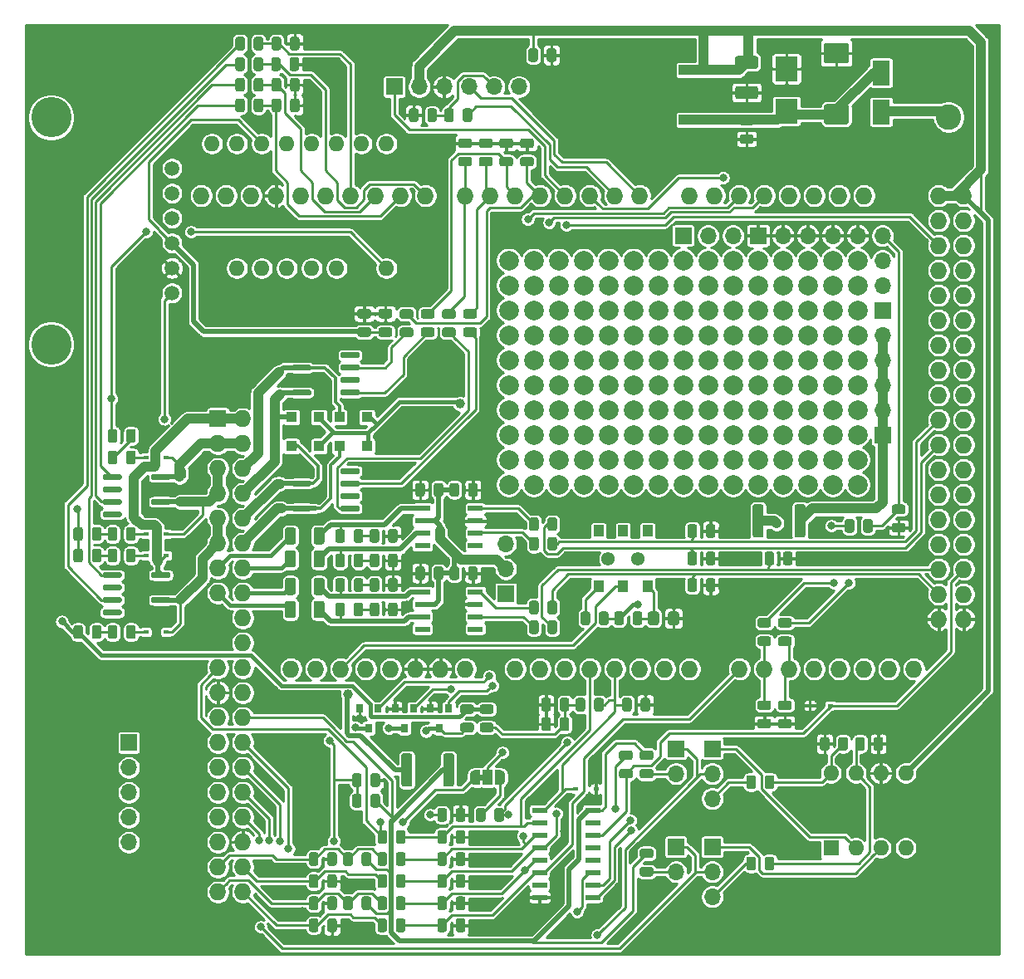
<source format=gtl>
G04 #@! TF.GenerationSoftware,KiCad,Pcbnew,(5.1.9-0-10_14)*
G04 #@! TF.CreationDate,2021-04-29T13:58:58+10:00*
G04 #@! TF.ProjectId,v0.4.4d,76302e34-2e34-4642-9e6b-696361645f70,4d*
G04 #@! TF.SameCoordinates,Original*
G04 #@! TF.FileFunction,Copper,L1,Top*
G04 #@! TF.FilePolarity,Positive*
%FSLAX46Y46*%
G04 Gerber Fmt 4.6, Leading zero omitted, Abs format (unit mm)*
G04 Created by KiCad (PCBNEW (5.1.9-0-10_14)) date 2021-04-29 13:58:58*
%MOMM*%
%LPD*%
G01*
G04 APERTURE LIST*
G04 #@! TA.AperFunction,EtchedComponent*
%ADD10C,0.100000*%
G04 #@! TD*
G04 #@! TA.AperFunction,SMDPad,CuDef*
%ADD11R,1.100000X1.100000*%
G04 #@! TD*
G04 #@! TA.AperFunction,SMDPad,CuDef*
%ADD12R,1.550000X0.600000*%
G04 #@! TD*
G04 #@! TA.AperFunction,ComponentPad*
%ADD13C,2.000000*%
G04 #@! TD*
G04 #@! TA.AperFunction,ComponentPad*
%ADD14O,1.700000X1.700000*%
G04 #@! TD*
G04 #@! TA.AperFunction,ComponentPad*
%ADD15R,1.700000X1.700000*%
G04 #@! TD*
G04 #@! TA.AperFunction,ComponentPad*
%ADD16C,1.500000*%
G04 #@! TD*
G04 #@! TA.AperFunction,ComponentPad*
%ADD17C,4.100000*%
G04 #@! TD*
G04 #@! TA.AperFunction,SMDPad,CuDef*
%ADD18R,0.600000X0.450000*%
G04 #@! TD*
G04 #@! TA.AperFunction,SMDPad,CuDef*
%ADD19R,1.500000X0.600000*%
G04 #@! TD*
G04 #@! TA.AperFunction,ComponentPad*
%ADD20O,1.727200X1.727200*%
G04 #@! TD*
G04 #@! TA.AperFunction,ComponentPad*
%ADD21R,1.727200X1.727200*%
G04 #@! TD*
G04 #@! TA.AperFunction,SMDPad,CuDef*
%ADD22R,1.800000X2.500000*%
G04 #@! TD*
G04 #@! TA.AperFunction,SMDPad,CuDef*
%ADD23R,1.000000X1.150000*%
G04 #@! TD*
G04 #@! TA.AperFunction,ComponentPad*
%ADD24C,1.381000*%
G04 #@! TD*
G04 #@! TA.AperFunction,SMDPad,CuDef*
%ADD25R,4.600000X1.100000*%
G04 #@! TD*
G04 #@! TA.AperFunction,SMDPad,CuDef*
%ADD26R,9.400000X10.800000*%
G04 #@! TD*
G04 #@! TA.AperFunction,ComponentPad*
%ADD27R,1.600000X1.600000*%
G04 #@! TD*
G04 #@! TA.AperFunction,ComponentPad*
%ADD28O,1.600000X1.600000*%
G04 #@! TD*
G04 #@! TA.AperFunction,ComponentPad*
%ADD29C,2.600000*%
G04 #@! TD*
G04 #@! TA.AperFunction,ComponentPad*
%ADD30R,2.600000X2.600000*%
G04 #@! TD*
G04 #@! TA.AperFunction,SMDPad,CuDef*
%ADD31R,0.800000X0.900000*%
G04 #@! TD*
G04 #@! TA.AperFunction,SMDPad,CuDef*
%ADD32C,0.100000*%
G04 #@! TD*
G04 #@! TA.AperFunction,SMDPad,CuDef*
%ADD33R,1.000000X1.500000*%
G04 #@! TD*
G04 #@! TA.AperFunction,SMDPad,CuDef*
%ADD34R,2.300000X2.500000*%
G04 #@! TD*
G04 #@! TA.AperFunction,ViaPad*
%ADD35C,0.800000*%
G04 #@! TD*
G04 #@! TA.AperFunction,ViaPad*
%ADD36C,1.000000*%
G04 #@! TD*
G04 #@! TA.AperFunction,Conductor*
%ADD37C,0.250000*%
G04 #@! TD*
G04 #@! TA.AperFunction,Conductor*
%ADD38C,0.400000*%
G04 #@! TD*
G04 #@! TA.AperFunction,Conductor*
%ADD39C,1.000000*%
G04 #@! TD*
G04 #@! TA.AperFunction,Conductor*
%ADD40C,0.500000*%
G04 #@! TD*
G04 #@! TA.AperFunction,Conductor*
%ADD41C,0.300000*%
G04 #@! TD*
G04 #@! TA.AperFunction,Conductor*
%ADD42C,0.100000*%
G04 #@! TD*
G04 APERTURE END LIST*
D10*
G36*
X157088000Y-116032000D02*
G01*
X157588000Y-116032000D01*
X157588000Y-116632000D01*
X157088000Y-116632000D01*
X157088000Y-116032000D01*
G37*
G04 #@! TA.AperFunction,SMDPad,CuDef*
G36*
G01*
X140250000Y-97475001D02*
X140250000Y-96224999D01*
G75*
G02*
X140499999Y-95975000I249999J0D01*
G01*
X141125001Y-95975000D01*
G75*
G02*
X141375000Y-96224999I0J-249999D01*
G01*
X141375000Y-97475001D01*
G75*
G02*
X141125001Y-97725000I-249999J0D01*
G01*
X140499999Y-97725000D01*
G75*
G02*
X140250000Y-97475001I0J249999D01*
G01*
G37*
G04 #@! TD.AperFunction*
G04 #@! TA.AperFunction,SMDPad,CuDef*
G36*
G01*
X137325000Y-97475001D02*
X137325000Y-96224999D01*
G75*
G02*
X137574999Y-95975000I249999J0D01*
G01*
X138200001Y-95975000D01*
G75*
G02*
X138450000Y-96224999I0J-249999D01*
G01*
X138450000Y-97475001D01*
G75*
G02*
X138200001Y-97725000I-249999J0D01*
G01*
X137574999Y-97725000D01*
G75*
G02*
X137325000Y-97475001I0J249999D01*
G01*
G37*
G04 #@! TD.AperFunction*
G04 #@! TA.AperFunction,SMDPad,CuDef*
G36*
G01*
X140250000Y-99825001D02*
X140250000Y-98574999D01*
G75*
G02*
X140499999Y-98325000I249999J0D01*
G01*
X141125001Y-98325000D01*
G75*
G02*
X141375000Y-98574999I0J-249999D01*
G01*
X141375000Y-99825001D01*
G75*
G02*
X141125001Y-100075000I-249999J0D01*
G01*
X140499999Y-100075000D01*
G75*
G02*
X140250000Y-99825001I0J249999D01*
G01*
G37*
G04 #@! TD.AperFunction*
G04 #@! TA.AperFunction,SMDPad,CuDef*
G36*
G01*
X137325000Y-99825001D02*
X137325000Y-98574999D01*
G75*
G02*
X137574999Y-98325000I249999J0D01*
G01*
X138200001Y-98325000D01*
G75*
G02*
X138450000Y-98574999I0J-249999D01*
G01*
X138450000Y-99825001D01*
G75*
G02*
X138200001Y-100075000I-249999J0D01*
G01*
X137574999Y-100075000D01*
G75*
G02*
X137325000Y-99825001I0J249999D01*
G01*
G37*
G04 #@! TD.AperFunction*
G04 #@! TA.AperFunction,SMDPad,CuDef*
G36*
G01*
X140250000Y-92325001D02*
X140250000Y-91074999D01*
G75*
G02*
X140499999Y-90825000I249999J0D01*
G01*
X141125001Y-90825000D01*
G75*
G02*
X141375000Y-91074999I0J-249999D01*
G01*
X141375000Y-92325001D01*
G75*
G02*
X141125001Y-92575000I-249999J0D01*
G01*
X140499999Y-92575000D01*
G75*
G02*
X140250000Y-92325001I0J249999D01*
G01*
G37*
G04 #@! TD.AperFunction*
G04 #@! TA.AperFunction,SMDPad,CuDef*
G36*
G01*
X137325000Y-92325001D02*
X137325000Y-91074999D01*
G75*
G02*
X137574999Y-90825000I249999J0D01*
G01*
X138200001Y-90825000D01*
G75*
G02*
X138450000Y-91074999I0J-249999D01*
G01*
X138450000Y-92325001D01*
G75*
G02*
X138200001Y-92575000I-249999J0D01*
G01*
X137574999Y-92575000D01*
G75*
G02*
X137325000Y-92325001I0J249999D01*
G01*
G37*
G04 #@! TD.AperFunction*
G04 #@! TA.AperFunction,SMDPad,CuDef*
G36*
G01*
X140250000Y-94675001D02*
X140250000Y-93424999D01*
G75*
G02*
X140499999Y-93175000I249999J0D01*
G01*
X141125001Y-93175000D01*
G75*
G02*
X141375000Y-93424999I0J-249999D01*
G01*
X141375000Y-94675001D01*
G75*
G02*
X141125001Y-94925000I-249999J0D01*
G01*
X140499999Y-94925000D01*
G75*
G02*
X140250000Y-94675001I0J249999D01*
G01*
G37*
G04 #@! TD.AperFunction*
G04 #@! TA.AperFunction,SMDPad,CuDef*
G36*
G01*
X137325000Y-94675001D02*
X137325000Y-93424999D01*
G75*
G02*
X137574999Y-93175000I249999J0D01*
G01*
X138200001Y-93175000D01*
G75*
G02*
X138450000Y-93424999I0J-249999D01*
G01*
X138450000Y-94675001D01*
G75*
G02*
X138200001Y-94925000I-249999J0D01*
G01*
X137574999Y-94925000D01*
G75*
G02*
X137325000Y-94675001I0J249999D01*
G01*
G37*
G04 #@! TD.AperFunction*
D11*
X138000000Y-79600000D03*
X140800000Y-79600000D03*
X138000000Y-82550000D03*
X140800000Y-82550000D03*
X142875000Y-82550000D03*
X145675000Y-82550000D03*
X142875000Y-79600000D03*
X145675000Y-79600000D03*
D12*
X156750000Y-101205000D03*
X156750000Y-99935000D03*
X156750000Y-98665000D03*
X156750000Y-97395000D03*
X151350000Y-97395000D03*
X151350000Y-98665000D03*
X151350000Y-99935000D03*
X151350000Y-101205000D03*
D13*
X195715000Y-86480000D03*
X193175000Y-86480000D03*
X190635000Y-86480000D03*
X188095000Y-86480000D03*
X185555000Y-86480000D03*
X183015000Y-86480000D03*
X180475000Y-86480000D03*
X177935000Y-86480000D03*
X175395000Y-86480000D03*
X172855000Y-86480000D03*
X170315000Y-86480000D03*
X167775000Y-86480000D03*
X165235000Y-86480000D03*
X162695000Y-86480000D03*
X160155000Y-86480000D03*
X195715000Y-83940000D03*
X193175000Y-83940000D03*
X190635000Y-83940000D03*
X188095000Y-83940000D03*
X185555000Y-83940000D03*
X183015000Y-83940000D03*
X180475000Y-83940000D03*
X177935000Y-83940000D03*
X175395000Y-83940000D03*
X172855000Y-83940000D03*
X170315000Y-83940000D03*
X167775000Y-83940000D03*
X165235000Y-83940000D03*
X162695000Y-83940000D03*
X160155000Y-83940000D03*
X195715000Y-81400000D03*
X193175000Y-81400000D03*
X190635000Y-81400000D03*
X188095000Y-81400000D03*
X185555000Y-81400000D03*
X183015000Y-81400000D03*
X180475000Y-81400000D03*
X177935000Y-81400000D03*
X175395000Y-81400000D03*
X172855000Y-81400000D03*
X170315000Y-81400000D03*
X167775000Y-81400000D03*
X165235000Y-81400000D03*
X162695000Y-81400000D03*
X160155000Y-81400000D03*
X195715000Y-78860000D03*
X193175000Y-78860000D03*
X190635000Y-78860000D03*
X188095000Y-78860000D03*
X185555000Y-78860000D03*
X183015000Y-78860000D03*
X180475000Y-78860000D03*
X177935000Y-78860000D03*
X175395000Y-78860000D03*
X172855000Y-78860000D03*
X170315000Y-78860000D03*
X167775000Y-78860000D03*
X165235000Y-78860000D03*
X162695000Y-78860000D03*
X160155000Y-78860000D03*
X195715000Y-76320000D03*
X193175000Y-76320000D03*
X190635000Y-76320000D03*
X188095000Y-76320000D03*
X185555000Y-76320000D03*
X183015000Y-76320000D03*
X180475000Y-76320000D03*
X177935000Y-76320000D03*
X175395000Y-76320000D03*
X172855000Y-76320000D03*
X170315000Y-76320000D03*
X167775000Y-76320000D03*
X165235000Y-76320000D03*
X162695000Y-76320000D03*
X160155000Y-76320000D03*
X195715000Y-73780000D03*
X193175000Y-73780000D03*
X190635000Y-73780000D03*
X188095000Y-73780000D03*
X185555000Y-73780000D03*
X183015000Y-73780000D03*
X180475000Y-73780000D03*
X177935000Y-73780000D03*
X175395000Y-73780000D03*
X172855000Y-73780000D03*
X170315000Y-73780000D03*
X167775000Y-73780000D03*
X165235000Y-73780000D03*
X162695000Y-73780000D03*
X160155000Y-73780000D03*
X195715000Y-71240000D03*
X193175000Y-71240000D03*
X190635000Y-71240000D03*
X188095000Y-71240000D03*
X185555000Y-71240000D03*
X183015000Y-71240000D03*
X180475000Y-71240000D03*
X177935000Y-71240000D03*
X175395000Y-71240000D03*
X172855000Y-71240000D03*
X170315000Y-71240000D03*
X167775000Y-71240000D03*
X165235000Y-71240000D03*
X162695000Y-71240000D03*
X160155000Y-71240000D03*
X195715000Y-68700000D03*
X193175000Y-68700000D03*
X190635000Y-68700000D03*
X188095000Y-68700000D03*
X185555000Y-68700000D03*
X183015000Y-68700000D03*
X180475000Y-68700000D03*
X177935000Y-68700000D03*
X175395000Y-68700000D03*
X172855000Y-68700000D03*
X170315000Y-68700000D03*
X167775000Y-68700000D03*
X165235000Y-68700000D03*
X162695000Y-68700000D03*
X160155000Y-68700000D03*
X195715000Y-66160000D03*
X193175000Y-66160000D03*
X190635000Y-66160000D03*
X188095000Y-66160000D03*
X185555000Y-66160000D03*
X183015000Y-66160000D03*
X180475000Y-66160000D03*
X177935000Y-66160000D03*
X175395000Y-66160000D03*
X172855000Y-66160000D03*
X170315000Y-66160000D03*
X167775000Y-66160000D03*
X165235000Y-66160000D03*
X162695000Y-66160000D03*
X160155000Y-66160000D03*
X195715000Y-63620000D03*
X193175000Y-63620000D03*
X190635000Y-63620000D03*
X188095000Y-63620000D03*
X185555000Y-63620000D03*
X183015000Y-63620000D03*
X180475000Y-63620000D03*
X177935000Y-63620000D03*
X175395000Y-63620000D03*
X172855000Y-63620000D03*
X170315000Y-63620000D03*
X167775000Y-63620000D03*
X165235000Y-63620000D03*
X162695000Y-63620000D03*
X160155000Y-63620000D03*
D14*
X183015000Y-61080000D03*
X180475000Y-61080000D03*
D15*
X177935000Y-61080000D03*
D14*
X121412000Y-122936000D03*
X121412000Y-120396000D03*
X121412000Y-117856000D03*
X121412000Y-115316000D03*
D15*
X121412000Y-112776000D03*
D14*
X161180000Y-45900000D03*
X158640000Y-45900000D03*
X156100000Y-45900000D03*
X153560000Y-45900000D03*
X151020000Y-45900000D03*
D15*
X148480000Y-45900000D03*
G04 #@! TA.AperFunction,SMDPad,CuDef*
G36*
G01*
X179350000Y-96243750D02*
X179350000Y-97156250D01*
G75*
G02*
X179106250Y-97400000I-243750J0D01*
G01*
X178618750Y-97400000D01*
G75*
G02*
X178375000Y-97156250I0J243750D01*
G01*
X178375000Y-96243750D01*
G75*
G02*
X178618750Y-96000000I243750J0D01*
G01*
X179106250Y-96000000D01*
G75*
G02*
X179350000Y-96243750I0J-243750D01*
G01*
G37*
G04 #@! TD.AperFunction*
G04 #@! TA.AperFunction,SMDPad,CuDef*
G36*
G01*
X181225000Y-96243750D02*
X181225000Y-97156250D01*
G75*
G02*
X180981250Y-97400000I-243750J0D01*
G01*
X180493750Y-97400000D01*
G75*
G02*
X180250000Y-97156250I0J243750D01*
G01*
X180250000Y-96243750D01*
G75*
G02*
X180493750Y-96000000I243750J0D01*
G01*
X180981250Y-96000000D01*
G75*
G02*
X181225000Y-96243750I0J-243750D01*
G01*
G37*
G04 #@! TD.AperFunction*
G04 #@! TA.AperFunction,SMDPad,CuDef*
G36*
G01*
X178375000Y-91656250D02*
X178375000Y-90743750D01*
G75*
G02*
X178618750Y-90500000I243750J0D01*
G01*
X179106250Y-90500000D01*
G75*
G02*
X179350000Y-90743750I0J-243750D01*
G01*
X179350000Y-91656250D01*
G75*
G02*
X179106250Y-91900000I-243750J0D01*
G01*
X178618750Y-91900000D01*
G75*
G02*
X178375000Y-91656250I0J243750D01*
G01*
G37*
G04 #@! TD.AperFunction*
G04 #@! TA.AperFunction,SMDPad,CuDef*
G36*
G01*
X180250000Y-91656250D02*
X180250000Y-90743750D01*
G75*
G02*
X180493750Y-90500000I243750J0D01*
G01*
X180981250Y-90500000D01*
G75*
G02*
X181225000Y-90743750I0J-243750D01*
G01*
X181225000Y-91656250D01*
G75*
G02*
X180981250Y-91900000I-243750J0D01*
G01*
X180493750Y-91900000D01*
G75*
G02*
X180250000Y-91656250I0J243750D01*
G01*
G37*
G04 #@! TD.AperFunction*
G04 #@! TA.AperFunction,SMDPad,CuDef*
G36*
G01*
X140000000Y-76930000D02*
X140000000Y-77230000D01*
G75*
G02*
X139850000Y-77380000I-150000J0D01*
G01*
X138200000Y-77380000D01*
G75*
G02*
X138050000Y-77230000I0J150000D01*
G01*
X138050000Y-76930000D01*
G75*
G02*
X138200000Y-76780000I150000J0D01*
G01*
X139850000Y-76780000D01*
G75*
G02*
X140000000Y-76930000I0J-150000D01*
G01*
G37*
G04 #@! TD.AperFunction*
G04 #@! TA.AperFunction,SMDPad,CuDef*
G36*
G01*
X140000000Y-75660000D02*
X140000000Y-75960000D01*
G75*
G02*
X139850000Y-76110000I-150000J0D01*
G01*
X138200000Y-76110000D01*
G75*
G02*
X138050000Y-75960000I0J150000D01*
G01*
X138050000Y-75660000D01*
G75*
G02*
X138200000Y-75510000I150000J0D01*
G01*
X139850000Y-75510000D01*
G75*
G02*
X140000000Y-75660000I0J-150000D01*
G01*
G37*
G04 #@! TD.AperFunction*
G04 #@! TA.AperFunction,SMDPad,CuDef*
G36*
G01*
X140000000Y-74390000D02*
X140000000Y-74690000D01*
G75*
G02*
X139850000Y-74840000I-150000J0D01*
G01*
X138200000Y-74840000D01*
G75*
G02*
X138050000Y-74690000I0J150000D01*
G01*
X138050000Y-74390000D01*
G75*
G02*
X138200000Y-74240000I150000J0D01*
G01*
X139850000Y-74240000D01*
G75*
G02*
X140000000Y-74390000I0J-150000D01*
G01*
G37*
G04 #@! TD.AperFunction*
G04 #@! TA.AperFunction,SMDPad,CuDef*
G36*
G01*
X140000000Y-73120000D02*
X140000000Y-73420000D01*
G75*
G02*
X139850000Y-73570000I-150000J0D01*
G01*
X138200000Y-73570000D01*
G75*
G02*
X138050000Y-73420000I0J150000D01*
G01*
X138050000Y-73120000D01*
G75*
G02*
X138200000Y-72970000I150000J0D01*
G01*
X139850000Y-72970000D01*
G75*
G02*
X140000000Y-73120000I0J-150000D01*
G01*
G37*
G04 #@! TD.AperFunction*
G04 #@! TA.AperFunction,SMDPad,CuDef*
G36*
G01*
X144950000Y-73120000D02*
X144950000Y-73420000D01*
G75*
G02*
X144800000Y-73570000I-150000J0D01*
G01*
X143150000Y-73570000D01*
G75*
G02*
X143000000Y-73420000I0J150000D01*
G01*
X143000000Y-73120000D01*
G75*
G02*
X143150000Y-72970000I150000J0D01*
G01*
X144800000Y-72970000D01*
G75*
G02*
X144950000Y-73120000I0J-150000D01*
G01*
G37*
G04 #@! TD.AperFunction*
G04 #@! TA.AperFunction,SMDPad,CuDef*
G36*
G01*
X144950000Y-74390000D02*
X144950000Y-74690000D01*
G75*
G02*
X144800000Y-74840000I-150000J0D01*
G01*
X143150000Y-74840000D01*
G75*
G02*
X143000000Y-74690000I0J150000D01*
G01*
X143000000Y-74390000D01*
G75*
G02*
X143150000Y-74240000I150000J0D01*
G01*
X144800000Y-74240000D01*
G75*
G02*
X144950000Y-74390000I0J-150000D01*
G01*
G37*
G04 #@! TD.AperFunction*
G04 #@! TA.AperFunction,SMDPad,CuDef*
G36*
G01*
X144950000Y-75660000D02*
X144950000Y-75960000D01*
G75*
G02*
X144800000Y-76110000I-150000J0D01*
G01*
X143150000Y-76110000D01*
G75*
G02*
X143000000Y-75960000I0J150000D01*
G01*
X143000000Y-75660000D01*
G75*
G02*
X143150000Y-75510000I150000J0D01*
G01*
X144800000Y-75510000D01*
G75*
G02*
X144950000Y-75660000I0J-150000D01*
G01*
G37*
G04 #@! TD.AperFunction*
G04 #@! TA.AperFunction,SMDPad,CuDef*
G36*
G01*
X144950000Y-76930000D02*
X144950000Y-77230000D01*
G75*
G02*
X144800000Y-77380000I-150000J0D01*
G01*
X143150000Y-77380000D01*
G75*
G02*
X143000000Y-77230000I0J150000D01*
G01*
X143000000Y-76930000D01*
G75*
G02*
X143150000Y-76780000I150000J0D01*
G01*
X144800000Y-76780000D01*
G75*
G02*
X144950000Y-76930000I0J-150000D01*
G01*
G37*
G04 #@! TD.AperFunction*
G04 #@! TA.AperFunction,SMDPad,CuDef*
G36*
G01*
X140000000Y-88755000D02*
X140000000Y-89055000D01*
G75*
G02*
X139850000Y-89205000I-150000J0D01*
G01*
X138200000Y-89205000D01*
G75*
G02*
X138050000Y-89055000I0J150000D01*
G01*
X138050000Y-88755000D01*
G75*
G02*
X138200000Y-88605000I150000J0D01*
G01*
X139850000Y-88605000D01*
G75*
G02*
X140000000Y-88755000I0J-150000D01*
G01*
G37*
G04 #@! TD.AperFunction*
G04 #@! TA.AperFunction,SMDPad,CuDef*
G36*
G01*
X140000000Y-87485000D02*
X140000000Y-87785000D01*
G75*
G02*
X139850000Y-87935000I-150000J0D01*
G01*
X138200000Y-87935000D01*
G75*
G02*
X138050000Y-87785000I0J150000D01*
G01*
X138050000Y-87485000D01*
G75*
G02*
X138200000Y-87335000I150000J0D01*
G01*
X139850000Y-87335000D01*
G75*
G02*
X140000000Y-87485000I0J-150000D01*
G01*
G37*
G04 #@! TD.AperFunction*
G04 #@! TA.AperFunction,SMDPad,CuDef*
G36*
G01*
X140000000Y-86215000D02*
X140000000Y-86515000D01*
G75*
G02*
X139850000Y-86665000I-150000J0D01*
G01*
X138200000Y-86665000D01*
G75*
G02*
X138050000Y-86515000I0J150000D01*
G01*
X138050000Y-86215000D01*
G75*
G02*
X138200000Y-86065000I150000J0D01*
G01*
X139850000Y-86065000D01*
G75*
G02*
X140000000Y-86215000I0J-150000D01*
G01*
G37*
G04 #@! TD.AperFunction*
G04 #@! TA.AperFunction,SMDPad,CuDef*
G36*
G01*
X140000000Y-84945000D02*
X140000000Y-85245000D01*
G75*
G02*
X139850000Y-85395000I-150000J0D01*
G01*
X138200000Y-85395000D01*
G75*
G02*
X138050000Y-85245000I0J150000D01*
G01*
X138050000Y-84945000D01*
G75*
G02*
X138200000Y-84795000I150000J0D01*
G01*
X139850000Y-84795000D01*
G75*
G02*
X140000000Y-84945000I0J-150000D01*
G01*
G37*
G04 #@! TD.AperFunction*
G04 #@! TA.AperFunction,SMDPad,CuDef*
G36*
G01*
X144950000Y-84945000D02*
X144950000Y-85245000D01*
G75*
G02*
X144800000Y-85395000I-150000J0D01*
G01*
X143150000Y-85395000D01*
G75*
G02*
X143000000Y-85245000I0J150000D01*
G01*
X143000000Y-84945000D01*
G75*
G02*
X143150000Y-84795000I150000J0D01*
G01*
X144800000Y-84795000D01*
G75*
G02*
X144950000Y-84945000I0J-150000D01*
G01*
G37*
G04 #@! TD.AperFunction*
G04 #@! TA.AperFunction,SMDPad,CuDef*
G36*
G01*
X144950000Y-86215000D02*
X144950000Y-86515000D01*
G75*
G02*
X144800000Y-86665000I-150000J0D01*
G01*
X143150000Y-86665000D01*
G75*
G02*
X143000000Y-86515000I0J150000D01*
G01*
X143000000Y-86215000D01*
G75*
G02*
X143150000Y-86065000I150000J0D01*
G01*
X144800000Y-86065000D01*
G75*
G02*
X144950000Y-86215000I0J-150000D01*
G01*
G37*
G04 #@! TD.AperFunction*
G04 #@! TA.AperFunction,SMDPad,CuDef*
G36*
G01*
X144950000Y-87485000D02*
X144950000Y-87785000D01*
G75*
G02*
X144800000Y-87935000I-150000J0D01*
G01*
X143150000Y-87935000D01*
G75*
G02*
X143000000Y-87785000I0J150000D01*
G01*
X143000000Y-87485000D01*
G75*
G02*
X143150000Y-87335000I150000J0D01*
G01*
X144800000Y-87335000D01*
G75*
G02*
X144950000Y-87485000I0J-150000D01*
G01*
G37*
G04 #@! TD.AperFunction*
G04 #@! TA.AperFunction,SMDPad,CuDef*
G36*
G01*
X144950000Y-88755000D02*
X144950000Y-89055000D01*
G75*
G02*
X144800000Y-89205000I-150000J0D01*
G01*
X143150000Y-89205000D01*
G75*
G02*
X143000000Y-89055000I0J150000D01*
G01*
X143000000Y-88755000D01*
G75*
G02*
X143150000Y-88605000I150000J0D01*
G01*
X144800000Y-88605000D01*
G75*
G02*
X144950000Y-88755000I0J-150000D01*
G01*
G37*
G04 #@! TD.AperFunction*
G04 #@! TA.AperFunction,SMDPad,CuDef*
G36*
G01*
X123700000Y-85845000D02*
X123700000Y-85545000D01*
G75*
G02*
X123850000Y-85395000I150000J0D01*
G01*
X125500000Y-85395000D01*
G75*
G02*
X125650000Y-85545000I0J-150000D01*
G01*
X125650000Y-85845000D01*
G75*
G02*
X125500000Y-85995000I-150000J0D01*
G01*
X123850000Y-85995000D01*
G75*
G02*
X123700000Y-85845000I0J150000D01*
G01*
G37*
G04 #@! TD.AperFunction*
G04 #@! TA.AperFunction,SMDPad,CuDef*
G36*
G01*
X123700000Y-87115000D02*
X123700000Y-86815000D01*
G75*
G02*
X123850000Y-86665000I150000J0D01*
G01*
X125500000Y-86665000D01*
G75*
G02*
X125650000Y-86815000I0J-150000D01*
G01*
X125650000Y-87115000D01*
G75*
G02*
X125500000Y-87265000I-150000J0D01*
G01*
X123850000Y-87265000D01*
G75*
G02*
X123700000Y-87115000I0J150000D01*
G01*
G37*
G04 #@! TD.AperFunction*
G04 #@! TA.AperFunction,SMDPad,CuDef*
G36*
G01*
X123700000Y-88385000D02*
X123700000Y-88085000D01*
G75*
G02*
X123850000Y-87935000I150000J0D01*
G01*
X125500000Y-87935000D01*
G75*
G02*
X125650000Y-88085000I0J-150000D01*
G01*
X125650000Y-88385000D01*
G75*
G02*
X125500000Y-88535000I-150000J0D01*
G01*
X123850000Y-88535000D01*
G75*
G02*
X123700000Y-88385000I0J150000D01*
G01*
G37*
G04 #@! TD.AperFunction*
G04 #@! TA.AperFunction,SMDPad,CuDef*
G36*
G01*
X123700000Y-89655000D02*
X123700000Y-89355000D01*
G75*
G02*
X123850000Y-89205000I150000J0D01*
G01*
X125500000Y-89205000D01*
G75*
G02*
X125650000Y-89355000I0J-150000D01*
G01*
X125650000Y-89655000D01*
G75*
G02*
X125500000Y-89805000I-150000J0D01*
G01*
X123850000Y-89805000D01*
G75*
G02*
X123700000Y-89655000I0J150000D01*
G01*
G37*
G04 #@! TD.AperFunction*
G04 #@! TA.AperFunction,SMDPad,CuDef*
G36*
G01*
X118750000Y-89655000D02*
X118750000Y-89355000D01*
G75*
G02*
X118900000Y-89205000I150000J0D01*
G01*
X120550000Y-89205000D01*
G75*
G02*
X120700000Y-89355000I0J-150000D01*
G01*
X120700000Y-89655000D01*
G75*
G02*
X120550000Y-89805000I-150000J0D01*
G01*
X118900000Y-89805000D01*
G75*
G02*
X118750000Y-89655000I0J150000D01*
G01*
G37*
G04 #@! TD.AperFunction*
G04 #@! TA.AperFunction,SMDPad,CuDef*
G36*
G01*
X118750000Y-88385000D02*
X118750000Y-88085000D01*
G75*
G02*
X118900000Y-87935000I150000J0D01*
G01*
X120550000Y-87935000D01*
G75*
G02*
X120700000Y-88085000I0J-150000D01*
G01*
X120700000Y-88385000D01*
G75*
G02*
X120550000Y-88535000I-150000J0D01*
G01*
X118900000Y-88535000D01*
G75*
G02*
X118750000Y-88385000I0J150000D01*
G01*
G37*
G04 #@! TD.AperFunction*
G04 #@! TA.AperFunction,SMDPad,CuDef*
G36*
G01*
X118750000Y-87115000D02*
X118750000Y-86815000D01*
G75*
G02*
X118900000Y-86665000I150000J0D01*
G01*
X120550000Y-86665000D01*
G75*
G02*
X120700000Y-86815000I0J-150000D01*
G01*
X120700000Y-87115000D01*
G75*
G02*
X120550000Y-87265000I-150000J0D01*
G01*
X118900000Y-87265000D01*
G75*
G02*
X118750000Y-87115000I0J150000D01*
G01*
G37*
G04 #@! TD.AperFunction*
G04 #@! TA.AperFunction,SMDPad,CuDef*
G36*
G01*
X118750000Y-85845000D02*
X118750000Y-85545000D01*
G75*
G02*
X118900000Y-85395000I150000J0D01*
G01*
X120550000Y-85395000D01*
G75*
G02*
X120700000Y-85545000I0J-150000D01*
G01*
X120700000Y-85845000D01*
G75*
G02*
X120550000Y-85995000I-150000J0D01*
G01*
X118900000Y-85995000D01*
G75*
G02*
X118750000Y-85845000I0J150000D01*
G01*
G37*
G04 #@! TD.AperFunction*
G04 #@! TA.AperFunction,SMDPad,CuDef*
G36*
G01*
X123700000Y-95845000D02*
X123700000Y-95545000D01*
G75*
G02*
X123850000Y-95395000I150000J0D01*
G01*
X125500000Y-95395000D01*
G75*
G02*
X125650000Y-95545000I0J-150000D01*
G01*
X125650000Y-95845000D01*
G75*
G02*
X125500000Y-95995000I-150000J0D01*
G01*
X123850000Y-95995000D01*
G75*
G02*
X123700000Y-95845000I0J150000D01*
G01*
G37*
G04 #@! TD.AperFunction*
G04 #@! TA.AperFunction,SMDPad,CuDef*
G36*
G01*
X123700000Y-97115000D02*
X123700000Y-96815000D01*
G75*
G02*
X123850000Y-96665000I150000J0D01*
G01*
X125500000Y-96665000D01*
G75*
G02*
X125650000Y-96815000I0J-150000D01*
G01*
X125650000Y-97115000D01*
G75*
G02*
X125500000Y-97265000I-150000J0D01*
G01*
X123850000Y-97265000D01*
G75*
G02*
X123700000Y-97115000I0J150000D01*
G01*
G37*
G04 #@! TD.AperFunction*
G04 #@! TA.AperFunction,SMDPad,CuDef*
G36*
G01*
X123700000Y-98385000D02*
X123700000Y-98085000D01*
G75*
G02*
X123850000Y-97935000I150000J0D01*
G01*
X125500000Y-97935000D01*
G75*
G02*
X125650000Y-98085000I0J-150000D01*
G01*
X125650000Y-98385000D01*
G75*
G02*
X125500000Y-98535000I-150000J0D01*
G01*
X123850000Y-98535000D01*
G75*
G02*
X123700000Y-98385000I0J150000D01*
G01*
G37*
G04 #@! TD.AperFunction*
G04 #@! TA.AperFunction,SMDPad,CuDef*
G36*
G01*
X123700000Y-99655000D02*
X123700000Y-99355000D01*
G75*
G02*
X123850000Y-99205000I150000J0D01*
G01*
X125500000Y-99205000D01*
G75*
G02*
X125650000Y-99355000I0J-150000D01*
G01*
X125650000Y-99655000D01*
G75*
G02*
X125500000Y-99805000I-150000J0D01*
G01*
X123850000Y-99805000D01*
G75*
G02*
X123700000Y-99655000I0J150000D01*
G01*
G37*
G04 #@! TD.AperFunction*
G04 #@! TA.AperFunction,SMDPad,CuDef*
G36*
G01*
X118750000Y-99655000D02*
X118750000Y-99355000D01*
G75*
G02*
X118900000Y-99205000I150000J0D01*
G01*
X120550000Y-99205000D01*
G75*
G02*
X120700000Y-99355000I0J-150000D01*
G01*
X120700000Y-99655000D01*
G75*
G02*
X120550000Y-99805000I-150000J0D01*
G01*
X118900000Y-99805000D01*
G75*
G02*
X118750000Y-99655000I0J150000D01*
G01*
G37*
G04 #@! TD.AperFunction*
G04 #@! TA.AperFunction,SMDPad,CuDef*
G36*
G01*
X118750000Y-98385000D02*
X118750000Y-98085000D01*
G75*
G02*
X118900000Y-97935000I150000J0D01*
G01*
X120550000Y-97935000D01*
G75*
G02*
X120700000Y-98085000I0J-150000D01*
G01*
X120700000Y-98385000D01*
G75*
G02*
X120550000Y-98535000I-150000J0D01*
G01*
X118900000Y-98535000D01*
G75*
G02*
X118750000Y-98385000I0J150000D01*
G01*
G37*
G04 #@! TD.AperFunction*
G04 #@! TA.AperFunction,SMDPad,CuDef*
G36*
G01*
X118750000Y-97115000D02*
X118750000Y-96815000D01*
G75*
G02*
X118900000Y-96665000I150000J0D01*
G01*
X120550000Y-96665000D01*
G75*
G02*
X120700000Y-96815000I0J-150000D01*
G01*
X120700000Y-97115000D01*
G75*
G02*
X120550000Y-97265000I-150000J0D01*
G01*
X118900000Y-97265000D01*
G75*
G02*
X118750000Y-97115000I0J150000D01*
G01*
G37*
G04 #@! TD.AperFunction*
G04 #@! TA.AperFunction,SMDPad,CuDef*
G36*
G01*
X118750000Y-95845000D02*
X118750000Y-95545000D01*
G75*
G02*
X118900000Y-95395000I150000J0D01*
G01*
X120550000Y-95395000D01*
G75*
G02*
X120700000Y-95545000I0J-150000D01*
G01*
X120700000Y-95845000D01*
G75*
G02*
X120550000Y-95995000I-150000J0D01*
G01*
X118900000Y-95995000D01*
G75*
G02*
X118750000Y-95845000I0J150000D01*
G01*
G37*
G04 #@! TD.AperFunction*
G04 #@! TA.AperFunction,SMDPad,CuDef*
G36*
G01*
X164026000Y-43128250D02*
X164026000Y-42215750D01*
G75*
G02*
X164269750Y-41972000I243750J0D01*
G01*
X164757250Y-41972000D01*
G75*
G02*
X165001000Y-42215750I0J-243750D01*
G01*
X165001000Y-43128250D01*
G75*
G02*
X164757250Y-43372000I-243750J0D01*
G01*
X164269750Y-43372000D01*
G75*
G02*
X164026000Y-43128250I0J243750D01*
G01*
G37*
G04 #@! TD.AperFunction*
G04 #@! TA.AperFunction,SMDPad,CuDef*
G36*
G01*
X162151000Y-43128250D02*
X162151000Y-42215750D01*
G75*
G02*
X162394750Y-41972000I243750J0D01*
G01*
X162882250Y-41972000D01*
G75*
G02*
X163126000Y-42215750I0J-243750D01*
G01*
X163126000Y-43128250D01*
G75*
G02*
X162882250Y-43372000I-243750J0D01*
G01*
X162394750Y-43372000D01*
G75*
G02*
X162151000Y-43128250I0J243750D01*
G01*
G37*
G04 #@! TD.AperFunction*
G04 #@! TA.AperFunction,SMDPad,CuDef*
G36*
G01*
X183947750Y-50742000D02*
X184860250Y-50742000D01*
G75*
G02*
X185104000Y-50985750I0J-243750D01*
G01*
X185104000Y-51473250D01*
G75*
G02*
X184860250Y-51717000I-243750J0D01*
G01*
X183947750Y-51717000D01*
G75*
G02*
X183704000Y-51473250I0J243750D01*
G01*
X183704000Y-50985750D01*
G75*
G02*
X183947750Y-50742000I243750J0D01*
G01*
G37*
G04 #@! TD.AperFunction*
G04 #@! TA.AperFunction,SMDPad,CuDef*
G36*
G01*
X183947750Y-48867000D02*
X184860250Y-48867000D01*
G75*
G02*
X185104000Y-49110750I0J-243750D01*
G01*
X185104000Y-49598250D01*
G75*
G02*
X184860250Y-49842000I-243750J0D01*
G01*
X183947750Y-49842000D01*
G75*
G02*
X183704000Y-49598250I0J243750D01*
G01*
X183704000Y-49110750D01*
G75*
G02*
X183947750Y-48867000I243750J0D01*
G01*
G37*
G04 #@! TD.AperFunction*
G04 #@! TA.AperFunction,SMDPad,CuDef*
G36*
G01*
X149625000Y-126443750D02*
X149625000Y-127356250D01*
G75*
G02*
X149381250Y-127600000I-243750J0D01*
G01*
X148893750Y-127600000D01*
G75*
G02*
X148650000Y-127356250I0J243750D01*
G01*
X148650000Y-126443750D01*
G75*
G02*
X148893750Y-126200000I243750J0D01*
G01*
X149381250Y-126200000D01*
G75*
G02*
X149625000Y-126443750I0J-243750D01*
G01*
G37*
G04 #@! TD.AperFunction*
G04 #@! TA.AperFunction,SMDPad,CuDef*
G36*
G01*
X147750000Y-126443750D02*
X147750000Y-127356250D01*
G75*
G02*
X147506250Y-127600000I-243750J0D01*
G01*
X147018750Y-127600000D01*
G75*
G02*
X146775000Y-127356250I0J243750D01*
G01*
X146775000Y-126443750D01*
G75*
G02*
X147018750Y-126200000I243750J0D01*
G01*
X147506250Y-126200000D01*
G75*
G02*
X147750000Y-126443750I0J-243750D01*
G01*
G37*
G04 #@! TD.AperFunction*
G04 #@! TA.AperFunction,SMDPad,CuDef*
G36*
G01*
X161543750Y-53050000D02*
X162456250Y-53050000D01*
G75*
G02*
X162700000Y-53293750I0J-243750D01*
G01*
X162700000Y-53781250D01*
G75*
G02*
X162456250Y-54025000I-243750J0D01*
G01*
X161543750Y-54025000D01*
G75*
G02*
X161300000Y-53781250I0J243750D01*
G01*
X161300000Y-53293750D01*
G75*
G02*
X161543750Y-53050000I243750J0D01*
G01*
G37*
G04 #@! TD.AperFunction*
G04 #@! TA.AperFunction,SMDPad,CuDef*
G36*
G01*
X161543750Y-51175000D02*
X162456250Y-51175000D01*
G75*
G02*
X162700000Y-51418750I0J-243750D01*
G01*
X162700000Y-51906250D01*
G75*
G02*
X162456250Y-52150000I-243750J0D01*
G01*
X161543750Y-52150000D01*
G75*
G02*
X161300000Y-51906250I0J243750D01*
G01*
X161300000Y-51418750D01*
G75*
G02*
X161543750Y-51175000I243750J0D01*
G01*
G37*
G04 #@! TD.AperFunction*
G04 #@! TA.AperFunction,SMDPad,CuDef*
G36*
G01*
X160356250Y-52150000D02*
X159443750Y-52150000D01*
G75*
G02*
X159200000Y-51906250I0J243750D01*
G01*
X159200000Y-51418750D01*
G75*
G02*
X159443750Y-51175000I243750J0D01*
G01*
X160356250Y-51175000D01*
G75*
G02*
X160600000Y-51418750I0J-243750D01*
G01*
X160600000Y-51906250D01*
G75*
G02*
X160356250Y-52150000I-243750J0D01*
G01*
G37*
G04 #@! TD.AperFunction*
G04 #@! TA.AperFunction,SMDPad,CuDef*
G36*
G01*
X160356250Y-54025000D02*
X159443750Y-54025000D01*
G75*
G02*
X159200000Y-53781250I0J243750D01*
G01*
X159200000Y-53293750D01*
G75*
G02*
X159443750Y-53050000I243750J0D01*
G01*
X160356250Y-53050000D01*
G75*
G02*
X160600000Y-53293750I0J-243750D01*
G01*
X160600000Y-53781250D01*
G75*
G02*
X160356250Y-54025000I-243750J0D01*
G01*
G37*
G04 #@! TD.AperFunction*
G04 #@! TA.AperFunction,SMDPad,CuDef*
G36*
G01*
X150189250Y-69550000D02*
X149276750Y-69550000D01*
G75*
G02*
X149033000Y-69306250I0J243750D01*
G01*
X149033000Y-68818750D01*
G75*
G02*
X149276750Y-68575000I243750J0D01*
G01*
X150189250Y-68575000D01*
G75*
G02*
X150433000Y-68818750I0J-243750D01*
G01*
X150433000Y-69306250D01*
G75*
G02*
X150189250Y-69550000I-243750J0D01*
G01*
G37*
G04 #@! TD.AperFunction*
G04 #@! TA.AperFunction,SMDPad,CuDef*
G36*
G01*
X150189250Y-71425000D02*
X149276750Y-71425000D01*
G75*
G02*
X149033000Y-71181250I0J243750D01*
G01*
X149033000Y-70693750D01*
G75*
G02*
X149276750Y-70450000I243750J0D01*
G01*
X150189250Y-70450000D01*
G75*
G02*
X150433000Y-70693750I0J-243750D01*
G01*
X150433000Y-71181250D01*
G75*
G02*
X150189250Y-71425000I-243750J0D01*
G01*
G37*
G04 #@! TD.AperFunction*
G04 #@! TA.AperFunction,SMDPad,CuDef*
G36*
G01*
X152348250Y-69550000D02*
X151435750Y-69550000D01*
G75*
G02*
X151192000Y-69306250I0J243750D01*
G01*
X151192000Y-68818750D01*
G75*
G02*
X151435750Y-68575000I243750J0D01*
G01*
X152348250Y-68575000D01*
G75*
G02*
X152592000Y-68818750I0J-243750D01*
G01*
X152592000Y-69306250D01*
G75*
G02*
X152348250Y-69550000I-243750J0D01*
G01*
G37*
G04 #@! TD.AperFunction*
G04 #@! TA.AperFunction,SMDPad,CuDef*
G36*
G01*
X152348250Y-71425000D02*
X151435750Y-71425000D01*
G75*
G02*
X151192000Y-71181250I0J243750D01*
G01*
X151192000Y-70693750D01*
G75*
G02*
X151435750Y-70450000I243750J0D01*
G01*
X152348250Y-70450000D01*
G75*
G02*
X152592000Y-70693750I0J-243750D01*
G01*
X152592000Y-71181250D01*
G75*
G02*
X152348250Y-71425000I-243750J0D01*
G01*
G37*
G04 #@! TD.AperFunction*
G04 #@! TA.AperFunction,SMDPad,CuDef*
G36*
G01*
X154550000Y-48343750D02*
X154550000Y-49256250D01*
G75*
G02*
X154306250Y-49500000I-243750J0D01*
G01*
X153818750Y-49500000D01*
G75*
G02*
X153575000Y-49256250I0J243750D01*
G01*
X153575000Y-48343750D01*
G75*
G02*
X153818750Y-48100000I243750J0D01*
G01*
X154306250Y-48100000D01*
G75*
G02*
X154550000Y-48343750I0J-243750D01*
G01*
G37*
G04 #@! TD.AperFunction*
G04 #@! TA.AperFunction,SMDPad,CuDef*
G36*
G01*
X156425000Y-48343750D02*
X156425000Y-49256250D01*
G75*
G02*
X156181250Y-49500000I-243750J0D01*
G01*
X155693750Y-49500000D01*
G75*
G02*
X155450000Y-49256250I0J243750D01*
G01*
X155450000Y-48343750D01*
G75*
G02*
X155693750Y-48100000I243750J0D01*
G01*
X156181250Y-48100000D01*
G75*
G02*
X156425000Y-48343750I0J-243750D01*
G01*
G37*
G04 #@! TD.AperFunction*
G04 #@! TA.AperFunction,SMDPad,CuDef*
G36*
G01*
X150950000Y-48343750D02*
X150950000Y-49256250D01*
G75*
G02*
X150706250Y-49500000I-243750J0D01*
G01*
X150218750Y-49500000D01*
G75*
G02*
X149975000Y-49256250I0J243750D01*
G01*
X149975000Y-48343750D01*
G75*
G02*
X150218750Y-48100000I243750J0D01*
G01*
X150706250Y-48100000D01*
G75*
G02*
X150950000Y-48343750I0J-243750D01*
G01*
G37*
G04 #@! TD.AperFunction*
G04 #@! TA.AperFunction,SMDPad,CuDef*
G36*
G01*
X152825000Y-48343750D02*
X152825000Y-49256250D01*
G75*
G02*
X152581250Y-49500000I-243750J0D01*
G01*
X152093750Y-49500000D01*
G75*
G02*
X151850000Y-49256250I0J243750D01*
G01*
X151850000Y-48343750D01*
G75*
G02*
X152093750Y-48100000I243750J0D01*
G01*
X152581250Y-48100000D01*
G75*
G02*
X152825000Y-48343750I0J-243750D01*
G01*
G37*
G04 #@! TD.AperFunction*
G04 #@! TA.AperFunction,SMDPad,CuDef*
G36*
G01*
X156356250Y-109850000D02*
X155443750Y-109850000D01*
G75*
G02*
X155200000Y-109606250I0J243750D01*
G01*
X155200000Y-109118750D01*
G75*
G02*
X155443750Y-108875000I243750J0D01*
G01*
X156356250Y-108875000D01*
G75*
G02*
X156600000Y-109118750I0J-243750D01*
G01*
X156600000Y-109606250D01*
G75*
G02*
X156356250Y-109850000I-243750J0D01*
G01*
G37*
G04 #@! TD.AperFunction*
G04 #@! TA.AperFunction,SMDPad,CuDef*
G36*
G01*
X156356250Y-111725000D02*
X155443750Y-111725000D01*
G75*
G02*
X155200000Y-111481250I0J243750D01*
G01*
X155200000Y-110993750D01*
G75*
G02*
X155443750Y-110750000I243750J0D01*
G01*
X156356250Y-110750000D01*
G75*
G02*
X156600000Y-110993750I0J-243750D01*
G01*
X156600000Y-111481250D01*
G75*
G02*
X156356250Y-111725000I-243750J0D01*
G01*
G37*
G04 #@! TD.AperFunction*
G04 #@! TA.AperFunction,SMDPad,CuDef*
G36*
G01*
X157343750Y-53050000D02*
X158256250Y-53050000D01*
G75*
G02*
X158500000Y-53293750I0J-243750D01*
G01*
X158500000Y-53781250D01*
G75*
G02*
X158256250Y-54025000I-243750J0D01*
G01*
X157343750Y-54025000D01*
G75*
G02*
X157100000Y-53781250I0J243750D01*
G01*
X157100000Y-53293750D01*
G75*
G02*
X157343750Y-53050000I243750J0D01*
G01*
G37*
G04 #@! TD.AperFunction*
G04 #@! TA.AperFunction,SMDPad,CuDef*
G36*
G01*
X157343750Y-51175000D02*
X158256250Y-51175000D01*
G75*
G02*
X158500000Y-51418750I0J-243750D01*
G01*
X158500000Y-51906250D01*
G75*
G02*
X158256250Y-52150000I-243750J0D01*
G01*
X157343750Y-52150000D01*
G75*
G02*
X157100000Y-51906250I0J243750D01*
G01*
X157100000Y-51418750D01*
G75*
G02*
X157343750Y-51175000I243750J0D01*
G01*
G37*
G04 #@! TD.AperFunction*
G04 #@! TA.AperFunction,SMDPad,CuDef*
G36*
G01*
X156156250Y-52150000D02*
X155243750Y-52150000D01*
G75*
G02*
X155000000Y-51906250I0J243750D01*
G01*
X155000000Y-51418750D01*
G75*
G02*
X155243750Y-51175000I243750J0D01*
G01*
X156156250Y-51175000D01*
G75*
G02*
X156400000Y-51418750I0J-243750D01*
G01*
X156400000Y-51906250D01*
G75*
G02*
X156156250Y-52150000I-243750J0D01*
G01*
G37*
G04 #@! TD.AperFunction*
G04 #@! TA.AperFunction,SMDPad,CuDef*
G36*
G01*
X156156250Y-54025000D02*
X155243750Y-54025000D01*
G75*
G02*
X155000000Y-53781250I0J243750D01*
G01*
X155000000Y-53293750D01*
G75*
G02*
X155243750Y-53050000I243750J0D01*
G01*
X156156250Y-53050000D01*
G75*
G02*
X156400000Y-53293750I0J-243750D01*
G01*
X156400000Y-53781250D01*
G75*
G02*
X156156250Y-54025000I-243750J0D01*
G01*
G37*
G04 #@! TD.AperFunction*
G04 #@! TA.AperFunction,SMDPad,CuDef*
G36*
G01*
X156666250Y-69550000D02*
X155753750Y-69550000D01*
G75*
G02*
X155510000Y-69306250I0J243750D01*
G01*
X155510000Y-68818750D01*
G75*
G02*
X155753750Y-68575000I243750J0D01*
G01*
X156666250Y-68575000D01*
G75*
G02*
X156910000Y-68818750I0J-243750D01*
G01*
X156910000Y-69306250D01*
G75*
G02*
X156666250Y-69550000I-243750J0D01*
G01*
G37*
G04 #@! TD.AperFunction*
G04 #@! TA.AperFunction,SMDPad,CuDef*
G36*
G01*
X156666250Y-71425000D02*
X155753750Y-71425000D01*
G75*
G02*
X155510000Y-71181250I0J243750D01*
G01*
X155510000Y-70693750D01*
G75*
G02*
X155753750Y-70450000I243750J0D01*
G01*
X156666250Y-70450000D01*
G75*
G02*
X156910000Y-70693750I0J-243750D01*
G01*
X156910000Y-71181250D01*
G75*
G02*
X156666250Y-71425000I-243750J0D01*
G01*
G37*
G04 #@! TD.AperFunction*
G04 #@! TA.AperFunction,SMDPad,CuDef*
G36*
G01*
X154507250Y-69550000D02*
X153594750Y-69550000D01*
G75*
G02*
X153351000Y-69306250I0J243750D01*
G01*
X153351000Y-68818750D01*
G75*
G02*
X153594750Y-68575000I243750J0D01*
G01*
X154507250Y-68575000D01*
G75*
G02*
X154751000Y-68818750I0J-243750D01*
G01*
X154751000Y-69306250D01*
G75*
G02*
X154507250Y-69550000I-243750J0D01*
G01*
G37*
G04 #@! TD.AperFunction*
G04 #@! TA.AperFunction,SMDPad,CuDef*
G36*
G01*
X154507250Y-71425000D02*
X153594750Y-71425000D01*
G75*
G02*
X153351000Y-71181250I0J243750D01*
G01*
X153351000Y-70693750D01*
G75*
G02*
X153594750Y-70450000I243750J0D01*
G01*
X154507250Y-70450000D01*
G75*
G02*
X154751000Y-70693750I0J-243750D01*
G01*
X154751000Y-71181250D01*
G75*
G02*
X154507250Y-71425000I-243750J0D01*
G01*
G37*
G04 #@! TD.AperFunction*
D14*
X177200000Y-125940000D03*
D15*
X177200000Y-123400000D03*
D14*
X177200000Y-115940000D03*
D15*
X177200000Y-113400000D03*
D14*
X180900000Y-128480000D03*
X180900000Y-125940000D03*
D15*
X180900000Y-123400000D03*
D14*
X180900000Y-118480000D03*
X180900000Y-115940000D03*
D15*
X180900000Y-113400000D03*
D14*
X159850000Y-92520000D03*
X159850000Y-95060000D03*
D15*
X159850000Y-97600000D03*
D16*
X125820000Y-66922000D03*
X125820000Y-64382000D03*
X125820000Y-61842000D03*
X125820000Y-59302000D03*
X125820000Y-56762000D03*
X125820000Y-54222000D03*
D17*
X113500000Y-49022000D03*
X113500000Y-72172000D03*
G04 #@! TA.AperFunction,SMDPad,CuDef*
G36*
G01*
X144958750Y-68552000D02*
X145871250Y-68552000D01*
G75*
G02*
X146115000Y-68795750I0J-243750D01*
G01*
X146115000Y-69283250D01*
G75*
G02*
X145871250Y-69527000I-243750J0D01*
G01*
X144958750Y-69527000D01*
G75*
G02*
X144715000Y-69283250I0J243750D01*
G01*
X144715000Y-68795750D01*
G75*
G02*
X144958750Y-68552000I243750J0D01*
G01*
G37*
G04 #@! TD.AperFunction*
G04 #@! TA.AperFunction,SMDPad,CuDef*
G36*
G01*
X144958750Y-70427000D02*
X145871250Y-70427000D01*
G75*
G02*
X146115000Y-70670750I0J-243750D01*
G01*
X146115000Y-71158250D01*
G75*
G02*
X145871250Y-71402000I-243750J0D01*
G01*
X144958750Y-71402000D01*
G75*
G02*
X144715000Y-71158250I0J243750D01*
G01*
X144715000Y-70670750D01*
G75*
G02*
X144958750Y-70427000I243750J0D01*
G01*
G37*
G04 #@! TD.AperFunction*
G04 #@! TA.AperFunction,SMDPad,CuDef*
G36*
G01*
X147117750Y-70427000D02*
X148030250Y-70427000D01*
G75*
G02*
X148274000Y-70670750I0J-243750D01*
G01*
X148274000Y-71158250D01*
G75*
G02*
X148030250Y-71402000I-243750J0D01*
G01*
X147117750Y-71402000D01*
G75*
G02*
X146874000Y-71158250I0J243750D01*
G01*
X146874000Y-70670750D01*
G75*
G02*
X147117750Y-70427000I243750J0D01*
G01*
G37*
G04 #@! TD.AperFunction*
G04 #@! TA.AperFunction,SMDPad,CuDef*
G36*
G01*
X147117750Y-68552000D02*
X148030250Y-68552000D01*
G75*
G02*
X148274000Y-68795750I0J-243750D01*
G01*
X148274000Y-69283250D01*
G75*
G02*
X148030250Y-69527000I-243750J0D01*
G01*
X147117750Y-69527000D01*
G75*
G02*
X146874000Y-69283250I0J243750D01*
G01*
X146874000Y-68795750D01*
G75*
G02*
X147117750Y-68552000I243750J0D01*
G01*
G37*
G04 #@! TD.AperFunction*
G04 #@! TA.AperFunction,SMDPad,CuDef*
G36*
G01*
X141650000Y-131856250D02*
X141650000Y-130943750D01*
G75*
G02*
X141893750Y-130700000I243750J0D01*
G01*
X142381250Y-130700000D01*
G75*
G02*
X142625000Y-130943750I0J-243750D01*
G01*
X142625000Y-131856250D01*
G75*
G02*
X142381250Y-132100000I-243750J0D01*
G01*
X141893750Y-132100000D01*
G75*
G02*
X141650000Y-131856250I0J243750D01*
G01*
G37*
G04 #@! TD.AperFunction*
G04 #@! TA.AperFunction,SMDPad,CuDef*
G36*
G01*
X139775000Y-131856250D02*
X139775000Y-130943750D01*
G75*
G02*
X140018750Y-130700000I243750J0D01*
G01*
X140506250Y-130700000D01*
G75*
G02*
X140750000Y-130943750I0J-243750D01*
G01*
X140750000Y-131856250D01*
G75*
G02*
X140506250Y-132100000I-243750J0D01*
G01*
X140018750Y-132100000D01*
G75*
G02*
X139775000Y-131856250I0J243750D01*
G01*
G37*
G04 #@! TD.AperFunction*
G04 #@! TA.AperFunction,SMDPad,CuDef*
G36*
G01*
X166325000Y-108443750D02*
X166325000Y-109356250D01*
G75*
G02*
X166081250Y-109600000I-243750J0D01*
G01*
X165593750Y-109600000D01*
G75*
G02*
X165350000Y-109356250I0J243750D01*
G01*
X165350000Y-108443750D01*
G75*
G02*
X165593750Y-108200000I243750J0D01*
G01*
X166081250Y-108200000D01*
G75*
G02*
X166325000Y-108443750I0J-243750D01*
G01*
G37*
G04 #@! TD.AperFunction*
G04 #@! TA.AperFunction,SMDPad,CuDef*
G36*
G01*
X164450000Y-108443750D02*
X164450000Y-109356250D01*
G75*
G02*
X164206250Y-109600000I-243750J0D01*
G01*
X163718750Y-109600000D01*
G75*
G02*
X163475000Y-109356250I0J243750D01*
G01*
X163475000Y-108443750D01*
G75*
G02*
X163718750Y-108200000I243750J0D01*
G01*
X164206250Y-108200000D01*
G75*
G02*
X164450000Y-108443750I0J-243750D01*
G01*
G37*
G04 #@! TD.AperFunction*
G04 #@! TA.AperFunction,SMDPad,CuDef*
G36*
G01*
X144175000Y-117056250D02*
X144175000Y-116143750D01*
G75*
G02*
X144418750Y-115900000I243750J0D01*
G01*
X144906250Y-115900000D01*
G75*
G02*
X145150000Y-116143750I0J-243750D01*
G01*
X145150000Y-117056250D01*
G75*
G02*
X144906250Y-117300000I-243750J0D01*
G01*
X144418750Y-117300000D01*
G75*
G02*
X144175000Y-117056250I0J243750D01*
G01*
G37*
G04 #@! TD.AperFunction*
G04 #@! TA.AperFunction,SMDPad,CuDef*
G36*
G01*
X146050000Y-117056250D02*
X146050000Y-116143750D01*
G75*
G02*
X146293750Y-115900000I243750J0D01*
G01*
X146781250Y-115900000D01*
G75*
G02*
X147025000Y-116143750I0J-243750D01*
G01*
X147025000Y-117056250D01*
G75*
G02*
X146781250Y-117300000I-243750J0D01*
G01*
X146293750Y-117300000D01*
G75*
G02*
X146050000Y-117056250I0J243750D01*
G01*
G37*
G04 #@! TD.AperFunction*
G04 #@! TA.AperFunction,SMDPad,CuDef*
G36*
G01*
X152875000Y-131856250D02*
X152875000Y-130943750D01*
G75*
G02*
X153118750Y-130700000I243750J0D01*
G01*
X153606250Y-130700000D01*
G75*
G02*
X153850000Y-130943750I0J-243750D01*
G01*
X153850000Y-131856250D01*
G75*
G02*
X153606250Y-132100000I-243750J0D01*
G01*
X153118750Y-132100000D01*
G75*
G02*
X152875000Y-131856250I0J243750D01*
G01*
G37*
G04 #@! TD.AperFunction*
G04 #@! TA.AperFunction,SMDPad,CuDef*
G36*
G01*
X154750000Y-131856250D02*
X154750000Y-130943750D01*
G75*
G02*
X154993750Y-130700000I243750J0D01*
G01*
X155481250Y-130700000D01*
G75*
G02*
X155725000Y-130943750I0J-243750D01*
G01*
X155725000Y-131856250D01*
G75*
G02*
X155481250Y-132100000I-243750J0D01*
G01*
X154993750Y-132100000D01*
G75*
G02*
X154750000Y-131856250I0J243750D01*
G01*
G37*
G04 #@! TD.AperFunction*
G04 #@! TA.AperFunction,SMDPad,CuDef*
G36*
G01*
X171712500Y-109356250D02*
X171712500Y-108443750D01*
G75*
G02*
X171956250Y-108200000I243750J0D01*
G01*
X172443750Y-108200000D01*
G75*
G02*
X172687500Y-108443750I0J-243750D01*
G01*
X172687500Y-109356250D01*
G75*
G02*
X172443750Y-109600000I-243750J0D01*
G01*
X171956250Y-109600000D01*
G75*
G02*
X171712500Y-109356250I0J243750D01*
G01*
G37*
G04 #@! TD.AperFunction*
G04 #@! TA.AperFunction,SMDPad,CuDef*
G36*
G01*
X173587500Y-109356250D02*
X173587500Y-108443750D01*
G75*
G02*
X173831250Y-108200000I243750J0D01*
G01*
X174318750Y-108200000D01*
G75*
G02*
X174562500Y-108443750I0J-243750D01*
G01*
X174562500Y-109356250D01*
G75*
G02*
X174318750Y-109600000I-243750J0D01*
G01*
X173831250Y-109600000D01*
G75*
G02*
X173587500Y-109356250I0J243750D01*
G01*
G37*
G04 #@! TD.AperFunction*
G04 #@! TA.AperFunction,SMDPad,CuDef*
G36*
G01*
X153850000Y-121943750D02*
X153850000Y-122856250D01*
G75*
G02*
X153606250Y-123100000I-243750J0D01*
G01*
X153118750Y-123100000D01*
G75*
G02*
X152875000Y-122856250I0J243750D01*
G01*
X152875000Y-121943750D01*
G75*
G02*
X153118750Y-121700000I243750J0D01*
G01*
X153606250Y-121700000D01*
G75*
G02*
X153850000Y-121943750I0J-243750D01*
G01*
G37*
G04 #@! TD.AperFunction*
G04 #@! TA.AperFunction,SMDPad,CuDef*
G36*
G01*
X155725000Y-121943750D02*
X155725000Y-122856250D01*
G75*
G02*
X155481250Y-123100000I-243750J0D01*
G01*
X154993750Y-123100000D01*
G75*
G02*
X154750000Y-122856250I0J243750D01*
G01*
X154750000Y-121943750D01*
G75*
G02*
X154993750Y-121700000I243750J0D01*
G01*
X155481250Y-121700000D01*
G75*
G02*
X155725000Y-121943750I0J-243750D01*
G01*
G37*
G04 #@! TD.AperFunction*
G04 #@! TA.AperFunction,SMDPad,CuDef*
G36*
G01*
X141650000Y-127356250D02*
X141650000Y-126443750D01*
G75*
G02*
X141893750Y-126200000I243750J0D01*
G01*
X142381250Y-126200000D01*
G75*
G02*
X142625000Y-126443750I0J-243750D01*
G01*
X142625000Y-127356250D01*
G75*
G02*
X142381250Y-127600000I-243750J0D01*
G01*
X141893750Y-127600000D01*
G75*
G02*
X141650000Y-127356250I0J243750D01*
G01*
G37*
G04 #@! TD.AperFunction*
G04 #@! TA.AperFunction,SMDPad,CuDef*
G36*
G01*
X139775000Y-127356250D02*
X139775000Y-126443750D01*
G75*
G02*
X140018750Y-126200000I243750J0D01*
G01*
X140506250Y-126200000D01*
G75*
G02*
X140750000Y-126443750I0J-243750D01*
G01*
X140750000Y-127356250D01*
G75*
G02*
X140506250Y-127600000I-243750J0D01*
G01*
X140018750Y-127600000D01*
G75*
G02*
X139775000Y-127356250I0J243750D01*
G01*
G37*
G04 #@! TD.AperFunction*
G04 #@! TA.AperFunction,SMDPad,CuDef*
G36*
G01*
X141650000Y-129606250D02*
X141650000Y-128693750D01*
G75*
G02*
X141893750Y-128450000I243750J0D01*
G01*
X142381250Y-128450000D01*
G75*
G02*
X142625000Y-128693750I0J-243750D01*
G01*
X142625000Y-129606250D01*
G75*
G02*
X142381250Y-129850000I-243750J0D01*
G01*
X141893750Y-129850000D01*
G75*
G02*
X141650000Y-129606250I0J243750D01*
G01*
G37*
G04 #@! TD.AperFunction*
G04 #@! TA.AperFunction,SMDPad,CuDef*
G36*
G01*
X139775000Y-129606250D02*
X139775000Y-128693750D01*
G75*
G02*
X140018750Y-128450000I243750J0D01*
G01*
X140506250Y-128450000D01*
G75*
G02*
X140750000Y-128693750I0J-243750D01*
G01*
X140750000Y-129606250D01*
G75*
G02*
X140506250Y-129850000I-243750J0D01*
G01*
X140018750Y-129850000D01*
G75*
G02*
X139775000Y-129606250I0J243750D01*
G01*
G37*
G04 #@! TD.AperFunction*
G04 #@! TA.AperFunction,SMDPad,CuDef*
G36*
G01*
X141650000Y-125106250D02*
X141650000Y-124193750D01*
G75*
G02*
X141893750Y-123950000I243750J0D01*
G01*
X142381250Y-123950000D01*
G75*
G02*
X142625000Y-124193750I0J-243750D01*
G01*
X142625000Y-125106250D01*
G75*
G02*
X142381250Y-125350000I-243750J0D01*
G01*
X141893750Y-125350000D01*
G75*
G02*
X141650000Y-125106250I0J243750D01*
G01*
G37*
G04 #@! TD.AperFunction*
G04 #@! TA.AperFunction,SMDPad,CuDef*
G36*
G01*
X139775000Y-125106250D02*
X139775000Y-124193750D01*
G75*
G02*
X140018750Y-123950000I243750J0D01*
G01*
X140506250Y-123950000D01*
G75*
G02*
X140750000Y-124193750I0J-243750D01*
G01*
X140750000Y-125106250D01*
G75*
G02*
X140506250Y-125350000I-243750J0D01*
G01*
X140018750Y-125350000D01*
G75*
G02*
X139775000Y-125106250I0J243750D01*
G01*
G37*
G04 #@! TD.AperFunction*
G04 #@! TA.AperFunction,SMDPad,CuDef*
G36*
G01*
X152875000Y-127356250D02*
X152875000Y-126443750D01*
G75*
G02*
X153118750Y-126200000I243750J0D01*
G01*
X153606250Y-126200000D01*
G75*
G02*
X153850000Y-126443750I0J-243750D01*
G01*
X153850000Y-127356250D01*
G75*
G02*
X153606250Y-127600000I-243750J0D01*
G01*
X153118750Y-127600000D01*
G75*
G02*
X152875000Y-127356250I0J243750D01*
G01*
G37*
G04 #@! TD.AperFunction*
G04 #@! TA.AperFunction,SMDPad,CuDef*
G36*
G01*
X154750000Y-127356250D02*
X154750000Y-126443750D01*
G75*
G02*
X154993750Y-126200000I243750J0D01*
G01*
X155481250Y-126200000D01*
G75*
G02*
X155725000Y-126443750I0J-243750D01*
G01*
X155725000Y-127356250D01*
G75*
G02*
X155481250Y-127600000I-243750J0D01*
G01*
X154993750Y-127600000D01*
G75*
G02*
X154750000Y-127356250I0J243750D01*
G01*
G37*
G04 #@! TD.AperFunction*
G04 #@! TA.AperFunction,SMDPad,CuDef*
G36*
G01*
X152875000Y-129606250D02*
X152875000Y-128693750D01*
G75*
G02*
X153118750Y-128450000I243750J0D01*
G01*
X153606250Y-128450000D01*
G75*
G02*
X153850000Y-128693750I0J-243750D01*
G01*
X153850000Y-129606250D01*
G75*
G02*
X153606250Y-129850000I-243750J0D01*
G01*
X153118750Y-129850000D01*
G75*
G02*
X152875000Y-129606250I0J243750D01*
G01*
G37*
G04 #@! TD.AperFunction*
G04 #@! TA.AperFunction,SMDPad,CuDef*
G36*
G01*
X154750000Y-129606250D02*
X154750000Y-128693750D01*
G75*
G02*
X154993750Y-128450000I243750J0D01*
G01*
X155481250Y-128450000D01*
G75*
G02*
X155725000Y-128693750I0J-243750D01*
G01*
X155725000Y-129606250D01*
G75*
G02*
X155481250Y-129850000I-243750J0D01*
G01*
X154993750Y-129850000D01*
G75*
G02*
X154750000Y-129606250I0J243750D01*
G01*
G37*
G04 #@! TD.AperFunction*
G04 #@! TA.AperFunction,SMDPad,CuDef*
G36*
G01*
X152875000Y-125106250D02*
X152875000Y-124193750D01*
G75*
G02*
X153118750Y-123950000I243750J0D01*
G01*
X153606250Y-123950000D01*
G75*
G02*
X153850000Y-124193750I0J-243750D01*
G01*
X153850000Y-125106250D01*
G75*
G02*
X153606250Y-125350000I-243750J0D01*
G01*
X153118750Y-125350000D01*
G75*
G02*
X152875000Y-125106250I0J243750D01*
G01*
G37*
G04 #@! TD.AperFunction*
G04 #@! TA.AperFunction,SMDPad,CuDef*
G36*
G01*
X154750000Y-125106250D02*
X154750000Y-124193750D01*
G75*
G02*
X154993750Y-123950000I243750J0D01*
G01*
X155481250Y-123950000D01*
G75*
G02*
X155725000Y-124193750I0J-243750D01*
G01*
X155725000Y-125106250D01*
G75*
G02*
X155481250Y-125350000I-243750J0D01*
G01*
X154993750Y-125350000D01*
G75*
G02*
X154750000Y-125106250I0J243750D01*
G01*
G37*
G04 #@! TD.AperFunction*
G04 #@! TA.AperFunction,SMDPad,CuDef*
G36*
G01*
X196450000Y-112443750D02*
X196450000Y-113356250D01*
G75*
G02*
X196206250Y-113600000I-243750J0D01*
G01*
X195718750Y-113600000D01*
G75*
G02*
X195475000Y-113356250I0J243750D01*
G01*
X195475000Y-112443750D01*
G75*
G02*
X195718750Y-112200000I243750J0D01*
G01*
X196206250Y-112200000D01*
G75*
G02*
X196450000Y-112443750I0J-243750D01*
G01*
G37*
G04 #@! TD.AperFunction*
G04 #@! TA.AperFunction,SMDPad,CuDef*
G36*
G01*
X198325000Y-112443750D02*
X198325000Y-113356250D01*
G75*
G02*
X198081250Y-113600000I-243750J0D01*
G01*
X197593750Y-113600000D01*
G75*
G02*
X197350000Y-113356250I0J243750D01*
G01*
X197350000Y-112443750D01*
G75*
G02*
X197593750Y-112200000I243750J0D01*
G01*
X198081250Y-112200000D01*
G75*
G02*
X198325000Y-112443750I0J-243750D01*
G01*
G37*
G04 #@! TD.AperFunction*
G04 #@! TA.AperFunction,SMDPad,CuDef*
G36*
G01*
X194573000Y-49743000D02*
X192523000Y-49743000D01*
G75*
G02*
X192273000Y-49493000I0J250000D01*
G01*
X192273000Y-47918000D01*
G75*
G02*
X192523000Y-47668000I250000J0D01*
G01*
X194573000Y-47668000D01*
G75*
G02*
X194823000Y-47918000I0J-250000D01*
G01*
X194823000Y-49493000D01*
G75*
G02*
X194573000Y-49743000I-250000J0D01*
G01*
G37*
G04 #@! TD.AperFunction*
G04 #@! TA.AperFunction,SMDPad,CuDef*
G36*
G01*
X194573000Y-43518000D02*
X192523000Y-43518000D01*
G75*
G02*
X192273000Y-43268000I0J250000D01*
G01*
X192273000Y-41693000D01*
G75*
G02*
X192523000Y-41443000I250000J0D01*
G01*
X194573000Y-41443000D01*
G75*
G02*
X194823000Y-41693000I0J-250000D01*
G01*
X194823000Y-43268000D01*
G75*
G02*
X194573000Y-43518000I-250000J0D01*
G01*
G37*
G04 #@! TD.AperFunction*
G04 #@! TA.AperFunction,SMDPad,CuDef*
G36*
G01*
X183478999Y-42758000D02*
X185329001Y-42758000D01*
G75*
G02*
X185579000Y-43007999I0J-249999D01*
G01*
X185579000Y-43833001D01*
G75*
G02*
X185329001Y-44083000I-249999J0D01*
G01*
X183478999Y-44083000D01*
G75*
G02*
X183229000Y-43833001I0J249999D01*
G01*
X183229000Y-43007999D01*
G75*
G02*
X183478999Y-42758000I249999J0D01*
G01*
G37*
G04 #@! TD.AperFunction*
G04 #@! TA.AperFunction,SMDPad,CuDef*
G36*
G01*
X183478999Y-45833000D02*
X185329001Y-45833000D01*
G75*
G02*
X185579000Y-46082999I0J-249999D01*
G01*
X185579000Y-46908001D01*
G75*
G02*
X185329001Y-47158000I-249999J0D01*
G01*
X183478999Y-47158000D01*
G75*
G02*
X183229000Y-46908001I0J249999D01*
G01*
X183229000Y-46082999D01*
G75*
G02*
X183478999Y-45833000I249999J0D01*
G01*
G37*
G04 #@! TD.AperFunction*
G04 #@! TA.AperFunction,SMDPad,CuDef*
G36*
G01*
X146950000Y-93743750D02*
X146950000Y-94656250D01*
G75*
G02*
X146706250Y-94900000I-243750J0D01*
G01*
X146218750Y-94900000D01*
G75*
G02*
X145975000Y-94656250I0J243750D01*
G01*
X145975000Y-93743750D01*
G75*
G02*
X146218750Y-93500000I243750J0D01*
G01*
X146706250Y-93500000D01*
G75*
G02*
X146950000Y-93743750I0J-243750D01*
G01*
G37*
G04 #@! TD.AperFunction*
G04 #@! TA.AperFunction,SMDPad,CuDef*
G36*
G01*
X148825000Y-93743750D02*
X148825000Y-94656250D01*
G75*
G02*
X148581250Y-94900000I-243750J0D01*
G01*
X148093750Y-94900000D01*
G75*
G02*
X147850000Y-94656250I0J243750D01*
G01*
X147850000Y-93743750D01*
G75*
G02*
X148093750Y-93500000I243750J0D01*
G01*
X148581250Y-93500000D01*
G75*
G02*
X148825000Y-93743750I0J-243750D01*
G01*
G37*
G04 #@! TD.AperFunction*
G04 #@! TA.AperFunction,SMDPad,CuDef*
G36*
G01*
X148825000Y-91243750D02*
X148825000Y-92156250D01*
G75*
G02*
X148581250Y-92400000I-243750J0D01*
G01*
X148093750Y-92400000D01*
G75*
G02*
X147850000Y-92156250I0J243750D01*
G01*
X147850000Y-91243750D01*
G75*
G02*
X148093750Y-91000000I243750J0D01*
G01*
X148581250Y-91000000D01*
G75*
G02*
X148825000Y-91243750I0J-243750D01*
G01*
G37*
G04 #@! TD.AperFunction*
G04 #@! TA.AperFunction,SMDPad,CuDef*
G36*
G01*
X146950000Y-91243750D02*
X146950000Y-92156250D01*
G75*
G02*
X146706250Y-92400000I-243750J0D01*
G01*
X146218750Y-92400000D01*
G75*
G02*
X145975000Y-92156250I0J243750D01*
G01*
X145975000Y-91243750D01*
G75*
G02*
X146218750Y-91000000I243750J0D01*
G01*
X146706250Y-91000000D01*
G75*
G02*
X146950000Y-91243750I0J-243750D01*
G01*
G37*
G04 #@! TD.AperFunction*
G04 #@! TA.AperFunction,SMDPad,CuDef*
G36*
G01*
X120250000Y-93243750D02*
X120250000Y-94156250D01*
G75*
G02*
X120006250Y-94400000I-243750J0D01*
G01*
X119518750Y-94400000D01*
G75*
G02*
X119275000Y-94156250I0J243750D01*
G01*
X119275000Y-93243750D01*
G75*
G02*
X119518750Y-93000000I243750J0D01*
G01*
X120006250Y-93000000D01*
G75*
G02*
X120250000Y-93243750I0J-243750D01*
G01*
G37*
G04 #@! TD.AperFunction*
G04 #@! TA.AperFunction,SMDPad,CuDef*
G36*
G01*
X122125000Y-93243750D02*
X122125000Y-94156250D01*
G75*
G02*
X121881250Y-94400000I-243750J0D01*
G01*
X121393750Y-94400000D01*
G75*
G02*
X121150000Y-94156250I0J243750D01*
G01*
X121150000Y-93243750D01*
G75*
G02*
X121393750Y-93000000I243750J0D01*
G01*
X121881250Y-93000000D01*
G75*
G02*
X122125000Y-93243750I0J-243750D01*
G01*
G37*
G04 #@! TD.AperFunction*
G04 #@! TA.AperFunction,SMDPad,CuDef*
G36*
G01*
X122125000Y-101043750D02*
X122125000Y-101956250D01*
G75*
G02*
X121881250Y-102200000I-243750J0D01*
G01*
X121393750Y-102200000D01*
G75*
G02*
X121150000Y-101956250I0J243750D01*
G01*
X121150000Y-101043750D01*
G75*
G02*
X121393750Y-100800000I243750J0D01*
G01*
X121881250Y-100800000D01*
G75*
G02*
X122125000Y-101043750I0J-243750D01*
G01*
G37*
G04 #@! TD.AperFunction*
G04 #@! TA.AperFunction,SMDPad,CuDef*
G36*
G01*
X120250000Y-101043750D02*
X120250000Y-101956250D01*
G75*
G02*
X120006250Y-102200000I-243750J0D01*
G01*
X119518750Y-102200000D01*
G75*
G02*
X119275000Y-101956250I0J243750D01*
G01*
X119275000Y-101043750D01*
G75*
G02*
X119518750Y-100800000I243750J0D01*
G01*
X120006250Y-100800000D01*
G75*
G02*
X120250000Y-101043750I0J-243750D01*
G01*
G37*
G04 #@! TD.AperFunction*
G04 #@! TA.AperFunction,SMDPad,CuDef*
G36*
G01*
X120250000Y-83243750D02*
X120250000Y-84156250D01*
G75*
G02*
X120006250Y-84400000I-243750J0D01*
G01*
X119518750Y-84400000D01*
G75*
G02*
X119275000Y-84156250I0J243750D01*
G01*
X119275000Y-83243750D01*
G75*
G02*
X119518750Y-83000000I243750J0D01*
G01*
X120006250Y-83000000D01*
G75*
G02*
X120250000Y-83243750I0J-243750D01*
G01*
G37*
G04 #@! TD.AperFunction*
G04 #@! TA.AperFunction,SMDPad,CuDef*
G36*
G01*
X122125000Y-83243750D02*
X122125000Y-84156250D01*
G75*
G02*
X121881250Y-84400000I-243750J0D01*
G01*
X121393750Y-84400000D01*
G75*
G02*
X121150000Y-84156250I0J243750D01*
G01*
X121150000Y-83243750D01*
G75*
G02*
X121393750Y-83000000I243750J0D01*
G01*
X121881250Y-83000000D01*
G75*
G02*
X122125000Y-83243750I0J-243750D01*
G01*
G37*
G04 #@! TD.AperFunction*
G04 #@! TA.AperFunction,SMDPad,CuDef*
G36*
G01*
X122125000Y-91043750D02*
X122125000Y-91956250D01*
G75*
G02*
X121881250Y-92200000I-243750J0D01*
G01*
X121393750Y-92200000D01*
G75*
G02*
X121150000Y-91956250I0J243750D01*
G01*
X121150000Y-91043750D01*
G75*
G02*
X121393750Y-90800000I243750J0D01*
G01*
X121881250Y-90800000D01*
G75*
G02*
X122125000Y-91043750I0J-243750D01*
G01*
G37*
G04 #@! TD.AperFunction*
G04 #@! TA.AperFunction,SMDPad,CuDef*
G36*
G01*
X120250000Y-91043750D02*
X120250000Y-91956250D01*
G75*
G02*
X120006250Y-92200000I-243750J0D01*
G01*
X119518750Y-92200000D01*
G75*
G02*
X119275000Y-91956250I0J243750D01*
G01*
X119275000Y-91043750D01*
G75*
G02*
X119518750Y-90800000I243750J0D01*
G01*
X120006250Y-90800000D01*
G75*
G02*
X120250000Y-91043750I0J-243750D01*
G01*
G37*
G04 #@! TD.AperFunction*
D18*
X123150000Y-83700000D03*
X125250000Y-83700000D03*
G04 #@! TA.AperFunction,SMDPad,CuDef*
G36*
G01*
X135937500Y-44056250D02*
X135937500Y-43143750D01*
G75*
G02*
X136181250Y-42900000I243750J0D01*
G01*
X136668750Y-42900000D01*
G75*
G02*
X136912500Y-43143750I0J-243750D01*
G01*
X136912500Y-44056250D01*
G75*
G02*
X136668750Y-44300000I-243750J0D01*
G01*
X136181250Y-44300000D01*
G75*
G02*
X135937500Y-44056250I0J243750D01*
G01*
G37*
G04 #@! TD.AperFunction*
G04 #@! TA.AperFunction,SMDPad,CuDef*
G36*
G01*
X137812500Y-44056250D02*
X137812500Y-43143750D01*
G75*
G02*
X138056250Y-42900000I243750J0D01*
G01*
X138543750Y-42900000D01*
G75*
G02*
X138787500Y-43143750I0J-243750D01*
G01*
X138787500Y-44056250D01*
G75*
G02*
X138543750Y-44300000I-243750J0D01*
G01*
X138056250Y-44300000D01*
G75*
G02*
X137812500Y-44056250I0J243750D01*
G01*
G37*
G04 #@! TD.AperFunction*
G04 #@! TA.AperFunction,SMDPad,CuDef*
G36*
G01*
X136950000Y-41043750D02*
X136950000Y-41956250D01*
G75*
G02*
X136706250Y-42200000I-243750J0D01*
G01*
X136218750Y-42200000D01*
G75*
G02*
X135975000Y-41956250I0J243750D01*
G01*
X135975000Y-41043750D01*
G75*
G02*
X136218750Y-40800000I243750J0D01*
G01*
X136706250Y-40800000D01*
G75*
G02*
X136950000Y-41043750I0J-243750D01*
G01*
G37*
G04 #@! TD.AperFunction*
G04 #@! TA.AperFunction,SMDPad,CuDef*
G36*
G01*
X138825000Y-41043750D02*
X138825000Y-41956250D01*
G75*
G02*
X138581250Y-42200000I-243750J0D01*
G01*
X138093750Y-42200000D01*
G75*
G02*
X137850000Y-41956250I0J243750D01*
G01*
X137850000Y-41043750D01*
G75*
G02*
X138093750Y-40800000I243750J0D01*
G01*
X138581250Y-40800000D01*
G75*
G02*
X138825000Y-41043750I0J-243750D01*
G01*
G37*
G04 #@! TD.AperFunction*
G04 #@! TA.AperFunction,SMDPad,CuDef*
G36*
G01*
X179350000Y-93543750D02*
X179350000Y-94456250D01*
G75*
G02*
X179106250Y-94700000I-243750J0D01*
G01*
X178618750Y-94700000D01*
G75*
G02*
X178375000Y-94456250I0J243750D01*
G01*
X178375000Y-93543750D01*
G75*
G02*
X178618750Y-93300000I243750J0D01*
G01*
X179106250Y-93300000D01*
G75*
G02*
X179350000Y-93543750I0J-243750D01*
G01*
G37*
G04 #@! TD.AperFunction*
G04 #@! TA.AperFunction,SMDPad,CuDef*
G36*
G01*
X181225000Y-93543750D02*
X181225000Y-94456250D01*
G75*
G02*
X180981250Y-94700000I-243750J0D01*
G01*
X180493750Y-94700000D01*
G75*
G02*
X180250000Y-94456250I0J243750D01*
G01*
X180250000Y-93543750D01*
G75*
G02*
X180493750Y-93300000I243750J0D01*
G01*
X180981250Y-93300000D01*
G75*
G02*
X181225000Y-93543750I0J-243750D01*
G01*
G37*
G04 #@! TD.AperFunction*
G04 #@! TA.AperFunction,SMDPad,CuDef*
G36*
G01*
X134150000Y-44056250D02*
X134150000Y-43143750D01*
G75*
G02*
X134393750Y-42900000I243750J0D01*
G01*
X134881250Y-42900000D01*
G75*
G02*
X135125000Y-43143750I0J-243750D01*
G01*
X135125000Y-44056250D01*
G75*
G02*
X134881250Y-44300000I-243750J0D01*
G01*
X134393750Y-44300000D01*
G75*
G02*
X134150000Y-44056250I0J243750D01*
G01*
G37*
G04 #@! TD.AperFunction*
G04 #@! TA.AperFunction,SMDPad,CuDef*
G36*
G01*
X132275000Y-44056250D02*
X132275000Y-43143750D01*
G75*
G02*
X132518750Y-42900000I243750J0D01*
G01*
X133006250Y-42900000D01*
G75*
G02*
X133250000Y-43143750I0J-243750D01*
G01*
X133250000Y-44056250D01*
G75*
G02*
X133006250Y-44300000I-243750J0D01*
G01*
X132518750Y-44300000D01*
G75*
G02*
X132275000Y-44056250I0J243750D01*
G01*
G37*
G04 #@! TD.AperFunction*
G04 #@! TA.AperFunction,SMDPad,CuDef*
G36*
G01*
X132275000Y-41956250D02*
X132275000Y-41043750D01*
G75*
G02*
X132518750Y-40800000I243750J0D01*
G01*
X133006250Y-40800000D01*
G75*
G02*
X133250000Y-41043750I0J-243750D01*
G01*
X133250000Y-41956250D01*
G75*
G02*
X133006250Y-42200000I-243750J0D01*
G01*
X132518750Y-42200000D01*
G75*
G02*
X132275000Y-41956250I0J243750D01*
G01*
G37*
G04 #@! TD.AperFunction*
G04 #@! TA.AperFunction,SMDPad,CuDef*
G36*
G01*
X134150000Y-41956250D02*
X134150000Y-41043750D01*
G75*
G02*
X134393750Y-40800000I243750J0D01*
G01*
X134881250Y-40800000D01*
G75*
G02*
X135125000Y-41043750I0J-243750D01*
G01*
X135125000Y-41956250D01*
G75*
G02*
X134881250Y-42200000I-243750J0D01*
G01*
X134393750Y-42200000D01*
G75*
G02*
X134150000Y-41956250I0J243750D01*
G01*
G37*
G04 #@! TD.AperFunction*
G04 #@! TA.AperFunction,SMDPad,CuDef*
G36*
G01*
X162225000Y-92956250D02*
X162225000Y-92043750D01*
G75*
G02*
X162468750Y-91800000I243750J0D01*
G01*
X162956250Y-91800000D01*
G75*
G02*
X163200000Y-92043750I0J-243750D01*
G01*
X163200000Y-92956250D01*
G75*
G02*
X162956250Y-93200000I-243750J0D01*
G01*
X162468750Y-93200000D01*
G75*
G02*
X162225000Y-92956250I0J243750D01*
G01*
G37*
G04 #@! TD.AperFunction*
G04 #@! TA.AperFunction,SMDPad,CuDef*
G36*
G01*
X164100000Y-92956250D02*
X164100000Y-92043750D01*
G75*
G02*
X164343750Y-91800000I243750J0D01*
G01*
X164831250Y-91800000D01*
G75*
G02*
X165075000Y-92043750I0J-243750D01*
G01*
X165075000Y-92956250D01*
G75*
G02*
X164831250Y-93200000I-243750J0D01*
G01*
X164343750Y-93200000D01*
G75*
G02*
X164100000Y-92956250I0J243750D01*
G01*
G37*
G04 #@! TD.AperFunction*
G04 #@! TA.AperFunction,SMDPad,CuDef*
G36*
G01*
X164100000Y-90956250D02*
X164100000Y-90043750D01*
G75*
G02*
X164343750Y-89800000I243750J0D01*
G01*
X164831250Y-89800000D01*
G75*
G02*
X165075000Y-90043750I0J-243750D01*
G01*
X165075000Y-90956250D01*
G75*
G02*
X164831250Y-91200000I-243750J0D01*
G01*
X164343750Y-91200000D01*
G75*
G02*
X164100000Y-90956250I0J243750D01*
G01*
G37*
G04 #@! TD.AperFunction*
G04 #@! TA.AperFunction,SMDPad,CuDef*
G36*
G01*
X162225000Y-90956250D02*
X162225000Y-90043750D01*
G75*
G02*
X162468750Y-89800000I243750J0D01*
G01*
X162956250Y-89800000D01*
G75*
G02*
X163200000Y-90043750I0J-243750D01*
G01*
X163200000Y-90956250D01*
G75*
G02*
X162956250Y-91200000I-243750J0D01*
G01*
X162468750Y-91200000D01*
G75*
G02*
X162225000Y-90956250I0J243750D01*
G01*
G37*
G04 #@! TD.AperFunction*
G04 #@! TA.AperFunction,SMDPad,CuDef*
G36*
G01*
X118625000Y-93243750D02*
X118625000Y-94156250D01*
G75*
G02*
X118381250Y-94400000I-243750J0D01*
G01*
X117893750Y-94400000D01*
G75*
G02*
X117650000Y-94156250I0J243750D01*
G01*
X117650000Y-93243750D01*
G75*
G02*
X117893750Y-93000000I243750J0D01*
G01*
X118381250Y-93000000D01*
G75*
G02*
X118625000Y-93243750I0J-243750D01*
G01*
G37*
G04 #@! TD.AperFunction*
G04 #@! TA.AperFunction,SMDPad,CuDef*
G36*
G01*
X116750000Y-93243750D02*
X116750000Y-94156250D01*
G75*
G02*
X116506250Y-94400000I-243750J0D01*
G01*
X116018750Y-94400000D01*
G75*
G02*
X115775000Y-94156250I0J243750D01*
G01*
X115775000Y-93243750D01*
G75*
G02*
X116018750Y-93000000I243750J0D01*
G01*
X116506250Y-93000000D01*
G75*
G02*
X116750000Y-93243750I0J-243750D01*
G01*
G37*
G04 #@! TD.AperFunction*
G04 #@! TA.AperFunction,SMDPad,CuDef*
G36*
G01*
X116750000Y-101043750D02*
X116750000Y-101956250D01*
G75*
G02*
X116506250Y-102200000I-243750J0D01*
G01*
X116018750Y-102200000D01*
G75*
G02*
X115775000Y-101956250I0J243750D01*
G01*
X115775000Y-101043750D01*
G75*
G02*
X116018750Y-100800000I243750J0D01*
G01*
X116506250Y-100800000D01*
G75*
G02*
X116750000Y-101043750I0J-243750D01*
G01*
G37*
G04 #@! TD.AperFunction*
G04 #@! TA.AperFunction,SMDPad,CuDef*
G36*
G01*
X118625000Y-101043750D02*
X118625000Y-101956250D01*
G75*
G02*
X118381250Y-102200000I-243750J0D01*
G01*
X117893750Y-102200000D01*
G75*
G02*
X117650000Y-101956250I0J243750D01*
G01*
X117650000Y-101043750D01*
G75*
G02*
X117893750Y-100800000I243750J0D01*
G01*
X118381250Y-100800000D01*
G75*
G02*
X118625000Y-101043750I0J-243750D01*
G01*
G37*
G04 #@! TD.AperFunction*
G04 #@! TA.AperFunction,SMDPad,CuDef*
G36*
G01*
X144350000Y-94656250D02*
X144350000Y-93743750D01*
G75*
G02*
X144593750Y-93500000I243750J0D01*
G01*
X145081250Y-93500000D01*
G75*
G02*
X145325000Y-93743750I0J-243750D01*
G01*
X145325000Y-94656250D01*
G75*
G02*
X145081250Y-94900000I-243750J0D01*
G01*
X144593750Y-94900000D01*
G75*
G02*
X144350000Y-94656250I0J243750D01*
G01*
G37*
G04 #@! TD.AperFunction*
G04 #@! TA.AperFunction,SMDPad,CuDef*
G36*
G01*
X142475000Y-94656250D02*
X142475000Y-93743750D01*
G75*
G02*
X142718750Y-93500000I243750J0D01*
G01*
X143206250Y-93500000D01*
G75*
G02*
X143450000Y-93743750I0J-243750D01*
G01*
X143450000Y-94656250D01*
G75*
G02*
X143206250Y-94900000I-243750J0D01*
G01*
X142718750Y-94900000D01*
G75*
G02*
X142475000Y-94656250I0J243750D01*
G01*
G37*
G04 #@! TD.AperFunction*
G04 #@! TA.AperFunction,SMDPad,CuDef*
G36*
G01*
X142475000Y-92156250D02*
X142475000Y-91243750D01*
G75*
G02*
X142718750Y-91000000I243750J0D01*
G01*
X143206250Y-91000000D01*
G75*
G02*
X143450000Y-91243750I0J-243750D01*
G01*
X143450000Y-92156250D01*
G75*
G02*
X143206250Y-92400000I-243750J0D01*
G01*
X142718750Y-92400000D01*
G75*
G02*
X142475000Y-92156250I0J243750D01*
G01*
G37*
G04 #@! TD.AperFunction*
G04 #@! TA.AperFunction,SMDPad,CuDef*
G36*
G01*
X144350000Y-92156250D02*
X144350000Y-91243750D01*
G75*
G02*
X144593750Y-91000000I243750J0D01*
G01*
X145081250Y-91000000D01*
G75*
G02*
X145325000Y-91243750I0J-243750D01*
G01*
X145325000Y-92156250D01*
G75*
G02*
X145081250Y-92400000I-243750J0D01*
G01*
X144593750Y-92400000D01*
G75*
G02*
X144350000Y-92156250I0J243750D01*
G01*
G37*
G04 #@! TD.AperFunction*
G04 #@! TA.AperFunction,SMDPad,CuDef*
G36*
G01*
X137850000Y-48256250D02*
X137850000Y-47343750D01*
G75*
G02*
X138093750Y-47100000I243750J0D01*
G01*
X138581250Y-47100000D01*
G75*
G02*
X138825000Y-47343750I0J-243750D01*
G01*
X138825000Y-48256250D01*
G75*
G02*
X138581250Y-48500000I-243750J0D01*
G01*
X138093750Y-48500000D01*
G75*
G02*
X137850000Y-48256250I0J243750D01*
G01*
G37*
G04 #@! TD.AperFunction*
G04 #@! TA.AperFunction,SMDPad,CuDef*
G36*
G01*
X135975000Y-48256250D02*
X135975000Y-47343750D01*
G75*
G02*
X136218750Y-47100000I243750J0D01*
G01*
X136706250Y-47100000D01*
G75*
G02*
X136950000Y-47343750I0J-243750D01*
G01*
X136950000Y-48256250D01*
G75*
G02*
X136706250Y-48500000I-243750J0D01*
G01*
X136218750Y-48500000D01*
G75*
G02*
X135975000Y-48256250I0J243750D01*
G01*
G37*
G04 #@! TD.AperFunction*
G04 #@! TA.AperFunction,SMDPad,CuDef*
G36*
G01*
X138825000Y-45243750D02*
X138825000Y-46156250D01*
G75*
G02*
X138581250Y-46400000I-243750J0D01*
G01*
X138093750Y-46400000D01*
G75*
G02*
X137850000Y-46156250I0J243750D01*
G01*
X137850000Y-45243750D01*
G75*
G02*
X138093750Y-45000000I243750J0D01*
G01*
X138581250Y-45000000D01*
G75*
G02*
X138825000Y-45243750I0J-243750D01*
G01*
G37*
G04 #@! TD.AperFunction*
G04 #@! TA.AperFunction,SMDPad,CuDef*
G36*
G01*
X136950000Y-45243750D02*
X136950000Y-46156250D01*
G75*
G02*
X136706250Y-46400000I-243750J0D01*
G01*
X136218750Y-46400000D01*
G75*
G02*
X135975000Y-46156250I0J243750D01*
G01*
X135975000Y-45243750D01*
G75*
G02*
X136218750Y-45000000I243750J0D01*
G01*
X136706250Y-45000000D01*
G75*
G02*
X136950000Y-45243750I0J-243750D01*
G01*
G37*
G04 #@! TD.AperFunction*
G04 #@! TA.AperFunction,SMDPad,CuDef*
G36*
G01*
X134150000Y-48256250D02*
X134150000Y-47343750D01*
G75*
G02*
X134393750Y-47100000I243750J0D01*
G01*
X134881250Y-47100000D01*
G75*
G02*
X135125000Y-47343750I0J-243750D01*
G01*
X135125000Y-48256250D01*
G75*
G02*
X134881250Y-48500000I-243750J0D01*
G01*
X134393750Y-48500000D01*
G75*
G02*
X134150000Y-48256250I0J243750D01*
G01*
G37*
G04 #@! TD.AperFunction*
G04 #@! TA.AperFunction,SMDPad,CuDef*
G36*
G01*
X132275000Y-48256250D02*
X132275000Y-47343750D01*
G75*
G02*
X132518750Y-47100000I243750J0D01*
G01*
X133006250Y-47100000D01*
G75*
G02*
X133250000Y-47343750I0J-243750D01*
G01*
X133250000Y-48256250D01*
G75*
G02*
X133006250Y-48500000I-243750J0D01*
G01*
X132518750Y-48500000D01*
G75*
G02*
X132275000Y-48256250I0J243750D01*
G01*
G37*
G04 #@! TD.AperFunction*
G04 #@! TA.AperFunction,SMDPad,CuDef*
G36*
G01*
X132275000Y-46156250D02*
X132275000Y-45243750D01*
G75*
G02*
X132518750Y-45000000I243750J0D01*
G01*
X133006250Y-45000000D01*
G75*
G02*
X133250000Y-45243750I0J-243750D01*
G01*
X133250000Y-46156250D01*
G75*
G02*
X133006250Y-46400000I-243750J0D01*
G01*
X132518750Y-46400000D01*
G75*
G02*
X132275000Y-46156250I0J243750D01*
G01*
G37*
G04 #@! TD.AperFunction*
G04 #@! TA.AperFunction,SMDPad,CuDef*
G36*
G01*
X134150000Y-46156250D02*
X134150000Y-45243750D01*
G75*
G02*
X134393750Y-45000000I243750J0D01*
G01*
X134881250Y-45000000D01*
G75*
G02*
X135125000Y-45243750I0J-243750D01*
G01*
X135125000Y-46156250D01*
G75*
G02*
X134881250Y-46400000I-243750J0D01*
G01*
X134393750Y-46400000D01*
G75*
G02*
X134150000Y-46156250I0J243750D01*
G01*
G37*
G04 #@! TD.AperFunction*
G04 #@! TA.AperFunction,SMDPad,CuDef*
G36*
G01*
X186237500Y-94456250D02*
X186237500Y-93543750D01*
G75*
G02*
X186481250Y-93300000I243750J0D01*
G01*
X186968750Y-93300000D01*
G75*
G02*
X187212500Y-93543750I0J-243750D01*
G01*
X187212500Y-94456250D01*
G75*
G02*
X186968750Y-94700000I-243750J0D01*
G01*
X186481250Y-94700000D01*
G75*
G02*
X186237500Y-94456250I0J243750D01*
G01*
G37*
G04 #@! TD.AperFunction*
G04 #@! TA.AperFunction,SMDPad,CuDef*
G36*
G01*
X188112500Y-94456250D02*
X188112500Y-93543750D01*
G75*
G02*
X188356250Y-93300000I243750J0D01*
G01*
X188843750Y-93300000D01*
G75*
G02*
X189087500Y-93543750I0J-243750D01*
G01*
X189087500Y-94456250D01*
G75*
G02*
X188843750Y-94700000I-243750J0D01*
G01*
X188356250Y-94700000D01*
G75*
G02*
X188112500Y-94456250I0J243750D01*
G01*
G37*
G04 #@! TD.AperFunction*
G04 #@! TA.AperFunction,SMDPad,CuDef*
G36*
G01*
X164100000Y-101456250D02*
X164100000Y-100543750D01*
G75*
G02*
X164343750Y-100300000I243750J0D01*
G01*
X164831250Y-100300000D01*
G75*
G02*
X165075000Y-100543750I0J-243750D01*
G01*
X165075000Y-101456250D01*
G75*
G02*
X164831250Y-101700000I-243750J0D01*
G01*
X164343750Y-101700000D01*
G75*
G02*
X164100000Y-101456250I0J243750D01*
G01*
G37*
G04 #@! TD.AperFunction*
G04 #@! TA.AperFunction,SMDPad,CuDef*
G36*
G01*
X162225000Y-101456250D02*
X162225000Y-100543750D01*
G75*
G02*
X162468750Y-100300000I243750J0D01*
G01*
X162956250Y-100300000D01*
G75*
G02*
X163200000Y-100543750I0J-243750D01*
G01*
X163200000Y-101456250D01*
G75*
G02*
X162956250Y-101700000I-243750J0D01*
G01*
X162468750Y-101700000D01*
G75*
G02*
X162225000Y-101456250I0J243750D01*
G01*
G37*
G04 #@! TD.AperFunction*
G04 #@! TA.AperFunction,SMDPad,CuDef*
G36*
G01*
X162225000Y-99456250D02*
X162225000Y-98543750D01*
G75*
G02*
X162468750Y-98300000I243750J0D01*
G01*
X162956250Y-98300000D01*
G75*
G02*
X163200000Y-98543750I0J-243750D01*
G01*
X163200000Y-99456250D01*
G75*
G02*
X162956250Y-99700000I-243750J0D01*
G01*
X162468750Y-99700000D01*
G75*
G02*
X162225000Y-99456250I0J243750D01*
G01*
G37*
G04 #@! TD.AperFunction*
G04 #@! TA.AperFunction,SMDPad,CuDef*
G36*
G01*
X164100000Y-99456250D02*
X164100000Y-98543750D01*
G75*
G02*
X164343750Y-98300000I243750J0D01*
G01*
X164831250Y-98300000D01*
G75*
G02*
X165075000Y-98543750I0J-243750D01*
G01*
X165075000Y-99456250D01*
G75*
G02*
X164831250Y-99700000I-243750J0D01*
G01*
X164343750Y-99700000D01*
G75*
G02*
X164100000Y-99456250I0J243750D01*
G01*
G37*
G04 #@! TD.AperFunction*
G04 #@! TA.AperFunction,SMDPad,CuDef*
G36*
G01*
X122125000Y-81043750D02*
X122125000Y-81956250D01*
G75*
G02*
X121881250Y-82200000I-243750J0D01*
G01*
X121393750Y-82200000D01*
G75*
G02*
X121150000Y-81956250I0J243750D01*
G01*
X121150000Y-81043750D01*
G75*
G02*
X121393750Y-80800000I243750J0D01*
G01*
X121881250Y-80800000D01*
G75*
G02*
X122125000Y-81043750I0J-243750D01*
G01*
G37*
G04 #@! TD.AperFunction*
G04 #@! TA.AperFunction,SMDPad,CuDef*
G36*
G01*
X120250000Y-81043750D02*
X120250000Y-81956250D01*
G75*
G02*
X120006250Y-82200000I-243750J0D01*
G01*
X119518750Y-82200000D01*
G75*
G02*
X119275000Y-81956250I0J243750D01*
G01*
X119275000Y-81043750D01*
G75*
G02*
X119518750Y-80800000I243750J0D01*
G01*
X120006250Y-80800000D01*
G75*
G02*
X120250000Y-81043750I0J-243750D01*
G01*
G37*
G04 #@! TD.AperFunction*
G04 #@! TA.AperFunction,SMDPad,CuDef*
G36*
G01*
X118625000Y-91043750D02*
X118625000Y-91956250D01*
G75*
G02*
X118381250Y-92200000I-243750J0D01*
G01*
X117893750Y-92200000D01*
G75*
G02*
X117650000Y-91956250I0J243750D01*
G01*
X117650000Y-91043750D01*
G75*
G02*
X117893750Y-90800000I243750J0D01*
G01*
X118381250Y-90800000D01*
G75*
G02*
X118625000Y-91043750I0J-243750D01*
G01*
G37*
G04 #@! TD.AperFunction*
G04 #@! TA.AperFunction,SMDPad,CuDef*
G36*
G01*
X116750000Y-91043750D02*
X116750000Y-91956250D01*
G75*
G02*
X116506250Y-92200000I-243750J0D01*
G01*
X116018750Y-92200000D01*
G75*
G02*
X115775000Y-91956250I0J243750D01*
G01*
X115775000Y-91043750D01*
G75*
G02*
X116018750Y-90800000I243750J0D01*
G01*
X116506250Y-90800000D01*
G75*
G02*
X116750000Y-91043750I0J-243750D01*
G01*
G37*
G04 #@! TD.AperFunction*
G04 #@! TA.AperFunction,SMDPad,CuDef*
G36*
G01*
X142475000Y-99656250D02*
X142475000Y-98743750D01*
G75*
G02*
X142718750Y-98500000I243750J0D01*
G01*
X143206250Y-98500000D01*
G75*
G02*
X143450000Y-98743750I0J-243750D01*
G01*
X143450000Y-99656250D01*
G75*
G02*
X143206250Y-99900000I-243750J0D01*
G01*
X142718750Y-99900000D01*
G75*
G02*
X142475000Y-99656250I0J243750D01*
G01*
G37*
G04 #@! TD.AperFunction*
G04 #@! TA.AperFunction,SMDPad,CuDef*
G36*
G01*
X144350000Y-99656250D02*
X144350000Y-98743750D01*
G75*
G02*
X144593750Y-98500000I243750J0D01*
G01*
X145081250Y-98500000D01*
G75*
G02*
X145325000Y-98743750I0J-243750D01*
G01*
X145325000Y-99656250D01*
G75*
G02*
X145081250Y-99900000I-243750J0D01*
G01*
X144593750Y-99900000D01*
G75*
G02*
X144350000Y-99656250I0J243750D01*
G01*
G37*
G04 #@! TD.AperFunction*
G04 #@! TA.AperFunction,SMDPad,CuDef*
G36*
G01*
X142475000Y-97156250D02*
X142475000Y-96243750D01*
G75*
G02*
X142718750Y-96000000I243750J0D01*
G01*
X143206250Y-96000000D01*
G75*
G02*
X143450000Y-96243750I0J-243750D01*
G01*
X143450000Y-97156250D01*
G75*
G02*
X143206250Y-97400000I-243750J0D01*
G01*
X142718750Y-97400000D01*
G75*
G02*
X142475000Y-97156250I0J243750D01*
G01*
G37*
G04 #@! TD.AperFunction*
G04 #@! TA.AperFunction,SMDPad,CuDef*
G36*
G01*
X144350000Y-97156250D02*
X144350000Y-96243750D01*
G75*
G02*
X144593750Y-96000000I243750J0D01*
G01*
X145081250Y-96000000D01*
G75*
G02*
X145325000Y-96243750I0J-243750D01*
G01*
X145325000Y-97156250D01*
G75*
G02*
X145081250Y-97400000I-243750J0D01*
G01*
X144593750Y-97400000D01*
G75*
G02*
X144350000Y-97156250I0J243750D01*
G01*
G37*
G04 #@! TD.AperFunction*
G04 #@! TA.AperFunction,SMDPad,CuDef*
G36*
G01*
X163475000Y-111356250D02*
X163475000Y-110443750D01*
G75*
G02*
X163718750Y-110200000I243750J0D01*
G01*
X164206250Y-110200000D01*
G75*
G02*
X164450000Y-110443750I0J-243750D01*
G01*
X164450000Y-111356250D01*
G75*
G02*
X164206250Y-111600000I-243750J0D01*
G01*
X163718750Y-111600000D01*
G75*
G02*
X163475000Y-111356250I0J243750D01*
G01*
G37*
G04 #@! TD.AperFunction*
G04 #@! TA.AperFunction,SMDPad,CuDef*
G36*
G01*
X165350000Y-111356250D02*
X165350000Y-110443750D01*
G75*
G02*
X165593750Y-110200000I243750J0D01*
G01*
X166081250Y-110200000D01*
G75*
G02*
X166325000Y-110443750I0J-243750D01*
G01*
X166325000Y-111356250D01*
G75*
G02*
X166081250Y-111600000I-243750J0D01*
G01*
X165593750Y-111600000D01*
G75*
G02*
X165350000Y-111356250I0J243750D01*
G01*
G37*
G04 #@! TD.AperFunction*
G04 #@! TA.AperFunction,SMDPad,CuDef*
G36*
G01*
X158356250Y-109850000D02*
X157443750Y-109850000D01*
G75*
G02*
X157200000Y-109606250I0J243750D01*
G01*
X157200000Y-109118750D01*
G75*
G02*
X157443750Y-108875000I243750J0D01*
G01*
X158356250Y-108875000D01*
G75*
G02*
X158600000Y-109118750I0J-243750D01*
G01*
X158600000Y-109606250D01*
G75*
G02*
X158356250Y-109850000I-243750J0D01*
G01*
G37*
G04 #@! TD.AperFunction*
G04 #@! TA.AperFunction,SMDPad,CuDef*
G36*
G01*
X158356250Y-111725000D02*
X157443750Y-111725000D01*
G75*
G02*
X157200000Y-111481250I0J243750D01*
G01*
X157200000Y-110993750D01*
G75*
G02*
X157443750Y-110750000I243750J0D01*
G01*
X158356250Y-110750000D01*
G75*
G02*
X158600000Y-110993750I0J-243750D01*
G01*
X158600000Y-111481250D01*
G75*
G02*
X158356250Y-111725000I-243750J0D01*
G01*
G37*
G04 #@! TD.AperFunction*
G04 #@! TA.AperFunction,SMDPad,CuDef*
G36*
G01*
X149625000Y-130943750D02*
X149625000Y-131856250D01*
G75*
G02*
X149381250Y-132100000I-243750J0D01*
G01*
X148893750Y-132100000D01*
G75*
G02*
X148650000Y-131856250I0J243750D01*
G01*
X148650000Y-130943750D01*
G75*
G02*
X148893750Y-130700000I243750J0D01*
G01*
X149381250Y-130700000D01*
G75*
G02*
X149625000Y-130943750I0J-243750D01*
G01*
G37*
G04 #@! TD.AperFunction*
G04 #@! TA.AperFunction,SMDPad,CuDef*
G36*
G01*
X147750000Y-130943750D02*
X147750000Y-131856250D01*
G75*
G02*
X147506250Y-132100000I-243750J0D01*
G01*
X147018750Y-132100000D01*
G75*
G02*
X146775000Y-131856250I0J243750D01*
G01*
X146775000Y-130943750D01*
G75*
G02*
X147018750Y-130700000I243750J0D01*
G01*
X147506250Y-130700000D01*
G75*
G02*
X147750000Y-130943750I0J-243750D01*
G01*
G37*
G04 #@! TD.AperFunction*
G04 #@! TA.AperFunction,SMDPad,CuDef*
G36*
G01*
X169825000Y-108443750D02*
X169825000Y-109356250D01*
G75*
G02*
X169581250Y-109600000I-243750J0D01*
G01*
X169093750Y-109600000D01*
G75*
G02*
X168850000Y-109356250I0J243750D01*
G01*
X168850000Y-108443750D01*
G75*
G02*
X169093750Y-108200000I243750J0D01*
G01*
X169581250Y-108200000D01*
G75*
G02*
X169825000Y-108443750I0J-243750D01*
G01*
G37*
G04 #@! TD.AperFunction*
G04 #@! TA.AperFunction,SMDPad,CuDef*
G36*
G01*
X167950000Y-108443750D02*
X167950000Y-109356250D01*
G75*
G02*
X167706250Y-109600000I-243750J0D01*
G01*
X167218750Y-109600000D01*
G75*
G02*
X166975000Y-109356250I0J243750D01*
G01*
X166975000Y-108443750D01*
G75*
G02*
X167218750Y-108200000I243750J0D01*
G01*
X167706250Y-108200000D01*
G75*
G02*
X167950000Y-108443750I0J-243750D01*
G01*
G37*
G04 #@! TD.AperFunction*
G04 #@! TA.AperFunction,SMDPad,CuDef*
G36*
G01*
X145150000Y-118243750D02*
X145150000Y-119156250D01*
G75*
G02*
X144906250Y-119400000I-243750J0D01*
G01*
X144418750Y-119400000D01*
G75*
G02*
X144175000Y-119156250I0J243750D01*
G01*
X144175000Y-118243750D01*
G75*
G02*
X144418750Y-118000000I243750J0D01*
G01*
X144906250Y-118000000D01*
G75*
G02*
X145150000Y-118243750I0J-243750D01*
G01*
G37*
G04 #@! TD.AperFunction*
G04 #@! TA.AperFunction,SMDPad,CuDef*
G36*
G01*
X147025000Y-118243750D02*
X147025000Y-119156250D01*
G75*
G02*
X146781250Y-119400000I-243750J0D01*
G01*
X146293750Y-119400000D01*
G75*
G02*
X146050000Y-119156250I0J243750D01*
G01*
X146050000Y-118243750D01*
G75*
G02*
X146293750Y-118000000I243750J0D01*
G01*
X146781250Y-118000000D01*
G75*
G02*
X147025000Y-118243750I0J-243750D01*
G01*
G37*
G04 #@! TD.AperFunction*
G04 #@! TA.AperFunction,SMDPad,CuDef*
G36*
G01*
X149625000Y-121943750D02*
X149625000Y-122856250D01*
G75*
G02*
X149381250Y-123100000I-243750J0D01*
G01*
X148893750Y-123100000D01*
G75*
G02*
X148650000Y-122856250I0J243750D01*
G01*
X148650000Y-121943750D01*
G75*
G02*
X148893750Y-121700000I243750J0D01*
G01*
X149381250Y-121700000D01*
G75*
G02*
X149625000Y-121943750I0J-243750D01*
G01*
G37*
G04 #@! TD.AperFunction*
G04 #@! TA.AperFunction,SMDPad,CuDef*
G36*
G01*
X147750000Y-121943750D02*
X147750000Y-122856250D01*
G75*
G02*
X147506250Y-123100000I-243750J0D01*
G01*
X147018750Y-123100000D01*
G75*
G02*
X146775000Y-122856250I0J243750D01*
G01*
X146775000Y-121943750D01*
G75*
G02*
X147018750Y-121700000I243750J0D01*
G01*
X147506250Y-121700000D01*
G75*
G02*
X147750000Y-121943750I0J-243750D01*
G01*
G37*
G04 #@! TD.AperFunction*
G04 #@! TA.AperFunction,SMDPad,CuDef*
G36*
G01*
X145150000Y-129606250D02*
X145150000Y-128693750D01*
G75*
G02*
X145393750Y-128450000I243750J0D01*
G01*
X145881250Y-128450000D01*
G75*
G02*
X146125000Y-128693750I0J-243750D01*
G01*
X146125000Y-129606250D01*
G75*
G02*
X145881250Y-129850000I-243750J0D01*
G01*
X145393750Y-129850000D01*
G75*
G02*
X145150000Y-129606250I0J243750D01*
G01*
G37*
G04 #@! TD.AperFunction*
G04 #@! TA.AperFunction,SMDPad,CuDef*
G36*
G01*
X143275000Y-129606250D02*
X143275000Y-128693750D01*
G75*
G02*
X143518750Y-128450000I243750J0D01*
G01*
X144006250Y-128450000D01*
G75*
G02*
X144250000Y-128693750I0J-243750D01*
G01*
X144250000Y-129606250D01*
G75*
G02*
X144006250Y-129850000I-243750J0D01*
G01*
X143518750Y-129850000D01*
G75*
G02*
X143275000Y-129606250I0J243750D01*
G01*
G37*
G04 #@! TD.AperFunction*
G04 #@! TA.AperFunction,SMDPad,CuDef*
G36*
G01*
X143275000Y-125106250D02*
X143275000Y-124193750D01*
G75*
G02*
X143518750Y-123950000I243750J0D01*
G01*
X144006250Y-123950000D01*
G75*
G02*
X144250000Y-124193750I0J-243750D01*
G01*
X144250000Y-125106250D01*
G75*
G02*
X144006250Y-125350000I-243750J0D01*
G01*
X143518750Y-125350000D01*
G75*
G02*
X143275000Y-125106250I0J243750D01*
G01*
G37*
G04 #@! TD.AperFunction*
G04 #@! TA.AperFunction,SMDPad,CuDef*
G36*
G01*
X145150000Y-125106250D02*
X145150000Y-124193750D01*
G75*
G02*
X145393750Y-123950000I243750J0D01*
G01*
X145881250Y-123950000D01*
G75*
G02*
X146125000Y-124193750I0J-243750D01*
G01*
X146125000Y-125106250D01*
G75*
G02*
X145881250Y-125350000I-243750J0D01*
G01*
X145393750Y-125350000D01*
G75*
G02*
X145150000Y-125106250I0J243750D01*
G01*
G37*
G04 #@! TD.AperFunction*
G04 #@! TA.AperFunction,SMDPad,CuDef*
G36*
G01*
X171643750Y-115450000D02*
X172556250Y-115450000D01*
G75*
G02*
X172800000Y-115693750I0J-243750D01*
G01*
X172800000Y-116181250D01*
G75*
G02*
X172556250Y-116425000I-243750J0D01*
G01*
X171643750Y-116425000D01*
G75*
G02*
X171400000Y-116181250I0J243750D01*
G01*
X171400000Y-115693750D01*
G75*
G02*
X171643750Y-115450000I243750J0D01*
G01*
G37*
G04 #@! TD.AperFunction*
G04 #@! TA.AperFunction,SMDPad,CuDef*
G36*
G01*
X171643750Y-113575000D02*
X172556250Y-113575000D01*
G75*
G02*
X172800000Y-113818750I0J-243750D01*
G01*
X172800000Y-114306250D01*
G75*
G02*
X172556250Y-114550000I-243750J0D01*
G01*
X171643750Y-114550000D01*
G75*
G02*
X171400000Y-114306250I0J243750D01*
G01*
X171400000Y-113818750D01*
G75*
G02*
X171643750Y-113575000I243750J0D01*
G01*
G37*
G04 #@! TD.AperFunction*
G04 #@! TA.AperFunction,SMDPad,CuDef*
G36*
G01*
X147750000Y-128693750D02*
X147750000Y-129606250D01*
G75*
G02*
X147506250Y-129850000I-243750J0D01*
G01*
X147018750Y-129850000D01*
G75*
G02*
X146775000Y-129606250I0J243750D01*
G01*
X146775000Y-128693750D01*
G75*
G02*
X147018750Y-128450000I243750J0D01*
G01*
X147506250Y-128450000D01*
G75*
G02*
X147750000Y-128693750I0J-243750D01*
G01*
G37*
G04 #@! TD.AperFunction*
G04 #@! TA.AperFunction,SMDPad,CuDef*
G36*
G01*
X149625000Y-128693750D02*
X149625000Y-129606250D01*
G75*
G02*
X149381250Y-129850000I-243750J0D01*
G01*
X148893750Y-129850000D01*
G75*
G02*
X148650000Y-129606250I0J243750D01*
G01*
X148650000Y-128693750D01*
G75*
G02*
X148893750Y-128450000I243750J0D01*
G01*
X149381250Y-128450000D01*
G75*
G02*
X149625000Y-128693750I0J-243750D01*
G01*
G37*
G04 #@! TD.AperFunction*
G04 #@! TA.AperFunction,SMDPad,CuDef*
G36*
G01*
X147750000Y-124193750D02*
X147750000Y-125106250D01*
G75*
G02*
X147506250Y-125350000I-243750J0D01*
G01*
X147018750Y-125350000D01*
G75*
G02*
X146775000Y-125106250I0J243750D01*
G01*
X146775000Y-124193750D01*
G75*
G02*
X147018750Y-123950000I243750J0D01*
G01*
X147506250Y-123950000D01*
G75*
G02*
X147750000Y-124193750I0J-243750D01*
G01*
G37*
G04 #@! TD.AperFunction*
G04 #@! TA.AperFunction,SMDPad,CuDef*
G36*
G01*
X149625000Y-124193750D02*
X149625000Y-125106250D01*
G75*
G02*
X149381250Y-125350000I-243750J0D01*
G01*
X148893750Y-125350000D01*
G75*
G02*
X148650000Y-125106250I0J243750D01*
G01*
X148650000Y-124193750D01*
G75*
G02*
X148893750Y-123950000I243750J0D01*
G01*
X149381250Y-123950000D01*
G75*
G02*
X149625000Y-124193750I0J-243750D01*
G01*
G37*
G04 #@! TD.AperFunction*
G04 #@! TA.AperFunction,SMDPad,CuDef*
G36*
G01*
X174656250Y-114550000D02*
X173743750Y-114550000D01*
G75*
G02*
X173500000Y-114306250I0J243750D01*
G01*
X173500000Y-113818750D01*
G75*
G02*
X173743750Y-113575000I243750J0D01*
G01*
X174656250Y-113575000D01*
G75*
G02*
X174900000Y-113818750I0J-243750D01*
G01*
X174900000Y-114306250D01*
G75*
G02*
X174656250Y-114550000I-243750J0D01*
G01*
G37*
G04 #@! TD.AperFunction*
G04 #@! TA.AperFunction,SMDPad,CuDef*
G36*
G01*
X174656250Y-116425000D02*
X173743750Y-116425000D01*
G75*
G02*
X173500000Y-116181250I0J243750D01*
G01*
X173500000Y-115693750D01*
G75*
G02*
X173743750Y-115450000I243750J0D01*
G01*
X174656250Y-115450000D01*
G75*
G02*
X174900000Y-115693750I0J-243750D01*
G01*
X174900000Y-116181250D01*
G75*
G02*
X174656250Y-116425000I-243750J0D01*
G01*
G37*
G04 #@! TD.AperFunction*
G04 #@! TA.AperFunction,SMDPad,CuDef*
G36*
G01*
X174656250Y-124550000D02*
X173743750Y-124550000D01*
G75*
G02*
X173500000Y-124306250I0J243750D01*
G01*
X173500000Y-123818750D01*
G75*
G02*
X173743750Y-123575000I243750J0D01*
G01*
X174656250Y-123575000D01*
G75*
G02*
X174900000Y-123818750I0J-243750D01*
G01*
X174900000Y-124306250D01*
G75*
G02*
X174656250Y-124550000I-243750J0D01*
G01*
G37*
G04 #@! TD.AperFunction*
G04 #@! TA.AperFunction,SMDPad,CuDef*
G36*
G01*
X174656250Y-126425000D02*
X173743750Y-126425000D01*
G75*
G02*
X173500000Y-126181250I0J243750D01*
G01*
X173500000Y-125693750D01*
G75*
G02*
X173743750Y-125450000I243750J0D01*
G01*
X174656250Y-125450000D01*
G75*
G02*
X174900000Y-125693750I0J-243750D01*
G01*
X174900000Y-126181250D01*
G75*
G02*
X174656250Y-126425000I-243750J0D01*
G01*
G37*
G04 #@! TD.AperFunction*
D19*
X163300000Y-119655000D03*
X163300000Y-120925000D03*
X163300000Y-122195000D03*
X163300000Y-123465000D03*
X163300000Y-124735000D03*
X163300000Y-126005000D03*
X163300000Y-127275000D03*
X163300000Y-128545000D03*
X168700000Y-128545000D03*
X168700000Y-127275000D03*
X168700000Y-126005000D03*
X168700000Y-124735000D03*
X168700000Y-123465000D03*
X168700000Y-122195000D03*
X168700000Y-120925000D03*
X168700000Y-119655000D03*
D20*
X160800000Y-105260000D03*
X155720000Y-105260000D03*
X153180000Y-105260000D03*
X150640000Y-105260000D03*
X148100000Y-105260000D03*
X145560000Y-105260000D03*
X143020000Y-105260000D03*
X140480000Y-105260000D03*
X196360000Y-57000000D03*
X193820000Y-57000000D03*
X191280000Y-57000000D03*
X188740000Y-57000000D03*
X186200000Y-57000000D03*
X183660000Y-57000000D03*
X181120000Y-57000000D03*
X178580000Y-57000000D03*
X173500000Y-57000000D03*
X170960000Y-57000000D03*
X168420000Y-57000000D03*
X165880000Y-57000000D03*
X163340000Y-57000000D03*
X160800000Y-57000000D03*
X158260000Y-57000000D03*
X155720000Y-57000000D03*
X136416000Y-57000000D03*
X151656000Y-57000000D03*
X149116000Y-57000000D03*
X146576000Y-57000000D03*
X128796000Y-57000000D03*
X131336000Y-57000000D03*
X133876000Y-57000000D03*
X138956000Y-57000000D03*
X141496000Y-57000000D03*
X144036000Y-57000000D03*
X137940000Y-105260000D03*
X163340000Y-105260000D03*
X165880000Y-105260000D03*
X168420000Y-105260000D03*
X170960000Y-105260000D03*
X173500000Y-105260000D03*
X176040000Y-105260000D03*
X178580000Y-105260000D03*
X183660000Y-105260000D03*
X186200000Y-105260000D03*
X188740000Y-105260000D03*
X191280000Y-105260000D03*
X193820000Y-105260000D03*
X196360000Y-105260000D03*
X198900000Y-105260000D03*
X201440000Y-105260000D03*
X203980000Y-57000000D03*
X206520000Y-57000000D03*
X203980000Y-59540000D03*
X206520000Y-59540000D03*
X203980000Y-62080000D03*
X206520000Y-62080000D03*
X203980000Y-64620000D03*
X206520000Y-64620000D03*
X203980000Y-67160000D03*
X206520000Y-67160000D03*
X203980000Y-69700000D03*
X206520000Y-69700000D03*
X203980000Y-72240000D03*
X206520000Y-72240000D03*
X203980000Y-74780000D03*
X206520000Y-74780000D03*
X203980000Y-77320000D03*
X206520000Y-77320000D03*
X203980000Y-79860000D03*
X206520000Y-79860000D03*
X203980000Y-82400000D03*
X206520000Y-82400000D03*
X203980000Y-84940000D03*
X206520000Y-84940000D03*
X203980000Y-87480000D03*
X206520000Y-87480000D03*
X203980000Y-90020000D03*
X206520000Y-90020000D03*
X203980000Y-92560000D03*
X206520000Y-92560000D03*
X203980000Y-95100000D03*
X206520000Y-95100000D03*
X203980000Y-97640000D03*
X206520000Y-97640000D03*
X203980000Y-100180000D03*
X206520000Y-100180000D03*
D18*
X125250000Y-93700000D03*
X123150000Y-93700000D03*
X123150000Y-101500000D03*
X125250000Y-101500000D03*
G04 #@! TA.AperFunction,SMDPad,CuDef*
G36*
G01*
X187843750Y-101950000D02*
X188756250Y-101950000D01*
G75*
G02*
X189000000Y-102193750I0J-243750D01*
G01*
X189000000Y-102681250D01*
G75*
G02*
X188756250Y-102925000I-243750J0D01*
G01*
X187843750Y-102925000D01*
G75*
G02*
X187600000Y-102681250I0J243750D01*
G01*
X187600000Y-102193750D01*
G75*
G02*
X187843750Y-101950000I243750J0D01*
G01*
G37*
G04 #@! TD.AperFunction*
G04 #@! TA.AperFunction,SMDPad,CuDef*
G36*
G01*
X187843750Y-100075000D02*
X188756250Y-100075000D01*
G75*
G02*
X189000000Y-100318750I0J-243750D01*
G01*
X189000000Y-100806250D01*
G75*
G02*
X188756250Y-101050000I-243750J0D01*
G01*
X187843750Y-101050000D01*
G75*
G02*
X187600000Y-100806250I0J243750D01*
G01*
X187600000Y-100318750D01*
G75*
G02*
X187843750Y-100075000I243750J0D01*
G01*
G37*
G04 #@! TD.AperFunction*
G04 #@! TA.AperFunction,SMDPad,CuDef*
G36*
G01*
X193750000Y-113356250D02*
X193750000Y-112443750D01*
G75*
G02*
X193993750Y-112200000I243750J0D01*
G01*
X194481250Y-112200000D01*
G75*
G02*
X194725000Y-112443750I0J-243750D01*
G01*
X194725000Y-113356250D01*
G75*
G02*
X194481250Y-113600000I-243750J0D01*
G01*
X193993750Y-113600000D01*
G75*
G02*
X193750000Y-113356250I0J243750D01*
G01*
G37*
G04 #@! TD.AperFunction*
G04 #@! TA.AperFunction,SMDPad,CuDef*
G36*
G01*
X191875000Y-113356250D02*
X191875000Y-112443750D01*
G75*
G02*
X192118750Y-112200000I243750J0D01*
G01*
X192606250Y-112200000D01*
G75*
G02*
X192850000Y-112443750I0J-243750D01*
G01*
X192850000Y-113356250D01*
G75*
G02*
X192606250Y-113600000I-243750J0D01*
G01*
X192118750Y-113600000D01*
G75*
G02*
X191875000Y-113356250I0J243750D01*
G01*
G37*
G04 #@! TD.AperFunction*
G04 #@! TA.AperFunction,SMDPad,CuDef*
G36*
G01*
X174325000Y-100550001D02*
X174325000Y-99649999D01*
G75*
G02*
X174574999Y-99400000I249999J0D01*
G01*
X175225001Y-99400000D01*
G75*
G02*
X175475000Y-99649999I0J-249999D01*
G01*
X175475000Y-100550001D01*
G75*
G02*
X175225001Y-100800000I-249999J0D01*
G01*
X174574999Y-100800000D01*
G75*
G02*
X174325000Y-100550001I0J249999D01*
G01*
G37*
G04 #@! TD.AperFunction*
G04 #@! TA.AperFunction,SMDPad,CuDef*
G36*
G01*
X176375000Y-100550001D02*
X176375000Y-99649999D01*
G75*
G02*
X176624999Y-99400000I249999J0D01*
G01*
X177275001Y-99400000D01*
G75*
G02*
X177525000Y-99649999I0J-249999D01*
G01*
X177525000Y-100550001D01*
G75*
G02*
X177275001Y-100800000I-249999J0D01*
G01*
X176624999Y-100800000D01*
G75*
G02*
X176375000Y-100550001I0J249999D01*
G01*
G37*
G04 #@! TD.AperFunction*
G04 #@! TA.AperFunction,SMDPad,CuDef*
G36*
G01*
X187843750Y-108475000D02*
X188756250Y-108475000D01*
G75*
G02*
X189000000Y-108718750I0J-243750D01*
G01*
X189000000Y-109206250D01*
G75*
G02*
X188756250Y-109450000I-243750J0D01*
G01*
X187843750Y-109450000D01*
G75*
G02*
X187600000Y-109206250I0J243750D01*
G01*
X187600000Y-108718750D01*
G75*
G02*
X187843750Y-108475000I243750J0D01*
G01*
G37*
G04 #@! TD.AperFunction*
G04 #@! TA.AperFunction,SMDPad,CuDef*
G36*
G01*
X187843750Y-110350000D02*
X188756250Y-110350000D01*
G75*
G02*
X189000000Y-110593750I0J-243750D01*
G01*
X189000000Y-111081250D01*
G75*
G02*
X188756250Y-111325000I-243750J0D01*
G01*
X187843750Y-111325000D01*
G75*
G02*
X187600000Y-111081250I0J243750D01*
G01*
X187600000Y-110593750D01*
G75*
G02*
X187843750Y-110350000I243750J0D01*
G01*
G37*
G04 #@! TD.AperFunction*
G04 #@! TA.AperFunction,SMDPad,CuDef*
G36*
G01*
X185743750Y-108475000D02*
X186656250Y-108475000D01*
G75*
G02*
X186900000Y-108718750I0J-243750D01*
G01*
X186900000Y-109206250D01*
G75*
G02*
X186656250Y-109450000I-243750J0D01*
G01*
X185743750Y-109450000D01*
G75*
G02*
X185500000Y-109206250I0J243750D01*
G01*
X185500000Y-108718750D01*
G75*
G02*
X185743750Y-108475000I243750J0D01*
G01*
G37*
G04 #@! TD.AperFunction*
G04 #@! TA.AperFunction,SMDPad,CuDef*
G36*
G01*
X185743750Y-110350000D02*
X186656250Y-110350000D01*
G75*
G02*
X186900000Y-110593750I0J-243750D01*
G01*
X186900000Y-111081250D01*
G75*
G02*
X186656250Y-111325000I-243750J0D01*
G01*
X185743750Y-111325000D01*
G75*
G02*
X185500000Y-111081250I0J243750D01*
G01*
X185500000Y-110593750D01*
G75*
G02*
X185743750Y-110350000I243750J0D01*
G01*
G37*
G04 #@! TD.AperFunction*
G04 #@! TA.AperFunction,SMDPad,CuDef*
G36*
G01*
X148825000Y-98743750D02*
X148825000Y-99656250D01*
G75*
G02*
X148581250Y-99900000I-243750J0D01*
G01*
X148093750Y-99900000D01*
G75*
G02*
X147850000Y-99656250I0J243750D01*
G01*
X147850000Y-98743750D01*
G75*
G02*
X148093750Y-98500000I243750J0D01*
G01*
X148581250Y-98500000D01*
G75*
G02*
X148825000Y-98743750I0J-243750D01*
G01*
G37*
G04 #@! TD.AperFunction*
G04 #@! TA.AperFunction,SMDPad,CuDef*
G36*
G01*
X146950000Y-98743750D02*
X146950000Y-99656250D01*
G75*
G02*
X146706250Y-99900000I-243750J0D01*
G01*
X146218750Y-99900000D01*
G75*
G02*
X145975000Y-99656250I0J243750D01*
G01*
X145975000Y-98743750D01*
G75*
G02*
X146218750Y-98500000I243750J0D01*
G01*
X146706250Y-98500000D01*
G75*
G02*
X146950000Y-98743750I0J-243750D01*
G01*
G37*
G04 #@! TD.AperFunction*
G04 #@! TA.AperFunction,SMDPad,CuDef*
G36*
G01*
X146950000Y-96243750D02*
X146950000Y-97156250D01*
G75*
G02*
X146706250Y-97400000I-243750J0D01*
G01*
X146218750Y-97400000D01*
G75*
G02*
X145975000Y-97156250I0J243750D01*
G01*
X145975000Y-96243750D01*
G75*
G02*
X146218750Y-96000000I243750J0D01*
G01*
X146706250Y-96000000D01*
G75*
G02*
X146950000Y-96243750I0J-243750D01*
G01*
G37*
G04 #@! TD.AperFunction*
G04 #@! TA.AperFunction,SMDPad,CuDef*
G36*
G01*
X148825000Y-96243750D02*
X148825000Y-97156250D01*
G75*
G02*
X148581250Y-97400000I-243750J0D01*
G01*
X148093750Y-97400000D01*
G75*
G02*
X147850000Y-97156250I0J243750D01*
G01*
X147850000Y-96243750D01*
G75*
G02*
X148093750Y-96000000I243750J0D01*
G01*
X148581250Y-96000000D01*
G75*
G02*
X148825000Y-96243750I0J-243750D01*
G01*
G37*
G04 #@! TD.AperFunction*
X125250000Y-91500000D03*
X123150000Y-91500000D03*
X192950000Y-109000000D03*
X190850000Y-109000000D03*
G04 #@! TA.AperFunction,SMDPad,CuDef*
G36*
G01*
X187225000Y-116343750D02*
X187225000Y-117256250D01*
G75*
G02*
X186981250Y-117500000I-243750J0D01*
G01*
X186493750Y-117500000D01*
G75*
G02*
X186250000Y-117256250I0J243750D01*
G01*
X186250000Y-116343750D01*
G75*
G02*
X186493750Y-116100000I243750J0D01*
G01*
X186981250Y-116100000D01*
G75*
G02*
X187225000Y-116343750I0J-243750D01*
G01*
G37*
G04 #@! TD.AperFunction*
G04 #@! TA.AperFunction,SMDPad,CuDef*
G36*
G01*
X185350000Y-116343750D02*
X185350000Y-117256250D01*
G75*
G02*
X185106250Y-117500000I-243750J0D01*
G01*
X184618750Y-117500000D01*
G75*
G02*
X184375000Y-117256250I0J243750D01*
G01*
X184375000Y-116343750D01*
G75*
G02*
X184618750Y-116100000I243750J0D01*
G01*
X185106250Y-116100000D01*
G75*
G02*
X185350000Y-116343750I0J-243750D01*
G01*
G37*
G04 #@! TD.AperFunction*
G04 #@! TA.AperFunction,SMDPad,CuDef*
G36*
G01*
X187225000Y-124643750D02*
X187225000Y-125556250D01*
G75*
G02*
X186981250Y-125800000I-243750J0D01*
G01*
X186493750Y-125800000D01*
G75*
G02*
X186250000Y-125556250I0J243750D01*
G01*
X186250000Y-124643750D01*
G75*
G02*
X186493750Y-124400000I243750J0D01*
G01*
X186981250Y-124400000D01*
G75*
G02*
X187225000Y-124643750I0J-243750D01*
G01*
G37*
G04 #@! TD.AperFunction*
G04 #@! TA.AperFunction,SMDPad,CuDef*
G36*
G01*
X185350000Y-124643750D02*
X185350000Y-125556250D01*
G75*
G02*
X185106250Y-125800000I-243750J0D01*
G01*
X184618750Y-125800000D01*
G75*
G02*
X184375000Y-125556250I0J243750D01*
G01*
X184375000Y-124643750D01*
G75*
G02*
X184618750Y-124400000I243750J0D01*
G01*
X185106250Y-124400000D01*
G75*
G02*
X185350000Y-124643750I0J-243750D01*
G01*
G37*
G04 #@! TD.AperFunction*
G04 #@! TA.AperFunction,SMDPad,CuDef*
G36*
G01*
X167475000Y-100556250D02*
X167475000Y-99643750D01*
G75*
G02*
X167718750Y-99400000I243750J0D01*
G01*
X168206250Y-99400000D01*
G75*
G02*
X168450000Y-99643750I0J-243750D01*
G01*
X168450000Y-100556250D01*
G75*
G02*
X168206250Y-100800000I-243750J0D01*
G01*
X167718750Y-100800000D01*
G75*
G02*
X167475000Y-100556250I0J243750D01*
G01*
G37*
G04 #@! TD.AperFunction*
G04 #@! TA.AperFunction,SMDPad,CuDef*
G36*
G01*
X169350000Y-100556250D02*
X169350000Y-99643750D01*
G75*
G02*
X169593750Y-99400000I243750J0D01*
G01*
X170081250Y-99400000D01*
G75*
G02*
X170325000Y-99643750I0J-243750D01*
G01*
X170325000Y-100556250D01*
G75*
G02*
X170081250Y-100800000I-243750J0D01*
G01*
X169593750Y-100800000D01*
G75*
G02*
X169350000Y-100556250I0J243750D01*
G01*
G37*
G04 #@! TD.AperFunction*
G04 #@! TA.AperFunction,SMDPad,CuDef*
G36*
G01*
X171887500Y-99643750D02*
X171887500Y-100556250D01*
G75*
G02*
X171643750Y-100800000I-243750J0D01*
G01*
X171156250Y-100800000D01*
G75*
G02*
X170912500Y-100556250I0J243750D01*
G01*
X170912500Y-99643750D01*
G75*
G02*
X171156250Y-99400000I243750J0D01*
G01*
X171643750Y-99400000D01*
G75*
G02*
X171887500Y-99643750I0J-243750D01*
G01*
G37*
G04 #@! TD.AperFunction*
G04 #@! TA.AperFunction,SMDPad,CuDef*
G36*
G01*
X173762500Y-99643750D02*
X173762500Y-100556250D01*
G75*
G02*
X173518750Y-100800000I-243750J0D01*
G01*
X173031250Y-100800000D01*
G75*
G02*
X172787500Y-100556250I0J243750D01*
G01*
X172787500Y-99643750D01*
G75*
G02*
X173031250Y-99400000I243750J0D01*
G01*
X173518750Y-99400000D01*
G75*
G02*
X173762500Y-99643750I0J-243750D01*
G01*
G37*
G04 #@! TD.AperFunction*
G04 #@! TA.AperFunction,SMDPad,CuDef*
G36*
G01*
X186656250Y-101050000D02*
X185743750Y-101050000D01*
G75*
G02*
X185500000Y-100806250I0J243750D01*
G01*
X185500000Y-100318750D01*
G75*
G02*
X185743750Y-100075000I243750J0D01*
G01*
X186656250Y-100075000D01*
G75*
G02*
X186900000Y-100318750I0J-243750D01*
G01*
X186900000Y-100806250D01*
G75*
G02*
X186656250Y-101050000I-243750J0D01*
G01*
G37*
G04 #@! TD.AperFunction*
G04 #@! TA.AperFunction,SMDPad,CuDef*
G36*
G01*
X186656250Y-102925000D02*
X185743750Y-102925000D01*
G75*
G02*
X185500000Y-102681250I0J243750D01*
G01*
X185500000Y-102193750D01*
G75*
G02*
X185743750Y-101950000I243750J0D01*
G01*
X186656250Y-101950000D01*
G75*
G02*
X186900000Y-102193750I0J-243750D01*
G01*
X186900000Y-102681250D01*
G75*
G02*
X186656250Y-102925000I-243750J0D01*
G01*
G37*
G04 #@! TD.AperFunction*
D12*
X151350000Y-92705000D03*
X151350000Y-91435000D03*
X151350000Y-90165000D03*
X151350000Y-88895000D03*
X156750000Y-88895000D03*
X156750000Y-90165000D03*
X156750000Y-91435000D03*
X156750000Y-92705000D03*
D21*
X130500000Y-79740000D03*
D20*
X133040000Y-79740000D03*
X130500000Y-82280000D03*
X133040000Y-82280000D03*
X130500000Y-84820000D03*
X133040000Y-84820000D03*
X130500000Y-87360000D03*
X133040000Y-87360000D03*
X130500000Y-89900000D03*
X133040000Y-89900000D03*
X130500000Y-92440000D03*
X133040000Y-92440000D03*
X130500000Y-94980000D03*
X133040000Y-94980000D03*
X130500000Y-97520000D03*
X133040000Y-97520000D03*
X130500000Y-100060000D03*
X133040000Y-100060000D03*
X130500000Y-102600000D03*
X133040000Y-102600000D03*
X130500000Y-105140000D03*
X133040000Y-105140000D03*
X130500000Y-107680000D03*
X133040000Y-107680000D03*
X130500000Y-110220000D03*
X133040000Y-110220000D03*
X130500000Y-112760000D03*
X133040000Y-112760000D03*
X130500000Y-115300000D03*
X133040000Y-115300000D03*
X130500000Y-117840000D03*
X133040000Y-117840000D03*
X130500000Y-120380000D03*
X133040000Y-120380000D03*
X130500000Y-122920000D03*
X133040000Y-122920000D03*
X130500000Y-125460000D03*
X133040000Y-125460000D03*
X130500000Y-128000000D03*
X133040000Y-128000000D03*
D22*
X198120000Y-44482000D03*
X198120000Y-48482000D03*
D23*
X174300000Y-96825000D03*
X171800000Y-96825000D03*
X169300000Y-96825000D03*
X174300000Y-91175000D03*
X171800000Y-91175000D03*
X169300000Y-91175000D03*
D24*
X173300000Y-94000000D03*
X170300000Y-94000000D03*
D25*
X179775000Y-49290000D03*
X179775000Y-46750000D03*
X179775000Y-44210000D03*
D26*
X170625000Y-46750000D03*
D27*
X129900000Y-64400000D03*
D28*
X147680000Y-51700000D03*
X132440000Y-64400000D03*
X145140000Y-51700000D03*
X134980000Y-64400000D03*
X142600000Y-51700000D03*
X137520000Y-64400000D03*
X140060000Y-51700000D03*
X140060000Y-64400000D03*
X137520000Y-51700000D03*
X142600000Y-64400000D03*
X134980000Y-51700000D03*
D27*
X145140000Y-64400000D03*
D28*
X132440000Y-51700000D03*
X147680000Y-64400000D03*
X129900000Y-51700000D03*
G04 #@! TA.AperFunction,SMDPad,CuDef*
G36*
G01*
X152500000Y-95956250D02*
X152500000Y-95043750D01*
G75*
G02*
X152743750Y-94800000I243750J0D01*
G01*
X153231250Y-94800000D01*
G75*
G02*
X153475000Y-95043750I0J-243750D01*
G01*
X153475000Y-95956250D01*
G75*
G02*
X153231250Y-96200000I-243750J0D01*
G01*
X152743750Y-96200000D01*
G75*
G02*
X152500000Y-95956250I0J243750D01*
G01*
G37*
G04 #@! TD.AperFunction*
G04 #@! TA.AperFunction,SMDPad,CuDef*
G36*
G01*
X150625000Y-95956250D02*
X150625000Y-95043750D01*
G75*
G02*
X150868750Y-94800000I243750J0D01*
G01*
X151356250Y-94800000D01*
G75*
G02*
X151600000Y-95043750I0J-243750D01*
G01*
X151600000Y-95956250D01*
G75*
G02*
X151356250Y-96200000I-243750J0D01*
G01*
X150868750Y-96200000D01*
G75*
G02*
X150625000Y-95956250I0J243750D01*
G01*
G37*
G04 #@! TD.AperFunction*
G04 #@! TA.AperFunction,SMDPad,CuDef*
G36*
G01*
X156975000Y-95043750D02*
X156975000Y-95956250D01*
G75*
G02*
X156731250Y-96200000I-243750J0D01*
G01*
X156243750Y-96200000D01*
G75*
G02*
X156000000Y-95956250I0J243750D01*
G01*
X156000000Y-95043750D01*
G75*
G02*
X156243750Y-94800000I243750J0D01*
G01*
X156731250Y-94800000D01*
G75*
G02*
X156975000Y-95043750I0J-243750D01*
G01*
G37*
G04 #@! TD.AperFunction*
G04 #@! TA.AperFunction,SMDPad,CuDef*
G36*
G01*
X155100000Y-95043750D02*
X155100000Y-95956250D01*
G75*
G02*
X154856250Y-96200000I-243750J0D01*
G01*
X154368750Y-96200000D01*
G75*
G02*
X154125000Y-95956250I0J243750D01*
G01*
X154125000Y-95043750D01*
G75*
G02*
X154368750Y-94800000I243750J0D01*
G01*
X154856250Y-94800000D01*
G75*
G02*
X155100000Y-95043750I0J-243750D01*
G01*
G37*
G04 #@! TD.AperFunction*
G04 #@! TA.AperFunction,SMDPad,CuDef*
G36*
G01*
X152500000Y-87456250D02*
X152500000Y-86543750D01*
G75*
G02*
X152743750Y-86300000I243750J0D01*
G01*
X153231250Y-86300000D01*
G75*
G02*
X153475000Y-86543750I0J-243750D01*
G01*
X153475000Y-87456250D01*
G75*
G02*
X153231250Y-87700000I-243750J0D01*
G01*
X152743750Y-87700000D01*
G75*
G02*
X152500000Y-87456250I0J243750D01*
G01*
G37*
G04 #@! TD.AperFunction*
G04 #@! TA.AperFunction,SMDPad,CuDef*
G36*
G01*
X150625000Y-87456250D02*
X150625000Y-86543750D01*
G75*
G02*
X150868750Y-86300000I243750J0D01*
G01*
X151356250Y-86300000D01*
G75*
G02*
X151600000Y-86543750I0J-243750D01*
G01*
X151600000Y-87456250D01*
G75*
G02*
X151356250Y-87700000I-243750J0D01*
G01*
X150868750Y-87700000D01*
G75*
G02*
X150625000Y-87456250I0J243750D01*
G01*
G37*
G04 #@! TD.AperFunction*
G04 #@! TA.AperFunction,SMDPad,CuDef*
G36*
G01*
X156975000Y-86543750D02*
X156975000Y-87456250D01*
G75*
G02*
X156731250Y-87700000I-243750J0D01*
G01*
X156243750Y-87700000D01*
G75*
G02*
X156000000Y-87456250I0J243750D01*
G01*
X156000000Y-86543750D01*
G75*
G02*
X156243750Y-86300000I243750J0D01*
G01*
X156731250Y-86300000D01*
G75*
G02*
X156975000Y-86543750I0J-243750D01*
G01*
G37*
G04 #@! TD.AperFunction*
G04 #@! TA.AperFunction,SMDPad,CuDef*
G36*
G01*
X155100000Y-86543750D02*
X155100000Y-87456250D01*
G75*
G02*
X154856250Y-87700000I-243750J0D01*
G01*
X154368750Y-87700000D01*
G75*
G02*
X154125000Y-87456250I0J243750D01*
G01*
X154125000Y-86543750D01*
G75*
G02*
X154368750Y-86300000I243750J0D01*
G01*
X154856250Y-86300000D01*
G75*
G02*
X155100000Y-86543750I0J-243750D01*
G01*
G37*
G04 #@! TD.AperFunction*
D27*
X193000000Y-123500000D03*
D28*
X200620000Y-115880000D03*
X195540000Y-123500000D03*
X198080000Y-115880000D03*
X198080000Y-123500000D03*
X195540000Y-115880000D03*
X200620000Y-123500000D03*
X193000000Y-115880000D03*
D29*
X205000000Y-49000000D03*
D30*
X205000000Y-44000000D03*
D15*
X198255000Y-68700000D03*
D14*
X198255000Y-66160000D03*
X198255000Y-63620000D03*
X198255000Y-61080000D03*
D31*
X154050000Y-109300000D03*
X152150000Y-109300000D03*
X153100000Y-111300000D03*
X145900000Y-111300000D03*
X144950000Y-109300000D03*
X146850000Y-109300000D03*
X150450000Y-109300000D03*
X148550000Y-109300000D03*
X149500000Y-111300000D03*
D15*
X198255000Y-81400000D03*
D14*
X198255000Y-78860000D03*
X198255000Y-76320000D03*
X198255000Y-73780000D03*
X198255000Y-71240000D03*
X195715000Y-61080000D03*
X193175000Y-61080000D03*
X190635000Y-61080000D03*
X188095000Y-61080000D03*
D15*
X185555000Y-61080000D03*
G04 #@! TA.AperFunction,SMDPad,CuDef*
G36*
G01*
X154592000Y-114119999D02*
X154592000Y-117020001D01*
G75*
G02*
X154342001Y-117270000I-249999J0D01*
G01*
X153716999Y-117270000D01*
G75*
G02*
X153467000Y-117020001I0J249999D01*
G01*
X153467000Y-114119999D01*
G75*
G02*
X153716999Y-113870000I249999J0D01*
G01*
X154342001Y-113870000D01*
G75*
G02*
X154592000Y-114119999I0J-249999D01*
G01*
G37*
G04 #@! TD.AperFunction*
G04 #@! TA.AperFunction,SMDPad,CuDef*
G36*
G01*
X150317000Y-114119999D02*
X150317000Y-117020001D01*
G75*
G02*
X150067001Y-117270000I-249999J0D01*
G01*
X149441999Y-117270000D01*
G75*
G02*
X149192000Y-117020001I0J249999D01*
G01*
X149192000Y-114119999D01*
G75*
G02*
X149441999Y-113870000I249999J0D01*
G01*
X150067001Y-113870000D01*
G75*
G02*
X150317000Y-114119999I0J-249999D01*
G01*
G37*
G04 #@! TD.AperFunction*
G04 #@! TA.AperFunction,SMDPad,CuDef*
G36*
G01*
X185006000Y-91620001D02*
X185006000Y-88719999D01*
G75*
G02*
X185255999Y-88470000I249999J0D01*
G01*
X185881001Y-88470000D01*
G75*
G02*
X186131000Y-88719999I0J-249999D01*
G01*
X186131000Y-91620001D01*
G75*
G02*
X185881001Y-91870000I-249999J0D01*
G01*
X185255999Y-91870000D01*
G75*
G02*
X185006000Y-91620001I0J249999D01*
G01*
G37*
G04 #@! TD.AperFunction*
G04 #@! TA.AperFunction,SMDPad,CuDef*
G36*
G01*
X189281000Y-91620001D02*
X189281000Y-88719999D01*
G75*
G02*
X189530999Y-88470000I249999J0D01*
G01*
X190156001Y-88470000D01*
G75*
G02*
X190406000Y-88719999I0J-249999D01*
G01*
X190406000Y-91620001D01*
G75*
G02*
X190156001Y-91870000I-249999J0D01*
G01*
X189530999Y-91870000D01*
G75*
G02*
X189281000Y-91620001I0J249999D01*
G01*
G37*
G04 #@! TD.AperFunction*
D18*
X166950000Y-117500000D03*
X169050000Y-117500000D03*
G04 #@! TA.AperFunction,SMDPad,CuDef*
G36*
G01*
X200354250Y-91341000D02*
X199441750Y-91341000D01*
G75*
G02*
X199198000Y-91097250I0J243750D01*
G01*
X199198000Y-90609750D01*
G75*
G02*
X199441750Y-90366000I243750J0D01*
G01*
X200354250Y-90366000D01*
G75*
G02*
X200598000Y-90609750I0J-243750D01*
G01*
X200598000Y-91097250D01*
G75*
G02*
X200354250Y-91341000I-243750J0D01*
G01*
G37*
G04 #@! TD.AperFunction*
G04 #@! TA.AperFunction,SMDPad,CuDef*
G36*
G01*
X200354250Y-89466000D02*
X199441750Y-89466000D01*
G75*
G02*
X199198000Y-89222250I0J243750D01*
G01*
X199198000Y-88734750D01*
G75*
G02*
X199441750Y-88491000I243750J0D01*
G01*
X200354250Y-88491000D01*
G75*
G02*
X200598000Y-88734750I0J-243750D01*
G01*
X200598000Y-89222250D01*
G75*
G02*
X200354250Y-89466000I-243750J0D01*
G01*
G37*
G04 #@! TD.AperFunction*
G04 #@! TA.AperFunction,SMDPad,CuDef*
G36*
G01*
X197259000Y-90221750D02*
X197259000Y-91134250D01*
G75*
G02*
X197015250Y-91378000I-243750J0D01*
G01*
X196527750Y-91378000D01*
G75*
G02*
X196284000Y-91134250I0J243750D01*
G01*
X196284000Y-90221750D01*
G75*
G02*
X196527750Y-89978000I243750J0D01*
G01*
X197015250Y-89978000D01*
G75*
G02*
X197259000Y-90221750I0J-243750D01*
G01*
G37*
G04 #@! TD.AperFunction*
G04 #@! TA.AperFunction,SMDPad,CuDef*
G36*
G01*
X195384000Y-90221750D02*
X195384000Y-91134250D01*
G75*
G02*
X195140250Y-91378000I-243750J0D01*
G01*
X194652750Y-91378000D01*
G75*
G02*
X194409000Y-91134250I0J243750D01*
G01*
X194409000Y-90221750D01*
G75*
G02*
X194652750Y-89978000I243750J0D01*
G01*
X195140250Y-89978000D01*
G75*
G02*
X195384000Y-90221750I0J-243750D01*
G01*
G37*
G04 #@! TD.AperFunction*
G04 #@! TA.AperFunction,SMDPad,CuDef*
G36*
G01*
X152875000Y-120598250D02*
X152875000Y-119685750D01*
G75*
G02*
X153118750Y-119442000I243750J0D01*
G01*
X153606250Y-119442000D01*
G75*
G02*
X153850000Y-119685750I0J-243750D01*
G01*
X153850000Y-120598250D01*
G75*
G02*
X153606250Y-120842000I-243750J0D01*
G01*
X153118750Y-120842000D01*
G75*
G02*
X152875000Y-120598250I0J243750D01*
G01*
G37*
G04 #@! TD.AperFunction*
G04 #@! TA.AperFunction,SMDPad,CuDef*
G36*
G01*
X154750000Y-120598250D02*
X154750000Y-119685750D01*
G75*
G02*
X154993750Y-119442000I243750J0D01*
G01*
X155481250Y-119442000D01*
G75*
G02*
X155725000Y-119685750I0J-243750D01*
G01*
X155725000Y-120598250D01*
G75*
G02*
X155481250Y-120842000I-243750J0D01*
G01*
X154993750Y-120842000D01*
G75*
G02*
X154750000Y-120598250I0J243750D01*
G01*
G37*
G04 #@! TD.AperFunction*
G04 #@! TA.AperFunction,SMDPad,CuDef*
D32*
G36*
X159288000Y-115582602D02*
G01*
X159312534Y-115582602D01*
X159361365Y-115587412D01*
X159409490Y-115596984D01*
X159456445Y-115611228D01*
X159501778Y-115630005D01*
X159545051Y-115653136D01*
X159585850Y-115680396D01*
X159623779Y-115711524D01*
X159658476Y-115746221D01*
X159689604Y-115784150D01*
X159716864Y-115824949D01*
X159739995Y-115868222D01*
X159758772Y-115913555D01*
X159773016Y-115960510D01*
X159782588Y-116008635D01*
X159787398Y-116057466D01*
X159787398Y-116082000D01*
X159788000Y-116082000D01*
X159788000Y-116582000D01*
X159787398Y-116582000D01*
X159787398Y-116606534D01*
X159782588Y-116655365D01*
X159773016Y-116703490D01*
X159758772Y-116750445D01*
X159739995Y-116795778D01*
X159716864Y-116839051D01*
X159689604Y-116879850D01*
X159658476Y-116917779D01*
X159623779Y-116952476D01*
X159585850Y-116983604D01*
X159545051Y-117010864D01*
X159501778Y-117033995D01*
X159456445Y-117052772D01*
X159409490Y-117067016D01*
X159361365Y-117076588D01*
X159312534Y-117081398D01*
X159288000Y-117081398D01*
X159288000Y-117082000D01*
X158738000Y-117082000D01*
X158738000Y-115582000D01*
X159288000Y-115582000D01*
X159288000Y-115582602D01*
G37*
G04 #@! TD.AperFunction*
D33*
X157988000Y-116332000D03*
G04 #@! TA.AperFunction,SMDPad,CuDef*
D32*
G36*
X157238000Y-117082000D02*
G01*
X156688000Y-117082000D01*
X156688000Y-117081398D01*
X156663466Y-117081398D01*
X156614635Y-117076588D01*
X156566510Y-117067016D01*
X156519555Y-117052772D01*
X156474222Y-117033995D01*
X156430949Y-117010864D01*
X156390150Y-116983604D01*
X156352221Y-116952476D01*
X156317524Y-116917779D01*
X156286396Y-116879850D01*
X156259136Y-116839051D01*
X156236005Y-116795778D01*
X156217228Y-116750445D01*
X156202984Y-116703490D01*
X156193412Y-116655365D01*
X156188602Y-116606534D01*
X156188602Y-116582000D01*
X156188000Y-116582000D01*
X156188000Y-116082000D01*
X156188602Y-116082000D01*
X156188602Y-116057466D01*
X156193412Y-116008635D01*
X156202984Y-115960510D01*
X156217228Y-115913555D01*
X156236005Y-115868222D01*
X156259136Y-115824949D01*
X156286396Y-115784150D01*
X156317524Y-115746221D01*
X156352221Y-115711524D01*
X156390150Y-115680396D01*
X156430949Y-115653136D01*
X156474222Y-115630005D01*
X156519555Y-115611228D01*
X156566510Y-115596984D01*
X156614635Y-115587412D01*
X156663466Y-115582602D01*
X156688000Y-115582602D01*
X156688000Y-115582000D01*
X157238000Y-115582000D01*
X157238000Y-117082000D01*
G37*
G04 #@! TD.AperFunction*
G04 #@! TA.AperFunction,SMDPad,CuDef*
G36*
G01*
X159667000Y-119685750D02*
X159667000Y-120598250D01*
G75*
G02*
X159423250Y-120842000I-243750J0D01*
G01*
X158935750Y-120842000D01*
G75*
G02*
X158692000Y-120598250I0J243750D01*
G01*
X158692000Y-119685750D01*
G75*
G02*
X158935750Y-119442000I243750J0D01*
G01*
X159423250Y-119442000D01*
G75*
G02*
X159667000Y-119685750I0J-243750D01*
G01*
G37*
G04 #@! TD.AperFunction*
G04 #@! TA.AperFunction,SMDPad,CuDef*
G36*
G01*
X157792000Y-119685750D02*
X157792000Y-120598250D01*
G75*
G02*
X157548250Y-120842000I-243750J0D01*
G01*
X157060750Y-120842000D01*
G75*
G02*
X156817000Y-120598250I0J243750D01*
G01*
X156817000Y-119685750D01*
G75*
G02*
X157060750Y-119442000I243750J0D01*
G01*
X157548250Y-119442000D01*
G75*
G02*
X157792000Y-119685750I0J-243750D01*
G01*
G37*
G04 #@! TD.AperFunction*
D34*
X188468000Y-48378000D03*
X188468000Y-44078000D03*
D35*
X169200000Y-114300000D03*
X159500000Y-124600000D03*
X158800000Y-122400000D03*
X153200000Y-108200000D03*
X126500000Y-90400000D03*
X150749000Y-107442000D03*
X127600000Y-92900000D03*
X136300000Y-112700000D03*
X137400000Y-115300000D03*
X162200000Y-113500000D03*
X145300000Y-127300000D03*
X127600000Y-94400000D03*
X128778000Y-87000000D03*
X127500000Y-89500000D03*
X159500000Y-126700000D03*
X144200000Y-121000000D03*
X139100000Y-129900000D03*
X138600000Y-128100000D03*
X158600000Y-129000000D03*
X138700000Y-125800000D03*
X128778000Y-85852000D03*
X165100000Y-127800000D03*
X141875000Y-73600000D03*
X139500000Y-81275000D03*
X140843000Y-86995000D03*
X138684000Y-84074000D03*
X162300000Y-109800000D03*
X180251552Y-98700010D03*
X193000000Y-94000000D03*
X184000000Y-94000000D03*
X149400000Y-90300000D03*
X141200000Y-84000000D03*
X139100000Y-123300000D03*
X142000000Y-41450000D03*
X140100000Y-46750000D03*
X142400000Y-44350000D03*
X149800000Y-98725000D03*
X202700000Y-108300000D03*
X175000000Y-117500000D03*
X184500000Y-119200000D03*
X191500000Y-128500000D03*
X176000000Y-133000000D03*
X198000000Y-128100000D03*
X194000000Y-118900000D03*
X164200000Y-117300000D03*
X170900000Y-128700000D03*
X175300000Y-128500000D03*
X165800000Y-121800000D03*
X190100000Y-99300000D03*
X147508736Y-117746075D03*
X136800000Y-109250000D03*
X144947746Y-110303094D03*
X166750000Y-42950000D03*
X169290000Y-42950000D03*
X171830000Y-42950000D03*
X174370000Y-42950000D03*
X166750000Y-45490000D03*
X169290000Y-45490000D03*
X171830000Y-45490000D03*
X174370000Y-45490000D03*
X166750000Y-48030000D03*
X169290000Y-48030000D03*
X171830000Y-48030000D03*
X174370000Y-48030000D03*
X166750000Y-50570000D03*
X169290000Y-50570000D03*
X171830000Y-50570000D03*
X174370000Y-50570000D03*
X156210000Y-118618000D03*
X166878000Y-106934000D03*
X154000000Y-97200000D03*
X149775000Y-95450000D03*
X153800000Y-85300000D03*
X140925000Y-76325000D03*
X137668000Y-84074000D03*
X139446000Y-78486000D03*
X137414000Y-87630000D03*
X121920000Y-95758000D03*
X121920000Y-98298000D03*
X113030000Y-106934000D03*
X114046000Y-106934000D03*
X115062000Y-106934000D03*
X116078000Y-106934000D03*
X113030000Y-107950000D03*
X116078000Y-107950000D03*
X114046000Y-107950000D03*
X115062000Y-107950000D03*
X113030000Y-108966000D03*
X115062000Y-108966000D03*
X116078000Y-108966000D03*
X114046000Y-108966000D03*
X113030000Y-109982000D03*
X114046000Y-109982000D03*
X115062000Y-109982000D03*
X116078000Y-109982000D03*
X128778000Y-84582000D03*
X128016000Y-100076000D03*
X128016000Y-102362000D03*
X152908000Y-73660000D03*
X147066000Y-82296000D03*
X147066000Y-85344000D03*
X205740000Y-125984000D03*
X207010000Y-125984000D03*
X208280000Y-125984000D03*
X207010000Y-127000000D03*
X205740000Y-127000000D03*
X208280000Y-127000000D03*
X207010000Y-128016000D03*
X208280000Y-128016000D03*
X205740000Y-128016000D03*
X127000000Y-72898000D03*
X127000000Y-74930000D03*
X128016000Y-74930000D03*
X129032000Y-74930000D03*
X130048000Y-72898000D03*
X130048000Y-74930000D03*
X127000000Y-73914000D03*
X129032000Y-73914000D03*
X130048000Y-73914000D03*
X128016000Y-73914000D03*
X129032000Y-75946000D03*
X127000000Y-75946000D03*
X128016000Y-75946000D03*
X130048000Y-75946000D03*
X128016000Y-72898000D03*
X129032000Y-72898000D03*
X138430000Y-72136000D03*
X139700000Y-72136000D03*
X140970000Y-72136000D03*
X142240000Y-72136000D03*
X137668000Y-81280000D03*
X144780000Y-132842000D03*
X199390000Y-56642000D03*
X201168000Y-56642000D03*
X165000000Y-120000000D03*
X161792500Y-125792500D03*
X161600000Y-122300000D03*
X173300000Y-98700000D03*
X187452000Y-90424000D03*
X193040000Y-90678000D03*
D36*
X143752645Y-107866047D03*
D35*
X114600000Y-100425000D03*
X116150000Y-88950000D03*
D36*
X155194000Y-78232000D03*
D35*
X127762000Y-60706000D03*
X123190000Y-60706000D03*
X119634000Y-77724000D03*
X158475164Y-106965007D03*
X162100000Y-59400000D03*
X166023452Y-59986990D03*
X154304442Y-107314791D03*
X158159977Y-106015965D03*
X167100000Y-130000000D03*
X142299998Y-122800000D03*
X182000000Y-55200000D03*
X141899518Y-112574434D03*
X172600000Y-121700000D03*
X172552644Y-120701110D03*
X193300000Y-96500000D03*
X194800000Y-96500000D03*
X164278465Y-59725011D03*
X137700000Y-123600000D03*
X136800000Y-122800002D03*
X149352000Y-120904000D03*
X147066000Y-120904000D03*
X151712856Y-111599925D03*
X135700000Y-122700000D03*
X169200000Y-132392990D03*
X134700000Y-122699998D03*
X134874000Y-131572000D03*
X144505459Y-111199981D03*
X147929818Y-111289564D03*
X171000000Y-119500000D03*
X166111347Y-112771347D03*
X152146000Y-120142000D03*
X160075000Y-120142000D03*
X159512000Y-113792000D03*
X125070001Y-79780999D03*
D37*
X136440000Y-131400000D02*
X133040000Y-128000000D01*
X140262500Y-131400000D02*
X136440000Y-131400000D01*
X146462500Y-130600000D02*
X147262500Y-131400000D01*
X144300000Y-130600000D02*
X146462500Y-130600000D01*
X144000000Y-130300000D02*
X144300000Y-130600000D01*
X141700000Y-130300000D02*
X144000000Y-130300000D01*
X140262500Y-131400000D02*
X140600000Y-131400000D01*
X140600000Y-131400000D02*
X141700000Y-130300000D01*
X165837500Y-110900000D02*
X165837500Y-108900000D01*
X167462500Y-108900000D02*
X165837500Y-108900000D01*
X159475001Y-111925010D02*
X164812490Y-111925010D01*
X164812490Y-111925010D02*
X165281263Y-111456237D01*
X165281263Y-111456237D02*
X165837500Y-110900000D01*
X158787491Y-111237500D02*
X159475001Y-111925010D01*
X157900000Y-111237500D02*
X158787491Y-111237500D01*
X149137500Y-126900000D02*
X153362500Y-126900000D01*
X162850000Y-123465000D02*
X163300000Y-123465000D01*
X160440010Y-125874990D02*
X162850000Y-123465000D01*
X154387510Y-125874990D02*
X160440010Y-125874990D01*
X153362500Y-126900000D02*
X154387510Y-125874990D01*
X165000000Y-122215000D02*
X165000000Y-120000000D01*
X163300000Y-123465000D02*
X163750000Y-123465000D01*
X163750000Y-123465000D02*
X165000000Y-122215000D01*
X149137500Y-129150000D02*
X153362500Y-129150000D01*
X162850000Y-124735000D02*
X163300000Y-124735000D01*
X154387510Y-128124990D02*
X159460010Y-128124990D01*
X153362500Y-129150000D02*
X154387510Y-128124990D01*
X159460010Y-128124990D02*
X161792500Y-125792500D01*
X161792500Y-125792500D02*
X162850000Y-124735000D01*
X134480000Y-126900000D02*
X140262500Y-126900000D01*
X133040000Y-125460000D02*
X134480000Y-126900000D01*
X146562500Y-126200000D02*
X147262500Y-126900000D01*
X143800000Y-126200000D02*
X146562500Y-126200000D01*
X143474990Y-125874990D02*
X143800000Y-126200000D01*
X141425010Y-125874990D02*
X143474990Y-125874990D01*
X140262500Y-126900000D02*
X140400000Y-126900000D01*
X140400000Y-126900000D02*
X141425010Y-125874990D01*
X146237490Y-128124990D02*
X147262500Y-129150000D01*
X144787510Y-128124990D02*
X146237490Y-128124990D01*
X143762500Y-129150000D02*
X144787510Y-128124990D01*
X131363599Y-127136401D02*
X130500000Y-128000000D01*
X131688601Y-126811399D02*
X131363599Y-127136401D01*
X133610529Y-126811399D02*
X131688601Y-126811399D01*
X140262500Y-129150000D02*
X135949130Y-129150000D01*
X135949130Y-129150000D02*
X133610529Y-126811399D01*
X142737490Y-128124990D02*
X143762500Y-129150000D01*
X141375010Y-128124990D02*
X142737490Y-128124990D01*
X140262500Y-129150000D02*
X140350000Y-129150000D01*
X140350000Y-129150000D02*
X141375010Y-128124990D01*
X146237490Y-123624990D02*
X147262500Y-124650000D01*
X144787510Y-123624990D02*
X146237490Y-123624990D01*
X143762500Y-124650000D02*
X144787510Y-123624990D01*
X136450000Y-124650000D02*
X140262500Y-124650000D01*
X136071399Y-124271399D02*
X136450000Y-124650000D01*
X130500000Y-125460000D02*
X131688601Y-124271399D01*
X131688601Y-124271399D02*
X136071399Y-124271399D01*
X142737490Y-123624990D02*
X143762500Y-124650000D01*
X141375010Y-123624990D02*
X142737490Y-123624990D01*
X140262500Y-124650000D02*
X140350000Y-124650000D01*
X140350000Y-124650000D02*
X141375010Y-123624990D01*
X149137500Y-124650000D02*
X153362500Y-124650000D01*
X162850000Y-122195000D02*
X163300000Y-122195000D01*
X154387510Y-123624990D02*
X161420010Y-123624990D01*
X153362500Y-124650000D02*
X154387510Y-123624990D01*
X161772500Y-123038185D02*
X161772500Y-123272500D01*
X161600000Y-122865685D02*
X161772500Y-123038185D01*
X161600000Y-122300000D02*
X161600000Y-122865685D01*
X161420010Y-123624990D02*
X161772500Y-123272500D01*
X161772500Y-123272500D02*
X162850000Y-122195000D01*
X163750000Y-119655000D02*
X163300000Y-119655000D01*
X165600000Y-117805000D02*
X163750000Y-119655000D01*
X165600000Y-115000000D02*
X165600000Y-117805000D01*
X170960000Y-109640000D02*
X165600000Y-115000000D01*
X170960000Y-105260000D02*
X170960000Y-108060000D01*
X170385000Y-108440000D02*
X170960000Y-108440000D01*
X169925000Y-108900000D02*
X170385000Y-108440000D01*
X169337500Y-108900000D02*
X169925000Y-108900000D01*
X170960000Y-108060000D02*
X170960000Y-108440000D01*
X170960000Y-108440000D02*
X170960000Y-109640000D01*
X170960000Y-108840000D02*
X170960000Y-108060000D01*
X172200000Y-108900000D02*
X171020000Y-108900000D01*
X171020000Y-108900000D02*
X170960000Y-108840000D01*
X165905000Y-117500000D02*
X165600000Y-117805000D01*
X166950000Y-117500000D02*
X165905000Y-117500000D01*
X149137500Y-122400000D02*
X153362500Y-122400000D01*
X162075000Y-120925000D02*
X163300000Y-120925000D01*
X161700000Y-121300000D02*
X162075000Y-120925000D01*
X153362500Y-122400000D02*
X154462500Y-121300000D01*
X154462500Y-121300000D02*
X161500000Y-121300000D01*
X161500000Y-121300000D02*
X161700000Y-121300000D01*
X161400000Y-121200000D02*
X161500000Y-121300000D01*
X161400000Y-118508000D02*
X161400000Y-121200000D01*
X168420000Y-111488000D02*
X161400000Y-118508000D01*
X168420000Y-105260000D02*
X168420000Y-111488000D01*
D38*
X172800000Y-98700000D02*
X173300000Y-98700000D01*
X171400000Y-100100000D02*
X172800000Y-98700000D01*
D37*
X169837500Y-100100000D02*
X171400000Y-100100000D01*
D39*
X206520000Y-57000000D02*
X203980000Y-57000000D01*
D40*
X200620000Y-115880000D02*
X209000000Y-107500000D01*
X209000000Y-107500000D02*
X209000000Y-59480000D01*
D39*
X185568500Y-90170000D02*
X187198000Y-90170000D01*
X187198000Y-90170000D02*
X187452000Y-90424000D01*
D37*
X194896500Y-90678000D02*
X193040000Y-90678000D01*
D40*
X143650001Y-111850001D02*
X143650001Y-107968691D01*
X143849991Y-112049991D02*
X143650001Y-111850001D01*
X145049999Y-112049991D02*
X143849991Y-112049991D01*
X143650001Y-107968691D02*
X143752645Y-107866047D01*
X148570008Y-115570000D02*
X145049999Y-112049991D01*
X149754500Y-115570000D02*
X148570008Y-115570000D01*
D37*
X145415000Y-70914500D02*
X147574000Y-70914500D01*
D40*
X145366500Y-70866000D02*
X145415000Y-70914500D01*
X128016000Y-69850000D02*
X129032000Y-70866000D01*
X128016000Y-64038000D02*
X128016000Y-69850000D01*
X129032000Y-70866000D02*
X145366500Y-70866000D01*
X125820000Y-61842000D02*
X128016000Y-64038000D01*
D37*
X124460000Y-60482000D02*
X125820000Y-61842000D01*
X124460000Y-60452000D02*
X124460000Y-60482000D01*
X127762000Y-49276000D02*
X123444000Y-53594000D01*
X123444000Y-53594000D02*
X123444000Y-59436000D01*
X123444000Y-59436000D02*
X124460000Y-60452000D01*
X132556000Y-49276000D02*
X127762000Y-49276000D01*
X134980000Y-51700000D02*
X132556000Y-49276000D01*
D39*
X180017990Y-43967010D02*
X180017990Y-40200010D01*
X179775000Y-44210000D02*
X180017990Y-43967010D01*
X151020000Y-43807820D02*
X151020000Y-45900000D01*
X154627810Y-40200010D02*
X151020000Y-43807820D01*
D37*
X162638500Y-40307500D02*
X162745990Y-40200010D01*
X162638500Y-42672000D02*
X162638500Y-40307500D01*
D39*
X162745990Y-40200010D02*
X154627810Y-40200010D01*
X183614500Y-44210000D02*
X179775000Y-44210000D01*
X184589990Y-43234510D02*
X183614500Y-44210000D01*
X184589990Y-40200010D02*
X184589990Y-43234510D01*
X208280000Y-54356000D02*
X205636000Y-57000000D01*
X205636000Y-57000000D02*
X203980000Y-57000000D01*
X207078010Y-40200010D02*
X208280000Y-41402000D01*
X208280000Y-41402000D02*
X208280000Y-54356000D01*
X162745990Y-40200010D02*
X207078010Y-40200010D01*
D37*
X208280000Y-58420000D02*
X208110000Y-58590000D01*
X208280000Y-54356000D02*
X208280000Y-58420000D01*
D40*
X208110000Y-58590000D02*
X206520000Y-57000000D01*
X209000000Y-59480000D02*
X208110000Y-58590000D01*
D38*
X115675000Y-101500000D02*
X114600000Y-100425000D01*
X116262500Y-101500000D02*
X115675000Y-101500000D01*
D37*
X116262500Y-89062500D02*
X116150000Y-88950000D01*
X116262500Y-91500000D02*
X116262500Y-89062500D01*
X116262500Y-91500000D02*
X116262500Y-93700000D01*
D38*
X144650000Y-81200000D02*
X145800000Y-81200000D01*
X155900000Y-109362500D02*
X157900000Y-109362500D01*
X155343763Y-109918737D02*
X155900000Y-109362500D01*
X144186048Y-106966046D02*
X146049999Y-108829997D01*
X116262500Y-101500000D02*
X118626101Y-103863601D01*
X136966046Y-106966046D02*
X144186048Y-106966046D01*
X155112499Y-110150001D02*
X155343763Y-109918737D01*
X146049999Y-108829997D02*
X146049999Y-110070001D01*
X146129999Y-110150001D02*
X155112499Y-110150001D01*
X118626101Y-103863601D02*
X133863601Y-103863601D01*
X133863601Y-103863601D02*
X136966046Y-106966046D01*
X146049999Y-110070001D02*
X146129999Y-110150001D01*
X142325000Y-81200000D02*
X144650000Y-81200000D01*
X140800000Y-79675000D02*
X142325000Y-81200000D01*
X140800000Y-79600000D02*
X140800000Y-79675000D01*
X142150000Y-81200000D02*
X140800000Y-82550000D01*
X145975000Y-79600000D02*
X146687500Y-80312500D01*
X145675000Y-79600000D02*
X145975000Y-79600000D01*
X145800000Y-81200000D02*
X146687500Y-80312500D01*
X145800000Y-82425000D02*
X145675000Y-82550000D01*
X145800000Y-81200000D02*
X145800000Y-82425000D01*
D39*
X204387000Y-48387000D02*
X205000000Y-49000000D01*
X198088000Y-48387000D02*
X204387000Y-48387000D01*
X197993000Y-48482000D02*
X198088000Y-48387000D01*
D38*
X154962000Y-78000000D02*
X155194000Y-78232000D01*
X149000000Y-78000000D02*
X154962000Y-78000000D01*
X146687500Y-80312500D02*
X149000000Y-78000000D01*
D37*
X143986000Y-60706000D02*
X127762000Y-60706000D01*
X147680000Y-64400000D02*
X143986000Y-60706000D01*
X119634000Y-81371500D02*
X119762500Y-81500000D01*
X119634000Y-64262000D02*
X119634000Y-77724000D01*
X123190000Y-60706000D02*
X119634000Y-64262000D01*
X119634000Y-77724000D02*
X119634000Y-81371500D01*
X144837500Y-94200000D02*
X146462500Y-94200000D01*
X144837500Y-91700000D02*
X146462500Y-91700000D01*
X118137500Y-93700000D02*
X119762500Y-93700000D01*
X123150000Y-93700000D02*
X121637500Y-93700000D01*
X123150000Y-101500000D02*
X121637500Y-101500000D01*
X119762500Y-101500000D02*
X118137500Y-101500000D01*
D40*
X124404290Y-95324290D02*
X124775000Y-95695000D01*
D39*
X133040000Y-79740000D02*
X130500000Y-79740000D01*
D40*
X124404290Y-94295710D02*
X124404290Y-95324290D01*
D37*
X124579290Y-94295710D02*
X124404290Y-94295710D01*
X125175000Y-93700000D02*
X124579290Y-94295710D01*
X125250000Y-93700000D02*
X125175000Y-93700000D01*
D39*
X124249999Y-94141419D02*
X124404290Y-94295710D01*
X124249999Y-90814997D02*
X124249999Y-94141419D01*
X124010001Y-90574999D02*
X124249999Y-90814997D01*
X122747179Y-90574999D02*
X124010001Y-90574999D01*
X122272170Y-90099990D02*
X122747179Y-90574999D01*
X122199990Y-90099990D02*
X122272170Y-90099990D01*
X121900000Y-89800000D02*
X122199990Y-90099990D01*
X121900000Y-85745000D02*
X121900000Y-89800000D01*
X127424998Y-79740000D02*
X124150001Y-83014997D01*
X130500000Y-79740000D02*
X127424998Y-79740000D01*
X124150001Y-83014997D02*
X124150001Y-84485001D01*
X124150001Y-84485001D02*
X124010001Y-84625001D01*
X124010001Y-84625001D02*
X123019999Y-84625001D01*
X123019999Y-84625001D02*
X121900000Y-85745000D01*
X133040000Y-82280000D02*
X130500000Y-82280000D01*
D40*
X124775000Y-85695000D02*
X126605000Y-85695000D01*
D37*
X127085000Y-84985000D02*
X127085000Y-85695000D01*
X125800000Y-83700000D02*
X127085000Y-84985000D01*
X125250000Y-83700000D02*
X125800000Y-83700000D01*
D39*
X126605000Y-84469000D02*
X126605000Y-85695000D01*
X128794000Y-82280000D02*
X126605000Y-84469000D01*
X130500000Y-82280000D02*
X128794000Y-82280000D01*
D37*
X121637500Y-81825000D02*
X121637500Y-81500000D01*
X119762500Y-83700000D02*
X121637500Y-81825000D01*
X119762500Y-91500000D02*
X118137500Y-91500000D01*
D40*
X124775000Y-88235000D02*
X126665000Y-88235000D01*
D39*
X130500000Y-87360000D02*
X130500000Y-84820000D01*
X129625000Y-88235000D02*
X126665000Y-88235000D01*
X130500000Y-87360000D02*
X129625000Y-88235000D01*
D37*
X128935000Y-89565000D02*
X128935000Y-88235000D01*
X125250000Y-91500000D02*
X127000000Y-91500000D01*
X127000000Y-91500000D02*
X128935000Y-89565000D01*
D39*
X130500000Y-89900000D02*
X130500000Y-92440000D01*
D40*
X126565000Y-98235000D02*
X126650000Y-98150000D01*
X124775000Y-98235000D02*
X126565000Y-98235000D01*
D37*
X126650000Y-100650000D02*
X126650000Y-98150000D01*
X125250000Y-101500000D02*
X125800000Y-101500000D01*
X125800000Y-101500000D02*
X126650000Y-100650000D01*
D39*
X128936399Y-95963601D02*
X126700000Y-98200000D01*
X130500000Y-92440000D02*
X128936399Y-94003601D01*
X128936399Y-94003601D02*
X128936399Y-95963601D01*
X192750000Y-48612500D02*
X194062500Y-48612500D01*
X192612500Y-48750000D02*
X192750000Y-48612500D01*
X188500000Y-48750000D02*
X192612500Y-48750000D01*
D37*
X194246500Y-48705500D02*
X193548000Y-48705500D01*
D39*
X187556000Y-49290000D02*
X188468000Y-48378000D01*
X179775000Y-49290000D02*
X187556000Y-49290000D01*
X193548000Y-48260000D02*
X193548000Y-48705500D01*
X197326000Y-44482000D02*
X193548000Y-48260000D01*
X198120000Y-44482000D02*
X197326000Y-44482000D01*
X136300000Y-77775000D02*
X136825000Y-77250000D01*
X133040000Y-87360000D02*
X136300000Y-84100000D01*
D40*
X136995000Y-77080000D02*
X139025000Y-77080000D01*
X136825000Y-77250000D02*
X136995000Y-77080000D01*
X136400000Y-79600000D02*
X136300000Y-79700000D01*
X138000000Y-79600000D02*
X136400000Y-79600000D01*
D39*
X136300000Y-79700000D02*
X136300000Y-77775000D01*
X136300000Y-84100000D02*
X136300000Y-79700000D01*
X136580000Y-88900000D02*
X137000000Y-88900000D01*
X133040000Y-92440000D02*
X136580000Y-88900000D01*
D40*
X140495000Y-88905000D02*
X137005000Y-88905000D01*
X137005000Y-88905000D02*
X137000000Y-88900000D01*
D41*
X140965000Y-88905000D02*
X140495000Y-88905000D01*
X141986000Y-87884000D02*
X140965000Y-88905000D01*
X141986000Y-84489000D02*
X141986000Y-87884000D01*
X142875000Y-83600000D02*
X141986000Y-84489000D01*
X142875000Y-82550000D02*
X142875000Y-83600000D01*
D37*
X170100000Y-53600000D02*
X173500000Y-57000000D01*
X157275001Y-47075001D02*
X160475001Y-47075001D01*
X156100000Y-45900000D02*
X157275001Y-47075001D01*
X160475001Y-47075001D02*
X164800000Y-51400000D01*
X164800000Y-51400000D02*
X164800000Y-52800000D01*
X164800000Y-52800000D02*
X165600000Y-53600000D01*
X165600000Y-53600000D02*
X170100000Y-53600000D01*
X136462500Y-41500000D02*
X134637500Y-41500000D01*
X136698750Y-41500000D02*
X136462500Y-41500000D01*
X137723760Y-42525010D02*
X136698750Y-41500000D01*
X142925010Y-42525010D02*
X137723760Y-42525010D01*
X144014999Y-43614999D02*
X142925010Y-42525010D01*
X144014999Y-54440001D02*
X144014999Y-43614999D01*
X144036000Y-54461002D02*
X144014999Y-54440001D01*
X144036000Y-57000000D02*
X144036000Y-54461002D01*
X136462500Y-45700000D02*
X134637500Y-45700000D01*
X137325000Y-48605002D02*
X137325000Y-46562500D01*
X138934999Y-50215001D02*
X137325000Y-48605002D01*
X137325000Y-46562500D02*
X136462500Y-45700000D01*
X138934999Y-54440001D02*
X138934999Y-50215001D01*
X140144601Y-55649603D02*
X138934999Y-54440001D01*
X140144601Y-57407731D02*
X140144601Y-55649603D01*
X144937388Y-58638612D02*
X141375482Y-58638612D01*
X141375482Y-58638612D02*
X140144601Y-57407731D01*
X146576000Y-57000000D02*
X144937388Y-58638612D01*
X132674500Y-43688000D02*
X132762500Y-43600000D01*
X131315178Y-43688000D02*
X132674500Y-43688000D01*
X117599978Y-87600022D02*
X117599978Y-57403200D01*
X117324990Y-94391840D02*
X117324990Y-87875010D01*
X118628150Y-95695000D02*
X117324990Y-94391840D01*
X117599978Y-57403200D02*
X131315178Y-43688000D01*
X117324990Y-87875010D02*
X117599978Y-87600022D01*
X119625000Y-95695000D02*
X118628150Y-95695000D01*
X115200000Y-94785000D02*
X115200000Y-88500000D01*
X118650000Y-98235000D02*
X115200000Y-94785000D01*
X117149967Y-86550033D02*
X117149967Y-57112533D01*
X117149967Y-57112533D02*
X132206263Y-42056237D01*
X132206263Y-42056237D02*
X132762500Y-41500000D01*
X119625000Y-98235000D02*
X118650000Y-98235000D01*
X115200000Y-88500000D02*
X117149967Y-86550033D01*
X161557499Y-91344999D02*
X162712500Y-92500000D01*
X157115999Y-91344999D02*
X161557499Y-91344999D01*
X157025998Y-91435000D02*
X157115999Y-91344999D01*
X156750000Y-91435000D02*
X157025998Y-91435000D01*
X161107500Y-88895000D02*
X162712500Y-90500000D01*
X156750000Y-88895000D02*
X161107500Y-88895000D01*
D40*
X150734998Y-91435000D02*
X151350000Y-91435000D01*
X149120008Y-93049990D02*
X150734998Y-91435000D01*
D37*
X142962500Y-93162500D02*
X142849990Y-93049990D01*
X142962500Y-94200000D02*
X142962500Y-93162500D01*
D40*
X142849990Y-93049990D02*
X149120008Y-93049990D01*
X141812510Y-93049990D02*
X142849990Y-93049990D01*
X140812500Y-94050000D02*
X141812510Y-93049990D01*
X141962510Y-90549990D02*
X140812500Y-91700000D01*
X149175000Y-88895000D02*
X151350000Y-88895000D01*
X147520010Y-90549990D02*
X149175000Y-88895000D01*
D37*
X142962500Y-90687500D02*
X143100010Y-90549990D01*
X142962500Y-91700000D02*
X142962500Y-90687500D01*
D40*
X143100010Y-90549990D02*
X141962510Y-90549990D01*
X147520010Y-90549990D02*
X143100010Y-90549990D01*
D38*
X135871101Y-93716399D02*
X137887500Y-91700000D01*
X131763601Y-93716399D02*
X135871101Y-93716399D01*
X130500000Y-94980000D02*
X131763601Y-93716399D01*
X136957500Y-94980000D02*
X137887500Y-94050000D01*
X133040000Y-94980000D02*
X136957500Y-94980000D01*
D37*
X136462500Y-47800000D02*
X134637500Y-47800000D01*
X138788623Y-59088623D02*
X147027377Y-59088623D01*
X148252401Y-57863599D02*
X149116000Y-57000000D01*
X137604601Y-57904601D02*
X138788623Y-59088623D01*
X137604601Y-55649603D02*
X137604601Y-57904601D01*
X136394999Y-47867501D02*
X136394999Y-54440001D01*
X147027377Y-59088623D02*
X148252401Y-57863599D01*
X136394999Y-54440001D02*
X137604601Y-55649603D01*
X136462500Y-47800000D02*
X136394999Y-47867501D01*
X136425000Y-43600000D02*
X134637500Y-43600000D01*
X136749000Y-43600000D02*
X136425000Y-43600000D01*
X151656000Y-57000000D02*
X150467399Y-55811399D01*
X150467399Y-55811399D02*
X146005471Y-55811399D01*
X146005471Y-55811399D02*
X145387399Y-56429471D01*
X139974990Y-44674990D02*
X137823990Y-44674990D01*
X137823990Y-44674990D02*
X136749000Y-43600000D01*
X141474999Y-54440001D02*
X141474999Y-46174999D01*
X145387399Y-56429471D02*
X145387399Y-57407731D01*
X145387399Y-57407731D02*
X144606529Y-58188601D01*
X144606529Y-58188601D02*
X143465471Y-58188601D01*
X141474999Y-46174999D02*
X139974990Y-44674990D01*
X143465471Y-58188601D02*
X142700000Y-57423130D01*
X142700000Y-57423130D02*
X142700000Y-55665002D01*
X142700000Y-55665002D02*
X141474999Y-54440001D01*
X128476000Y-47800000D02*
X132275000Y-47800000D01*
X132275000Y-47800000D02*
X132762500Y-47800000D01*
X118500000Y-57776000D02*
X128476000Y-47800000D01*
X118500000Y-84570000D02*
X118500000Y-57776000D01*
X119625000Y-85695000D02*
X118500000Y-84570000D01*
X132742500Y-45720000D02*
X132762500Y-45700000D01*
X129919589Y-45720000D02*
X132742500Y-45720000D01*
X118049989Y-87634989D02*
X118049989Y-57589600D01*
X118650000Y-88235000D02*
X118049989Y-87634989D01*
X118049989Y-57589600D02*
X129919589Y-45720000D01*
X119625000Y-88235000D02*
X118650000Y-88235000D01*
X162000000Y-55660000D02*
X163340000Y-57000000D01*
X162000000Y-53537500D02*
X162000000Y-55660000D01*
X158200000Y-58200000D02*
X161359130Y-58200000D01*
X161359130Y-58200000D02*
X162559130Y-57000000D01*
X157203000Y-70000000D02*
X157861000Y-69342000D01*
X157861000Y-58539000D02*
X158200000Y-58200000D01*
X162559130Y-57000000D02*
X163340000Y-57000000D01*
X157861000Y-69342000D02*
X157861000Y-58539000D01*
X150670500Y-70000000D02*
X157203000Y-70000000D01*
X149733000Y-69062500D02*
X150670500Y-70000000D01*
X149172415Y-86365000D02*
X156766237Y-78771178D01*
X156766237Y-78771178D02*
X156766237Y-71493737D01*
X144075000Y-86365000D02*
X149172415Y-86365000D01*
X156766237Y-71493737D02*
X156210000Y-70937500D01*
X154050000Y-108600000D02*
X155125662Y-107524338D01*
X157915833Y-107524338D02*
X158075165Y-107365006D01*
X154050000Y-109300000D02*
X154050000Y-108600000D01*
X155125662Y-107524338D02*
X157915833Y-107524338D01*
X158075165Y-107365006D02*
X158475164Y-106965007D01*
X156837500Y-47900000D02*
X155937500Y-48800000D01*
X170960000Y-57000000D02*
X168060000Y-54100000D01*
X168060000Y-54100000D02*
X165100000Y-54100000D01*
X165100000Y-54100000D02*
X164300000Y-53300000D01*
X164300000Y-53300000D02*
X164300000Y-51821739D01*
X164300000Y-51821739D02*
X160378261Y-47900000D01*
X160378261Y-47900000D02*
X156837500Y-47900000D01*
X188300000Y-105700000D02*
X188740000Y-105260000D01*
X188300000Y-108962500D02*
X188300000Y-105700000D01*
X188740000Y-102877500D02*
X188300000Y-102437500D01*
X188740000Y-105260000D02*
X188740000Y-102877500D01*
X186200000Y-108375000D02*
X186200000Y-105260000D01*
X186200000Y-108962500D02*
X186200000Y-108375000D01*
X186200000Y-104038686D02*
X186200000Y-102437500D01*
X186200000Y-105260000D02*
X186200000Y-104038686D01*
X149137500Y-131400000D02*
X153362500Y-131400000D01*
X162850000Y-126005000D02*
X163300000Y-126005000D01*
X158480010Y-130374990D02*
X162850000Y-126005000D01*
X154387510Y-130374990D02*
X158480010Y-130374990D01*
X153362500Y-131400000D02*
X154387510Y-130374990D01*
X163300000Y-126005000D02*
X163750000Y-126005000D01*
X178544979Y-110375021D02*
X182796401Y-106123599D01*
X182796401Y-106123599D02*
X183660000Y-105260000D01*
X171824979Y-110375021D02*
X178544979Y-110375021D01*
X163750000Y-126005000D02*
X166600000Y-123155000D01*
X167850000Y-117710002D02*
X167850000Y-114350000D01*
X166600000Y-123155000D02*
X166600000Y-118960002D01*
X166600000Y-118960002D02*
X167850000Y-117710002D01*
X167850000Y-114350000D02*
X171824979Y-110375021D01*
X169024990Y-98850010D02*
X171050000Y-96825000D01*
X171050000Y-96825000D02*
X171800000Y-96825000D01*
X169024990Y-100541860D02*
X169024990Y-98850010D01*
X166695462Y-102871388D02*
X169024990Y-100541860D01*
X145408612Y-102871388D02*
X166695462Y-102871388D01*
X143020000Y-105260000D02*
X145408612Y-102871388D01*
X199898000Y-62723000D02*
X199898000Y-88978500D01*
X198255000Y-61080000D02*
X199898000Y-62723000D01*
X198198500Y-90678000D02*
X196771500Y-90678000D01*
X199898000Y-88978500D02*
X198198500Y-90678000D01*
X176470600Y-58223989D02*
X182436011Y-58223989D01*
X182436011Y-58223989D02*
X182796401Y-57863599D01*
X175894612Y-58799978D02*
X176470600Y-58223989D01*
X162700022Y-58799978D02*
X175894612Y-58799978D01*
X162100000Y-59400000D02*
X162700022Y-58799978D01*
X182796401Y-57863599D02*
X183660000Y-57000000D01*
X159900000Y-56100000D02*
X160800000Y-57000000D01*
X159900000Y-53537500D02*
X159900000Y-56100000D01*
X159087490Y-52724990D02*
X159900000Y-53537500D01*
X155008160Y-52724990D02*
X159087490Y-52724990D01*
X154300000Y-53433150D02*
X155008160Y-52724990D01*
X154300000Y-66680000D02*
X154300000Y-53433150D01*
X151917500Y-69062500D02*
X154300000Y-66680000D01*
X151892000Y-69062500D02*
X151917500Y-69062500D01*
X157800000Y-56540000D02*
X158260000Y-57000000D01*
X157800000Y-53537500D02*
X157800000Y-56540000D01*
X156845000Y-58415000D02*
X158260000Y-57000000D01*
X156845000Y-68427500D02*
X156845000Y-58415000D01*
X156210000Y-69062500D02*
X156845000Y-68427500D01*
X155700000Y-56980000D02*
X155720000Y-57000000D01*
X155700000Y-53537500D02*
X155700000Y-56980000D01*
X154051000Y-68834000D02*
X155575000Y-67310000D01*
X155575000Y-57145000D02*
X155720000Y-57000000D01*
X155575000Y-67310000D02*
X155575000Y-57145000D01*
X154051000Y-69062500D02*
X154051000Y-68834000D01*
X201024009Y-59124009D02*
X176968991Y-59124009D01*
X176968991Y-59124009D02*
X176106010Y-59986990D01*
X166589137Y-59986990D02*
X166023452Y-59986990D01*
X203980000Y-62080000D02*
X201024009Y-59124009D01*
X176106010Y-59986990D02*
X166589137Y-59986990D01*
X178700000Y-92162500D02*
X178700000Y-92300000D01*
X178862500Y-92000000D02*
X178700000Y-92162500D01*
X178862500Y-91200000D02*
X178862500Y-92000000D01*
X165075000Y-92500000D02*
X165275000Y-92300000D01*
X164587500Y-92500000D02*
X165075000Y-92500000D01*
X200562000Y-92300000D02*
X201700000Y-91162000D01*
X178700000Y-92300000D02*
X200562000Y-92300000D01*
X201700000Y-91162000D02*
X201700000Y-82140000D01*
X201700000Y-82140000D02*
X203980000Y-79860000D01*
X165275000Y-92300000D02*
X178700000Y-92300000D01*
X178600000Y-92937500D02*
X178600000Y-92900000D01*
X178862500Y-93200000D02*
X178600000Y-92937500D01*
X178862500Y-94000000D02*
X178862500Y-93200000D01*
X200598411Y-92900000D02*
X178600000Y-92900000D01*
X203980000Y-82400000D02*
X202200000Y-84180000D01*
X202200000Y-84180000D02*
X202200000Y-91298411D01*
X202200000Y-91298411D02*
X200598411Y-92900000D01*
X165691850Y-92900000D02*
X178600000Y-92900000D01*
X165066840Y-93525010D02*
X165691850Y-92900000D01*
X164108160Y-93525010D02*
X165066840Y-93525010D01*
X163774990Y-93191840D02*
X164108160Y-93525010D01*
X163774990Y-90825010D02*
X163774990Y-93191840D01*
X164100000Y-90500000D02*
X163774990Y-90825010D01*
X164587500Y-90500000D02*
X164100000Y-90500000D01*
X150450000Y-109250000D02*
X152385209Y-107314791D01*
X153738757Y-107314791D02*
X154304442Y-107314791D01*
X152385209Y-107314791D02*
X153738757Y-107314791D01*
X150450000Y-109300000D02*
X150450000Y-109250000D01*
X157620088Y-106555854D02*
X157759978Y-106415964D01*
X149544146Y-106555854D02*
X157620088Y-106555854D01*
X157759978Y-106415964D02*
X158159977Y-106015965D01*
X146850000Y-109250000D02*
X149544146Y-106555854D01*
X146850000Y-109300000D02*
X146850000Y-109250000D01*
X163525010Y-99937510D02*
X164587500Y-101000000D01*
X163525010Y-98524990D02*
X163525010Y-99937510D01*
X186600000Y-94925000D02*
X186600000Y-95100000D01*
X186725000Y-94800000D02*
X186600000Y-94925000D01*
X186725000Y-94000000D02*
X186725000Y-94800000D01*
X203980000Y-95100000D02*
X186600000Y-95100000D01*
X163525010Y-96774990D02*
X163525010Y-98524990D01*
X165200000Y-95100000D02*
X163525010Y-96774990D01*
X186600000Y-95100000D02*
X165200000Y-95100000D01*
X201940000Y-95600000D02*
X203980000Y-97640000D01*
X179100000Y-95662500D02*
X179100000Y-95600000D01*
X178862500Y-95900000D02*
X179100000Y-95662500D01*
X178862500Y-96700000D02*
X178862500Y-95900000D01*
X179100000Y-95600000D02*
X201940000Y-95600000D01*
X166237500Y-95600000D02*
X179100000Y-95600000D01*
X164587500Y-97250000D02*
X166237500Y-95600000D01*
X164587500Y-99000000D02*
X164587500Y-97250000D01*
X144837500Y-96700000D02*
X146462500Y-96700000D01*
X144662500Y-116600000D02*
X144662500Y-118700000D01*
X167624999Y-129475001D02*
X167100000Y-130000000D01*
X167624999Y-126714999D02*
X167624999Y-129475001D01*
X168700000Y-126005000D02*
X168334998Y-126005000D01*
X168334998Y-126005000D02*
X167624999Y-126714999D01*
X142400000Y-116600000D02*
X142299998Y-116499998D01*
X144662500Y-116600000D02*
X142400000Y-116600000D01*
X142299998Y-122800000D02*
X142299998Y-116499998D01*
X177500000Y-55200000D02*
X174350033Y-58349967D01*
X182000000Y-55200000D02*
X177500000Y-55200000D01*
X174350033Y-58349967D02*
X169769967Y-58349967D01*
X169283599Y-57863599D02*
X168420000Y-57000000D01*
X169769967Y-58349967D02*
X169283599Y-57863599D01*
X142299998Y-112974914D02*
X142299517Y-112974433D01*
X142299998Y-116499998D02*
X142299998Y-112974914D01*
X142299517Y-112974433D02*
X141899518Y-112574434D01*
X186737500Y-125100000D02*
X195800000Y-125100000D01*
X196339999Y-116679999D02*
X195540000Y-115880000D01*
X196954999Y-117294999D02*
X196339999Y-116679999D01*
X196954999Y-123945001D02*
X196954999Y-117294999D01*
X195800000Y-125100000D02*
X196954999Y-123945001D01*
X169150000Y-128545000D02*
X168700000Y-128545000D01*
X170900000Y-126795000D02*
X169150000Y-128545000D01*
X172600000Y-121700000D02*
X170900000Y-123400000D01*
X170900000Y-123400000D02*
X170900000Y-126795000D01*
X195540000Y-113322500D02*
X195962500Y-112900000D01*
X195540000Y-115880000D02*
X195540000Y-113322500D01*
X192080000Y-116800000D02*
X193000000Y-115880000D01*
X186737500Y-116800000D02*
X192080000Y-116800000D01*
X170400000Y-122853754D02*
X172552644Y-120701110D01*
X170400000Y-126600000D02*
X170400000Y-122853754D01*
X168700000Y-127275000D02*
X169725000Y-127275000D01*
X169725000Y-127275000D02*
X170400000Y-126600000D01*
X193000000Y-114137500D02*
X194237500Y-112900000D01*
X193000000Y-115880000D02*
X193000000Y-114137500D01*
X172100000Y-119795000D02*
X172100000Y-115937500D01*
X168700000Y-122195000D02*
X169700000Y-122195000D01*
X169700000Y-122195000D02*
X172100000Y-119795000D01*
X205200000Y-96420000D02*
X206520000Y-95100000D01*
X205200000Y-103500000D02*
X205200000Y-96420000D01*
X199700000Y-109000000D02*
X205200000Y-103500000D01*
X172100000Y-115937500D02*
X172912510Y-115124990D01*
X172912510Y-115124990D02*
X174641860Y-115124990D01*
X174641860Y-115124990D02*
X175600000Y-114166850D01*
X190200000Y-111800000D02*
X193000000Y-109000000D01*
X175600000Y-114166850D02*
X175600000Y-112714998D01*
X193000000Y-109000000D02*
X199700000Y-109000000D01*
X175600000Y-112714998D02*
X176514998Y-111800000D01*
X176514998Y-111800000D02*
X190200000Y-111800000D01*
X173275000Y-100100000D02*
X174900000Y-100100000D01*
X174900000Y-97425000D02*
X174900000Y-100100000D01*
X174300000Y-96825000D02*
X174900000Y-97425000D01*
X123150000Y-83700000D02*
X121637500Y-83700000D01*
X123150000Y-91500000D02*
X121637500Y-91500000D01*
X144837500Y-99200000D02*
X146462500Y-99200000D01*
X152337500Y-48800000D02*
X154062500Y-48800000D01*
X155535999Y-44724999D02*
X157464999Y-44724999D01*
X154924999Y-45335999D02*
X155535999Y-44724999D01*
X154924999Y-47137501D02*
X154924999Y-45335999D01*
X154062500Y-48000000D02*
X154924999Y-47137501D01*
X157790001Y-45050001D02*
X158640000Y-45900000D01*
X157464999Y-44724999D02*
X157790001Y-45050001D01*
X154062500Y-48800000D02*
X154062500Y-48000000D01*
X186200000Y-100562500D02*
X190262500Y-96500000D01*
X190262500Y-96500000D02*
X193300000Y-96500000D01*
X188300000Y-100562500D02*
X190737500Y-100562500D01*
X190737500Y-100562500D02*
X194800000Y-96500000D01*
X161647500Y-99935000D02*
X162712500Y-101000000D01*
X156750000Y-99935000D02*
X161647500Y-99935000D01*
X158830000Y-99000000D02*
X162712500Y-99000000D01*
X157225000Y-97395000D02*
X158830000Y-99000000D01*
X156750000Y-97395000D02*
X157225000Y-97395000D01*
D40*
X151335000Y-99950000D02*
X151350000Y-99935000D01*
X149950000Y-99950000D02*
X151335000Y-99950000D01*
X149549990Y-100350010D02*
X149950000Y-99950000D01*
X140812500Y-99200000D02*
X141962510Y-100350010D01*
D37*
X142962500Y-100212500D02*
X143100010Y-100350010D01*
X142962500Y-99200000D02*
X142962500Y-100212500D01*
D40*
X143100010Y-100350010D02*
X149549990Y-100350010D01*
X141962510Y-100350010D02*
X143100010Y-100350010D01*
X151345000Y-97400000D02*
X151350000Y-97395000D01*
X150100000Y-97400000D02*
X151345000Y-97400000D01*
X149649990Y-97850010D02*
X150100000Y-97400000D01*
D37*
X142962500Y-96700000D02*
X142962500Y-97737500D01*
D40*
X142849990Y-97850010D02*
X149649990Y-97850010D01*
D37*
X142962500Y-97737500D02*
X142849990Y-97850010D01*
D40*
X141812510Y-97850010D02*
X142849990Y-97850010D01*
X140812500Y-96850000D02*
X141812510Y-97850010D01*
D38*
X137217500Y-97520000D02*
X137887500Y-96850000D01*
X133040000Y-97520000D02*
X137217500Y-97520000D01*
X137408601Y-98783601D02*
X137825000Y-99200000D01*
X131763601Y-98783601D02*
X137408601Y-98783601D01*
X130500000Y-97520000D02*
X131763601Y-98783601D01*
D37*
X167962500Y-98162500D02*
X169300000Y-96825000D01*
X167962500Y-100100000D02*
X167962500Y-98162500D01*
X151151003Y-83750001D02*
X156019002Y-78882002D01*
X154607237Y-71493737D02*
X154051000Y-70937500D01*
X142674990Y-88679990D02*
X142674990Y-84748242D01*
X143975000Y-88905000D02*
X142900000Y-88905000D01*
X143673231Y-83750001D02*
X151151003Y-83750001D01*
X142900000Y-88905000D02*
X142674990Y-88679990D01*
X156019002Y-78882002D02*
X156019002Y-72905502D01*
X142674990Y-84748242D02*
X143673231Y-83750001D01*
X156019002Y-72905502D02*
X154607237Y-71493737D01*
X149400000Y-73429500D02*
X151892000Y-70937500D01*
X149400000Y-75200000D02*
X149400000Y-73429500D01*
X147520000Y-77080000D02*
X149400000Y-75200000D01*
X143975000Y-77080000D02*
X147520000Y-77080000D01*
X148200000Y-72470500D02*
X149733000Y-70937500D01*
X148200000Y-73873002D02*
X148200000Y-72470500D01*
X147533002Y-74540000D02*
X148200000Y-73873002D01*
X143975000Y-74540000D02*
X147533002Y-74540000D01*
X164678464Y-59325012D02*
X164278465Y-59725011D01*
X164753487Y-59249989D02*
X164678464Y-59325012D01*
X185011399Y-58188601D02*
X183107809Y-58188601D01*
X186200000Y-57000000D02*
X185011399Y-58188601D01*
X183107809Y-58188601D02*
X182622411Y-58673999D01*
X182622411Y-58673999D02*
X176657000Y-58674000D01*
X176657000Y-58674000D02*
X176081011Y-59249989D01*
X176081011Y-59249989D02*
X164753487Y-59249989D01*
X148480000Y-47000000D02*
X148480000Y-45900000D01*
X163800000Y-54920000D02*
X163800000Y-51958149D01*
X165880000Y-57000000D02*
X163800000Y-54920000D01*
X163800000Y-51958149D02*
X162141851Y-50300000D01*
X162141851Y-50300000D02*
X150000000Y-50300000D01*
X150000000Y-50300000D02*
X148480000Y-48780000D01*
X148480000Y-48780000D02*
X148480000Y-47000000D01*
D40*
X153150000Y-90690000D02*
X153150000Y-91200000D01*
X152625000Y-90165000D02*
X153150000Y-90690000D01*
X151350000Y-90165000D02*
X152625000Y-90165000D01*
X152987500Y-89802500D02*
X152987500Y-87000000D01*
X152625000Y-90165000D02*
X152987500Y-89802500D01*
D39*
X153150000Y-92000000D02*
X153150000Y-91200000D01*
X159850000Y-95060000D02*
X158889990Y-94099990D01*
X158889990Y-94099990D02*
X155249990Y-94099990D01*
D40*
X152987500Y-87000000D02*
X154612500Y-87000000D01*
X154612500Y-93737500D02*
X154750000Y-93600000D01*
X154612500Y-95500000D02*
X154612500Y-93737500D01*
D39*
X155249990Y-94099990D02*
X154750000Y-93600000D01*
X154750000Y-93600000D02*
X153150000Y-92000000D01*
D40*
X154612500Y-95500000D02*
X152987500Y-95500000D01*
X152625000Y-98665000D02*
X151350000Y-98665000D01*
X152987500Y-98302500D02*
X152625000Y-98665000D01*
X152987500Y-95500000D02*
X152987500Y-98302500D01*
X137185000Y-74540000D02*
X139025000Y-74540000D01*
X136725000Y-75000000D02*
X137185000Y-74540000D01*
D39*
X134603601Y-77121399D02*
X136725000Y-75000000D01*
X133040000Y-84820000D02*
X134603601Y-83256399D01*
X134603601Y-83256399D02*
X134603601Y-77121399D01*
D41*
X142875000Y-78450000D02*
X142875000Y-79600000D01*
X142494000Y-75614000D02*
X142494000Y-78069000D01*
X141420000Y-74540000D02*
X142494000Y-75614000D01*
X142494000Y-78069000D02*
X142875000Y-78450000D01*
X139025000Y-74540000D02*
X141420000Y-74540000D01*
D39*
X136540000Y-86400000D02*
X136800000Y-86400000D01*
X133040000Y-89900000D02*
X136540000Y-86400000D01*
D40*
X136835000Y-86365000D02*
X136800000Y-86400000D01*
X139900000Y-86365000D02*
X136835000Y-86365000D01*
X138000000Y-82550000D02*
X138500000Y-82550000D01*
D41*
X140203000Y-86365000D02*
X139900000Y-86365000D01*
X140716000Y-85852000D02*
X140203000Y-86365000D01*
X138684000Y-82550000D02*
X140716000Y-84582000D01*
X140716000Y-84582000D02*
X140716000Y-85852000D01*
X138500000Y-82550000D02*
X138684000Y-82550000D01*
D37*
X137700000Y-117420000D02*
X137700000Y-123600000D01*
X133040000Y-112760000D02*
X137700000Y-117420000D01*
X136800000Y-119060000D02*
X136800000Y-122800002D01*
X133040000Y-115300000D02*
X136800000Y-119060000D01*
X152660990Y-117595010D02*
X149352000Y-120904000D01*
X155424990Y-117595010D02*
X152660990Y-117595010D01*
X156688000Y-116332000D02*
X155424990Y-117595010D01*
X147066000Y-122203500D02*
X147262500Y-122400000D01*
X147066000Y-120904000D02*
X147066000Y-122203500D01*
X128768961Y-110248091D02*
X128768961Y-106871039D01*
X141759004Y-111408601D02*
X129929471Y-111408601D01*
X145600000Y-115249597D02*
X141759004Y-111408601D01*
X128768961Y-106871039D02*
X129636401Y-106003599D01*
X145600000Y-120737500D02*
X145600000Y-115249597D01*
X129636401Y-106003599D02*
X130500000Y-105140000D01*
X129929471Y-111408601D02*
X128768961Y-110248091D01*
X147262500Y-122400000D02*
X145600000Y-120737500D01*
D38*
X152012781Y-111300000D02*
X151712856Y-111599925D01*
X153100000Y-111300000D02*
X152012781Y-111300000D01*
D37*
X155900000Y-111237500D02*
X155343763Y-111793737D01*
X153593737Y-111793737D02*
X153100000Y-111300000D01*
X155343763Y-111793737D02*
X153593737Y-111793737D01*
X194740001Y-122700001D02*
X195540000Y-123500000D01*
X183300000Y-113400000D02*
X185924990Y-116024990D01*
X180900000Y-113400000D02*
X183300000Y-113400000D01*
X185924990Y-116024990D02*
X185924990Y-117491840D01*
X185924990Y-117491840D02*
X190808149Y-122374999D01*
X190808149Y-122374999D02*
X194414999Y-122374999D01*
X194414999Y-122374999D02*
X194740001Y-122700001D01*
X197280001Y-124299999D02*
X198080000Y-123500000D01*
X180900000Y-123400000D02*
X184666850Y-123400000D01*
X184666850Y-123400000D02*
X185675010Y-124408160D01*
X185675010Y-124408160D02*
X185675010Y-125775010D01*
X185675010Y-125775010D02*
X186025010Y-126125010D01*
X186025010Y-126125010D02*
X195454990Y-126125010D01*
X195454990Y-126125010D02*
X197280001Y-124299999D01*
X180900000Y-115940000D02*
X179697919Y-115940000D01*
X133040000Y-117840000D02*
X135700000Y-120500000D01*
X135700000Y-120500000D02*
X135700000Y-122700000D01*
X178300000Y-113400000D02*
X177200000Y-113400000D01*
X179318959Y-114418959D02*
X178300000Y-113400000D01*
X179318959Y-116318959D02*
X179318959Y-114418959D01*
X179697919Y-115940000D02*
X179318959Y-116318959D01*
X172000000Y-123637918D02*
X172000000Y-129592990D01*
X169599999Y-131992991D02*
X169200000Y-132392990D01*
X179318959Y-116318959D02*
X172000000Y-123637918D01*
X172000000Y-129592990D02*
X169599999Y-131992991D01*
X179225685Y-125940000D02*
X180900000Y-125940000D01*
X133040000Y-120380000D02*
X134700000Y-122040000D01*
X134700000Y-122040000D02*
X134700000Y-122699998D01*
X178300000Y-123400000D02*
X177200000Y-123400000D01*
X179132842Y-124232842D02*
X178300000Y-123400000D01*
X179132842Y-126032842D02*
X179132842Y-124232842D01*
X179132842Y-126032842D02*
X179225685Y-125940000D01*
X137051999Y-133749999D02*
X135273999Y-131971999D01*
X135273999Y-131971999D02*
X134874000Y-131572000D01*
X171415685Y-133749999D02*
X137051999Y-133749999D01*
X179132842Y-126032842D02*
X171415685Y-133749999D01*
X182580000Y-116800000D02*
X184862500Y-116800000D01*
X180900000Y-118480000D02*
X182580000Y-116800000D01*
X184280000Y-125100000D02*
X184862500Y-125100000D01*
X180900000Y-128480000D02*
X184280000Y-125100000D01*
X177197500Y-115937500D02*
X177200000Y-115940000D01*
X174200000Y-115937500D02*
X177197500Y-115937500D01*
X177197500Y-125937500D02*
X177200000Y-125940000D01*
X174200000Y-125937500D02*
X177197500Y-125937500D01*
D38*
X145900000Y-111300000D02*
X144605478Y-111300000D01*
X144605478Y-111300000D02*
X144505459Y-111199981D01*
X147940254Y-111300000D02*
X147929818Y-111289564D01*
X149500000Y-111300000D02*
X147940254Y-111300000D01*
D37*
X171000000Y-115162500D02*
X172100000Y-114062500D01*
X171000000Y-119500000D02*
X171000000Y-115162500D01*
X148075010Y-129841840D02*
X148075010Y-126075010D01*
X147741840Y-130175010D02*
X148075010Y-129841840D01*
X145637500Y-129150000D02*
X146662510Y-130175010D01*
X146662510Y-130175010D02*
X147741840Y-130175010D01*
X146662510Y-125675010D02*
X145637500Y-124650000D01*
X147675010Y-125675010D02*
X146662510Y-125675010D01*
X148075010Y-126075010D02*
X147675010Y-125675010D01*
X148075010Y-129841840D02*
X148075010Y-131841860D01*
X172937500Y-112800000D02*
X174200000Y-114062500D01*
X171100000Y-112800000D02*
X172937500Y-112800000D01*
X170000000Y-113900000D02*
X171100000Y-112800000D01*
X170000000Y-119300000D02*
X170000000Y-113900000D01*
X168700000Y-119655000D02*
X169645000Y-119655000D01*
X169645000Y-119655000D02*
X170000000Y-119300000D01*
X148233746Y-120396246D02*
X148233746Y-120733746D01*
X146537500Y-118700000D02*
X148233746Y-120396246D01*
D40*
X148233746Y-120752254D02*
X148233746Y-120733746D01*
X153416000Y-115570000D02*
X148233746Y-120752254D01*
X154029500Y-115570000D02*
X153416000Y-115570000D01*
D37*
X134261314Y-110220000D02*
X133040000Y-110220000D01*
X142201813Y-111215001D02*
X141206812Y-110220000D01*
X143611813Y-112625001D02*
X142201813Y-111215001D01*
X141206812Y-110220000D02*
X134261314Y-110220000D01*
X144230982Y-112625002D02*
X143611813Y-112625001D01*
X148233746Y-116627766D02*
X144230982Y-112625002D01*
X148233746Y-120733746D02*
X148233746Y-116627766D01*
X172800000Y-129910998D02*
X172800000Y-125462500D01*
X173643763Y-124618737D02*
X174200000Y-124062500D01*
D40*
X148200000Y-120767492D02*
X148200000Y-132143626D01*
D37*
X169592998Y-133118000D02*
X172800000Y-129910998D01*
D40*
X148200000Y-132143626D02*
X149047374Y-132991000D01*
X148233746Y-120733746D02*
X148200000Y-120767492D01*
X149047374Y-132991000D02*
X162709000Y-132991000D01*
D37*
X172800000Y-125462500D02*
X173643763Y-124618737D01*
X162582000Y-133118000D02*
X169592998Y-133118000D01*
D40*
X168250000Y-119655000D02*
X168700000Y-119655000D01*
X167300000Y-120605000D02*
X168250000Y-119655000D01*
X166300000Y-125700000D02*
X167300000Y-124700000D01*
X166300000Y-129400000D02*
X166300000Y-125700000D01*
X162709000Y-132991000D02*
X166300000Y-129400000D01*
X167300000Y-124700000D02*
X167300000Y-120605000D01*
X162157000Y-132991000D02*
X162709000Y-132991000D01*
D37*
X159735737Y-119146957D02*
X166111347Y-112771347D01*
X159735737Y-119585763D02*
X159735737Y-119146957D01*
X159179500Y-120142000D02*
X159735737Y-119585763D01*
X153362500Y-120142000D02*
X152146000Y-120142000D01*
X160075000Y-120142000D02*
X159179500Y-120142000D01*
D39*
X198255000Y-81400000D02*
X198255000Y-78860000D01*
X198255000Y-78860000D02*
X198255000Y-76320000D01*
X198255000Y-73780000D02*
X198255000Y-76320000D01*
X198255000Y-71240000D02*
X198255000Y-73780000D01*
X197600000Y-88900000D02*
X191113500Y-88900000D01*
X191113500Y-88900000D02*
X189843500Y-90170000D01*
X198255000Y-88245000D02*
X197600000Y-88900000D01*
X198255000Y-81400000D02*
X198255000Y-88245000D01*
D37*
X159288000Y-118158500D02*
X157304500Y-120142000D01*
X159288000Y-116332000D02*
X159288000Y-118158500D01*
X157988000Y-115316000D02*
X157988000Y-116332000D01*
X159512000Y-113792000D02*
X157988000Y-115316000D01*
X125070001Y-67671999D02*
X125820000Y-66922000D01*
X125070001Y-79780999D02*
X125070001Y-67671999D01*
X150431681Y-43158703D02*
X150398288Y-43186108D01*
X150288944Y-43319345D01*
X150233683Y-43422732D01*
X150207695Y-43471353D01*
X150157661Y-43636291D01*
X150140767Y-43807820D01*
X150145000Y-43850799D01*
X150145001Y-45042588D01*
X150068481Y-45119108D01*
X149934419Y-45319745D01*
X149842076Y-45542681D01*
X149795000Y-45779348D01*
X149795000Y-46020652D01*
X149842076Y-46257319D01*
X149934419Y-46480255D01*
X150068481Y-46680892D01*
X150239108Y-46851519D01*
X150439745Y-46985581D01*
X150662681Y-47077924D01*
X150899348Y-47125000D01*
X151140652Y-47125000D01*
X151377319Y-47077924D01*
X151600255Y-46985581D01*
X151800892Y-46851519D01*
X151971519Y-46680892D01*
X152105581Y-46480255D01*
X152197924Y-46257319D01*
X152224421Y-46124108D01*
X152304849Y-46124108D01*
X152372688Y-46364670D01*
X152486154Y-46587375D01*
X152640888Y-46783664D01*
X152830943Y-46945995D01*
X153049015Y-47068128D01*
X153286724Y-47145371D01*
X153335892Y-47155150D01*
X153535000Y-47068483D01*
X153535000Y-45925000D01*
X152391494Y-45925000D01*
X152304849Y-46124108D01*
X152224421Y-46124108D01*
X152245000Y-46020652D01*
X152245000Y-45779348D01*
X152224422Y-45675892D01*
X152304849Y-45675892D01*
X152391494Y-45875000D01*
X153535000Y-45875000D01*
X153535000Y-44731517D01*
X153335892Y-44644850D01*
X153286724Y-44654629D01*
X153049015Y-44731872D01*
X152830943Y-44854005D01*
X152640888Y-45016336D01*
X152486154Y-45212625D01*
X152372688Y-45435330D01*
X152304849Y-45675892D01*
X152224422Y-45675892D01*
X152197924Y-45542681D01*
X152105581Y-45319745D01*
X151971519Y-45119108D01*
X151895000Y-45042589D01*
X151895000Y-44170256D01*
X154990247Y-41075010D01*
X162138501Y-41075010D01*
X162138500Y-41652457D01*
X162049983Y-41699770D01*
X161955945Y-41776945D01*
X161878770Y-41870983D01*
X161821424Y-41978270D01*
X161786110Y-42094684D01*
X161774186Y-42215750D01*
X161774186Y-43128250D01*
X161786110Y-43249316D01*
X161821424Y-43365730D01*
X161878770Y-43473017D01*
X161955945Y-43567055D01*
X162049983Y-43644230D01*
X162157270Y-43701576D01*
X162273684Y-43736890D01*
X162394750Y-43748814D01*
X162882250Y-43748814D01*
X163003316Y-43736890D01*
X163119730Y-43701576D01*
X163227017Y-43644230D01*
X163321055Y-43567055D01*
X163398230Y-43473017D01*
X163452224Y-43372000D01*
X163598944Y-43372000D01*
X163607150Y-43455314D01*
X163631452Y-43535427D01*
X163670916Y-43609260D01*
X163724026Y-43673974D01*
X163788740Y-43727084D01*
X163862573Y-43766548D01*
X163942686Y-43790850D01*
X164026000Y-43799056D01*
X164382250Y-43797000D01*
X164488500Y-43690750D01*
X164488500Y-42697000D01*
X164538500Y-42697000D01*
X164538500Y-43690750D01*
X164644750Y-43797000D01*
X165001000Y-43799056D01*
X165084314Y-43790850D01*
X165164427Y-43766548D01*
X165238260Y-43727084D01*
X165302974Y-43673974D01*
X165356084Y-43609260D01*
X165395548Y-43535427D01*
X165419850Y-43455314D01*
X165428056Y-43372000D01*
X165426000Y-42803250D01*
X165319750Y-42697000D01*
X164538500Y-42697000D01*
X164488500Y-42697000D01*
X163707250Y-42697000D01*
X163601000Y-42803250D01*
X163598944Y-43372000D01*
X163452224Y-43372000D01*
X163455576Y-43365730D01*
X163490890Y-43249316D01*
X163502814Y-43128250D01*
X163502814Y-42215750D01*
X163490890Y-42094684D01*
X163455576Y-41978270D01*
X163452225Y-41972000D01*
X163598944Y-41972000D01*
X163601000Y-42540750D01*
X163707250Y-42647000D01*
X164488500Y-42647000D01*
X164488500Y-41653250D01*
X164538500Y-41653250D01*
X164538500Y-42647000D01*
X165319750Y-42647000D01*
X165426000Y-42540750D01*
X165428056Y-41972000D01*
X165419850Y-41888686D01*
X165395548Y-41808573D01*
X165356084Y-41734740D01*
X165302974Y-41670026D01*
X165238260Y-41616916D01*
X165164427Y-41577452D01*
X165084314Y-41553150D01*
X165001000Y-41544944D01*
X164644750Y-41547000D01*
X164538500Y-41653250D01*
X164488500Y-41653250D01*
X164382250Y-41547000D01*
X164026000Y-41544944D01*
X163942686Y-41553150D01*
X163862573Y-41577452D01*
X163788740Y-41616916D01*
X163724026Y-41670026D01*
X163670916Y-41734740D01*
X163631452Y-41808573D01*
X163607150Y-41888686D01*
X163598944Y-41972000D01*
X163452225Y-41972000D01*
X163398230Y-41870983D01*
X163321055Y-41776945D01*
X163227017Y-41699770D01*
X163138500Y-41652457D01*
X163138500Y-41075010D01*
X179142991Y-41075010D01*
X179142990Y-43283186D01*
X177475000Y-43283186D01*
X177401487Y-43290426D01*
X177330800Y-43311869D01*
X177265653Y-43346691D01*
X177208552Y-43393552D01*
X177161691Y-43450653D01*
X177126869Y-43515800D01*
X177105426Y-43586487D01*
X177098186Y-43660000D01*
X177098186Y-44760000D01*
X177105426Y-44833513D01*
X177126869Y-44904200D01*
X177161691Y-44969347D01*
X177208552Y-45026448D01*
X177265653Y-45073309D01*
X177330800Y-45108131D01*
X177401487Y-45129574D01*
X177475000Y-45136814D01*
X182075000Y-45136814D01*
X182148513Y-45129574D01*
X182219200Y-45108131D01*
X182262475Y-45085000D01*
X183571521Y-45085000D01*
X183614500Y-45089233D01*
X183657479Y-45085000D01*
X183786030Y-45072339D01*
X183950968Y-45022305D01*
X184102976Y-44941056D01*
X184236212Y-44831712D01*
X184263616Y-44798320D01*
X184602122Y-44459814D01*
X185329001Y-44459814D01*
X185451286Y-44447770D01*
X185568872Y-44412101D01*
X185677240Y-44354177D01*
X185772225Y-44276225D01*
X185850177Y-44181240D01*
X185908101Y-44072872D01*
X185943770Y-43955286D01*
X185955814Y-43833001D01*
X185955814Y-43007999D01*
X185943770Y-42885714D01*
X185926263Y-42828000D01*
X186890944Y-42828000D01*
X186893000Y-43946750D01*
X186999250Y-44053000D01*
X188443000Y-44053000D01*
X188443000Y-42509250D01*
X188493000Y-42509250D01*
X188493000Y-44053000D01*
X189936750Y-44053000D01*
X190043000Y-43946750D01*
X190043787Y-43518000D01*
X191845944Y-43518000D01*
X191854150Y-43601314D01*
X191878452Y-43681427D01*
X191917916Y-43755260D01*
X191971026Y-43819974D01*
X192035740Y-43873084D01*
X192109573Y-43912548D01*
X192189686Y-43936850D01*
X192273000Y-43945056D01*
X193416750Y-43943000D01*
X193523000Y-43836750D01*
X193523000Y-42505500D01*
X193573000Y-42505500D01*
X193573000Y-43836750D01*
X193679250Y-43943000D01*
X194823000Y-43945056D01*
X194906314Y-43936850D01*
X194986427Y-43912548D01*
X195060260Y-43873084D01*
X195124974Y-43819974D01*
X195178084Y-43755260D01*
X195217548Y-43681427D01*
X195241850Y-43601314D01*
X195250056Y-43518000D01*
X195248000Y-42611750D01*
X195141750Y-42505500D01*
X193573000Y-42505500D01*
X193523000Y-42505500D01*
X191954250Y-42505500D01*
X191848000Y-42611750D01*
X191845944Y-43518000D01*
X190043787Y-43518000D01*
X190045056Y-42828000D01*
X190036850Y-42744686D01*
X190012548Y-42664573D01*
X189973084Y-42590740D01*
X189919974Y-42526026D01*
X189855260Y-42472916D01*
X189781427Y-42433452D01*
X189701314Y-42409150D01*
X189618000Y-42400944D01*
X188599250Y-42403000D01*
X188493000Y-42509250D01*
X188443000Y-42509250D01*
X188336750Y-42403000D01*
X187318000Y-42400944D01*
X187234686Y-42409150D01*
X187154573Y-42433452D01*
X187080740Y-42472916D01*
X187016026Y-42526026D01*
X186962916Y-42590740D01*
X186923452Y-42664573D01*
X186899150Y-42744686D01*
X186890944Y-42828000D01*
X185926263Y-42828000D01*
X185908101Y-42768128D01*
X185850177Y-42659760D01*
X185772225Y-42564775D01*
X185677240Y-42486823D01*
X185568872Y-42428899D01*
X185464990Y-42397387D01*
X185464990Y-41075010D01*
X192059886Y-41075010D01*
X192035740Y-41087916D01*
X191971026Y-41141026D01*
X191917916Y-41205740D01*
X191878452Y-41279573D01*
X191854150Y-41359686D01*
X191845944Y-41443000D01*
X191848000Y-42349250D01*
X191954250Y-42455500D01*
X193523000Y-42455500D01*
X193523000Y-42435500D01*
X193573000Y-42435500D01*
X193573000Y-42455500D01*
X195141750Y-42455500D01*
X195248000Y-42349250D01*
X195250056Y-41443000D01*
X195241850Y-41359686D01*
X195217548Y-41279573D01*
X195178084Y-41205740D01*
X195124974Y-41141026D01*
X195060260Y-41087916D01*
X195036114Y-41075010D01*
X206715574Y-41075010D01*
X207405000Y-41764437D01*
X207405001Y-53993562D01*
X205273564Y-56125000D01*
X204856644Y-56125000D01*
X204769561Y-56037917D01*
X204566697Y-55902367D01*
X204341286Y-55808999D01*
X204101991Y-55761400D01*
X203858009Y-55761400D01*
X203618714Y-55808999D01*
X203393303Y-55902367D01*
X203190439Y-56037917D01*
X203017917Y-56210439D01*
X202882367Y-56413303D01*
X202788999Y-56638714D01*
X202741400Y-56878009D01*
X202741400Y-57121991D01*
X202788999Y-57361286D01*
X202882367Y-57586697D01*
X203017917Y-57789561D01*
X203190439Y-57962083D01*
X203393303Y-58097633D01*
X203618714Y-58191001D01*
X203858009Y-58238600D01*
X204101991Y-58238600D01*
X204341286Y-58191001D01*
X204566697Y-58097633D01*
X204769561Y-57962083D01*
X204856644Y-57875000D01*
X205593021Y-57875000D01*
X205636000Y-57879233D01*
X205646550Y-57878194D01*
X205730439Y-57962083D01*
X205933303Y-58097633D01*
X206158714Y-58191001D01*
X206398009Y-58238600D01*
X206641991Y-58238600D01*
X206836105Y-58199988D01*
X207058534Y-58422417D01*
X206881286Y-58348999D01*
X206641991Y-58301400D01*
X206398009Y-58301400D01*
X206158714Y-58348999D01*
X205933303Y-58442367D01*
X205730439Y-58577917D01*
X205557917Y-58750439D01*
X205422367Y-58953303D01*
X205328999Y-59178714D01*
X205281400Y-59418009D01*
X205281400Y-59661991D01*
X205328999Y-59901286D01*
X205422367Y-60126697D01*
X205557917Y-60329561D01*
X205730439Y-60502083D01*
X205933303Y-60637633D01*
X206158714Y-60731001D01*
X206398009Y-60778600D01*
X206641991Y-60778600D01*
X206881286Y-60731001D01*
X207106697Y-60637633D01*
X207309561Y-60502083D01*
X207482083Y-60329561D01*
X207617633Y-60126697D01*
X207711001Y-59901286D01*
X207758600Y-59661991D01*
X207758600Y-59418009D01*
X207711001Y-59178714D01*
X207637583Y-59001467D01*
X207689769Y-59053653D01*
X207689780Y-59053662D01*
X208375001Y-59738884D01*
X208375000Y-107241117D01*
X200882019Y-114734099D01*
X200735727Y-114705000D01*
X200504273Y-114705000D01*
X200277265Y-114750155D01*
X200063429Y-114838729D01*
X199870981Y-114967318D01*
X199707318Y-115130981D01*
X199578729Y-115323429D01*
X199490155Y-115537265D01*
X199445000Y-115764273D01*
X199445000Y-115995727D01*
X199490155Y-116222735D01*
X199578729Y-116436571D01*
X199707318Y-116629019D01*
X199870981Y-116792682D01*
X200063429Y-116921271D01*
X200277265Y-117009845D01*
X200504273Y-117055000D01*
X200735727Y-117055000D01*
X200962735Y-117009845D01*
X201176571Y-116921271D01*
X201369019Y-116792682D01*
X201532682Y-116629019D01*
X201661271Y-116436571D01*
X201749845Y-116222735D01*
X201795000Y-115995727D01*
X201795000Y-115764273D01*
X201765901Y-115617981D01*
X209420230Y-107963653D01*
X209444080Y-107944080D01*
X209496996Y-107879602D01*
X209522183Y-107848912D01*
X209559570Y-107778966D01*
X209580219Y-107740334D01*
X209615957Y-107622521D01*
X209625000Y-107530704D01*
X209625000Y-107530702D01*
X209628024Y-107500000D01*
X209625000Y-107469298D01*
X209625000Y-59510693D01*
X209628023Y-59479999D01*
X209625000Y-59449305D01*
X209625000Y-59449296D01*
X209615957Y-59357479D01*
X209580219Y-59239666D01*
X209522183Y-59131089D01*
X209444080Y-59035920D01*
X209420229Y-59016346D01*
X208780000Y-58376118D01*
X208780000Y-55093437D01*
X208868325Y-55005112D01*
X208901712Y-54977712D01*
X209011056Y-54844476D01*
X209092305Y-54692468D01*
X209142339Y-54527530D01*
X209155000Y-54398979D01*
X209159233Y-54356000D01*
X209155000Y-54313021D01*
X209155000Y-41444979D01*
X209159233Y-41402000D01*
X209142339Y-41230470D01*
X209092305Y-41065532D01*
X209011056Y-40913524D01*
X208935716Y-40821722D01*
X208901712Y-40780288D01*
X208868326Y-40752889D01*
X207740436Y-39625000D01*
X210100000Y-39625000D01*
X210100001Y-134375000D01*
X110900000Y-134375000D01*
X110900000Y-122815348D01*
X120187000Y-122815348D01*
X120187000Y-123056652D01*
X120234076Y-123293319D01*
X120326419Y-123516255D01*
X120460481Y-123716892D01*
X120631108Y-123887519D01*
X120831745Y-124021581D01*
X121054681Y-124113924D01*
X121291348Y-124161000D01*
X121532652Y-124161000D01*
X121769319Y-124113924D01*
X121992255Y-124021581D01*
X122192892Y-123887519D01*
X122363519Y-123716892D01*
X122497581Y-123516255D01*
X122589924Y-123293319D01*
X122637000Y-123056652D01*
X122637000Y-122815348D01*
X122633552Y-122798009D01*
X129261400Y-122798009D01*
X129261400Y-123041991D01*
X129308999Y-123281286D01*
X129402367Y-123506697D01*
X129537917Y-123709561D01*
X129710439Y-123882083D01*
X129913303Y-124017633D01*
X130138714Y-124111001D01*
X130378009Y-124158600D01*
X130621991Y-124158600D01*
X130861286Y-124111001D01*
X131086697Y-124017633D01*
X131289561Y-123882083D01*
X131462083Y-123709561D01*
X131597633Y-123506697D01*
X131691001Y-123281286D01*
X131738600Y-123041991D01*
X131738600Y-122798009D01*
X131717865Y-122693764D01*
X131771416Y-122693764D01*
X131857914Y-122895000D01*
X133015000Y-122895000D01*
X133015000Y-121737891D01*
X132813764Y-121651414D01*
X132570622Y-121719926D01*
X132345518Y-121834556D01*
X132147103Y-121990899D01*
X131983001Y-122182947D01*
X131859519Y-122403320D01*
X131781402Y-122643548D01*
X131771416Y-122693764D01*
X131717865Y-122693764D01*
X131691001Y-122558714D01*
X131597633Y-122333303D01*
X131462083Y-122130439D01*
X131289561Y-121957917D01*
X131086697Y-121822367D01*
X130861286Y-121728999D01*
X130621991Y-121681400D01*
X130378009Y-121681400D01*
X130138714Y-121728999D01*
X129913303Y-121822367D01*
X129710439Y-121957917D01*
X129537917Y-122130439D01*
X129402367Y-122333303D01*
X129308999Y-122558714D01*
X129261400Y-122798009D01*
X122633552Y-122798009D01*
X122589924Y-122578681D01*
X122497581Y-122355745D01*
X122363519Y-122155108D01*
X122192892Y-121984481D01*
X121992255Y-121850419D01*
X121769319Y-121758076D01*
X121532652Y-121711000D01*
X121291348Y-121711000D01*
X121054681Y-121758076D01*
X120831745Y-121850419D01*
X120631108Y-121984481D01*
X120460481Y-122155108D01*
X120326419Y-122355745D01*
X120234076Y-122578681D01*
X120187000Y-122815348D01*
X110900000Y-122815348D01*
X110900000Y-120275348D01*
X120187000Y-120275348D01*
X120187000Y-120516652D01*
X120234076Y-120753319D01*
X120326419Y-120976255D01*
X120460481Y-121176892D01*
X120631108Y-121347519D01*
X120831745Y-121481581D01*
X121054681Y-121573924D01*
X121291348Y-121621000D01*
X121532652Y-121621000D01*
X121769319Y-121573924D01*
X121992255Y-121481581D01*
X122192892Y-121347519D01*
X122363519Y-121176892D01*
X122497581Y-120976255D01*
X122589924Y-120753319D01*
X122637000Y-120516652D01*
X122637000Y-120275348D01*
X122633552Y-120258009D01*
X129261400Y-120258009D01*
X129261400Y-120501991D01*
X129308999Y-120741286D01*
X129402367Y-120966697D01*
X129537917Y-121169561D01*
X129710439Y-121342083D01*
X129913303Y-121477633D01*
X130138714Y-121571001D01*
X130378009Y-121618600D01*
X130621991Y-121618600D01*
X130861286Y-121571001D01*
X131086697Y-121477633D01*
X131289561Y-121342083D01*
X131462083Y-121169561D01*
X131597633Y-120966697D01*
X131691001Y-120741286D01*
X131738600Y-120501991D01*
X131738600Y-120258009D01*
X131691001Y-120018714D01*
X131597633Y-119793303D01*
X131462083Y-119590439D01*
X131289561Y-119417917D01*
X131086697Y-119282367D01*
X130861286Y-119188999D01*
X130621991Y-119141400D01*
X130378009Y-119141400D01*
X130138714Y-119188999D01*
X129913303Y-119282367D01*
X129710439Y-119417917D01*
X129537917Y-119590439D01*
X129402367Y-119793303D01*
X129308999Y-120018714D01*
X129261400Y-120258009D01*
X122633552Y-120258009D01*
X122589924Y-120038681D01*
X122497581Y-119815745D01*
X122363519Y-119615108D01*
X122192892Y-119444481D01*
X121992255Y-119310419D01*
X121769319Y-119218076D01*
X121532652Y-119171000D01*
X121291348Y-119171000D01*
X121054681Y-119218076D01*
X120831745Y-119310419D01*
X120631108Y-119444481D01*
X120460481Y-119615108D01*
X120326419Y-119815745D01*
X120234076Y-120038681D01*
X120187000Y-120275348D01*
X110900000Y-120275348D01*
X110900000Y-117735348D01*
X120187000Y-117735348D01*
X120187000Y-117976652D01*
X120234076Y-118213319D01*
X120326419Y-118436255D01*
X120460481Y-118636892D01*
X120631108Y-118807519D01*
X120831745Y-118941581D01*
X121054681Y-119033924D01*
X121291348Y-119081000D01*
X121532652Y-119081000D01*
X121769319Y-119033924D01*
X121992255Y-118941581D01*
X122192892Y-118807519D01*
X122363519Y-118636892D01*
X122497581Y-118436255D01*
X122589924Y-118213319D01*
X122637000Y-117976652D01*
X122637000Y-117735348D01*
X122633552Y-117718009D01*
X129261400Y-117718009D01*
X129261400Y-117961991D01*
X129308999Y-118201286D01*
X129402367Y-118426697D01*
X129537917Y-118629561D01*
X129710439Y-118802083D01*
X129913303Y-118937633D01*
X130138714Y-119031001D01*
X130378009Y-119078600D01*
X130621991Y-119078600D01*
X130861286Y-119031001D01*
X131086697Y-118937633D01*
X131289561Y-118802083D01*
X131462083Y-118629561D01*
X131597633Y-118426697D01*
X131691001Y-118201286D01*
X131738600Y-117961991D01*
X131738600Y-117718009D01*
X131691001Y-117478714D01*
X131597633Y-117253303D01*
X131462083Y-117050439D01*
X131289561Y-116877917D01*
X131086697Y-116742367D01*
X130861286Y-116648999D01*
X130621991Y-116601400D01*
X130378009Y-116601400D01*
X130138714Y-116648999D01*
X129913303Y-116742367D01*
X129710439Y-116877917D01*
X129537917Y-117050439D01*
X129402367Y-117253303D01*
X129308999Y-117478714D01*
X129261400Y-117718009D01*
X122633552Y-117718009D01*
X122589924Y-117498681D01*
X122497581Y-117275745D01*
X122363519Y-117075108D01*
X122192892Y-116904481D01*
X121992255Y-116770419D01*
X121769319Y-116678076D01*
X121532652Y-116631000D01*
X121291348Y-116631000D01*
X121054681Y-116678076D01*
X120831745Y-116770419D01*
X120631108Y-116904481D01*
X120460481Y-117075108D01*
X120326419Y-117275745D01*
X120234076Y-117498681D01*
X120187000Y-117735348D01*
X110900000Y-117735348D01*
X110900000Y-115195348D01*
X120187000Y-115195348D01*
X120187000Y-115436652D01*
X120234076Y-115673319D01*
X120326419Y-115896255D01*
X120460481Y-116096892D01*
X120631108Y-116267519D01*
X120831745Y-116401581D01*
X121054681Y-116493924D01*
X121291348Y-116541000D01*
X121532652Y-116541000D01*
X121769319Y-116493924D01*
X121992255Y-116401581D01*
X122192892Y-116267519D01*
X122363519Y-116096892D01*
X122497581Y-115896255D01*
X122589924Y-115673319D01*
X122637000Y-115436652D01*
X122637000Y-115195348D01*
X122633552Y-115178009D01*
X129261400Y-115178009D01*
X129261400Y-115421991D01*
X129308999Y-115661286D01*
X129402367Y-115886697D01*
X129537917Y-116089561D01*
X129710439Y-116262083D01*
X129913303Y-116397633D01*
X130138714Y-116491001D01*
X130378009Y-116538600D01*
X130621991Y-116538600D01*
X130861286Y-116491001D01*
X131086697Y-116397633D01*
X131289561Y-116262083D01*
X131462083Y-116089561D01*
X131597633Y-115886697D01*
X131691001Y-115661286D01*
X131738600Y-115421991D01*
X131738600Y-115178009D01*
X131691001Y-114938714D01*
X131597633Y-114713303D01*
X131462083Y-114510439D01*
X131289561Y-114337917D01*
X131086697Y-114202367D01*
X130861286Y-114108999D01*
X130621991Y-114061400D01*
X130378009Y-114061400D01*
X130138714Y-114108999D01*
X129913303Y-114202367D01*
X129710439Y-114337917D01*
X129537917Y-114510439D01*
X129402367Y-114713303D01*
X129308999Y-114938714D01*
X129261400Y-115178009D01*
X122633552Y-115178009D01*
X122589924Y-114958681D01*
X122497581Y-114735745D01*
X122363519Y-114535108D01*
X122192892Y-114364481D01*
X121992255Y-114230419D01*
X121769319Y-114138076D01*
X121532652Y-114091000D01*
X121291348Y-114091000D01*
X121054681Y-114138076D01*
X120831745Y-114230419D01*
X120631108Y-114364481D01*
X120460481Y-114535108D01*
X120326419Y-114735745D01*
X120234076Y-114958681D01*
X120187000Y-115195348D01*
X110900000Y-115195348D01*
X110900000Y-111926000D01*
X120185186Y-111926000D01*
X120185186Y-113626000D01*
X120192426Y-113699513D01*
X120213869Y-113770200D01*
X120248691Y-113835347D01*
X120295552Y-113892448D01*
X120352653Y-113939309D01*
X120417800Y-113974131D01*
X120488487Y-113995574D01*
X120562000Y-114002814D01*
X122262000Y-114002814D01*
X122335513Y-113995574D01*
X122406200Y-113974131D01*
X122471347Y-113939309D01*
X122528448Y-113892448D01*
X122575309Y-113835347D01*
X122610131Y-113770200D01*
X122631574Y-113699513D01*
X122638814Y-113626000D01*
X122638814Y-111926000D01*
X122631574Y-111852487D01*
X122610131Y-111781800D01*
X122575309Y-111716653D01*
X122528448Y-111659552D01*
X122471347Y-111612691D01*
X122406200Y-111577869D01*
X122335513Y-111556426D01*
X122262000Y-111549186D01*
X120562000Y-111549186D01*
X120488487Y-111556426D01*
X120417800Y-111577869D01*
X120352653Y-111612691D01*
X120295552Y-111659552D01*
X120248691Y-111716653D01*
X120213869Y-111781800D01*
X120192426Y-111852487D01*
X120185186Y-111926000D01*
X110900000Y-111926000D01*
X110900000Y-100348669D01*
X113825000Y-100348669D01*
X113825000Y-100501331D01*
X113854783Y-100651059D01*
X113913204Y-100792100D01*
X113998018Y-100919034D01*
X114105966Y-101026982D01*
X114232900Y-101111796D01*
X114373941Y-101170217D01*
X114523669Y-101200000D01*
X114561828Y-101200000D01*
X115248439Y-101886612D01*
X115266446Y-101908554D01*
X115354002Y-101980408D01*
X115403153Y-102006680D01*
X115410110Y-102077316D01*
X115445424Y-102193730D01*
X115502770Y-102301017D01*
X115579945Y-102395055D01*
X115673983Y-102472230D01*
X115781270Y-102529576D01*
X115897684Y-102564890D01*
X116018750Y-102576814D01*
X116506250Y-102576814D01*
X116524358Y-102575030D01*
X118199540Y-104250213D01*
X118217547Y-104272155D01*
X118305103Y-104344009D01*
X118404993Y-104397402D01*
X118513381Y-104430281D01*
X118597855Y-104438601D01*
X118597858Y-104438601D01*
X118626101Y-104441383D01*
X118654344Y-104438601D01*
X129479009Y-104438601D01*
X129402367Y-104553303D01*
X129308999Y-104778714D01*
X129261400Y-105018009D01*
X129261400Y-105261991D01*
X129308999Y-105501286D01*
X129344911Y-105587984D01*
X129300224Y-105632671D01*
X129300213Y-105632680D01*
X128432780Y-106500115D01*
X128413698Y-106515775D01*
X128351216Y-106591910D01*
X128338145Y-106616364D01*
X128304787Y-106678772D01*
X128276196Y-106773022D01*
X128266542Y-106871039D01*
X128268962Y-106895609D01*
X128268961Y-110223531D01*
X128266542Y-110248091D01*
X128268961Y-110272650D01*
X128276196Y-110346107D01*
X128304786Y-110440357D01*
X128351215Y-110527220D01*
X128413697Y-110603355D01*
X128432785Y-110619020D01*
X129558546Y-111744782D01*
X129574207Y-111763865D01*
X129650342Y-111826347D01*
X129670978Y-111837378D01*
X129537917Y-111970439D01*
X129402367Y-112173303D01*
X129308999Y-112398714D01*
X129261400Y-112638009D01*
X129261400Y-112881991D01*
X129308999Y-113121286D01*
X129402367Y-113346697D01*
X129537917Y-113549561D01*
X129710439Y-113722083D01*
X129913303Y-113857633D01*
X130138714Y-113951001D01*
X130378009Y-113998600D01*
X130621991Y-113998600D01*
X130861286Y-113951001D01*
X131086697Y-113857633D01*
X131289561Y-113722083D01*
X131462083Y-113549561D01*
X131597633Y-113346697D01*
X131691001Y-113121286D01*
X131738600Y-112881991D01*
X131738600Y-112638009D01*
X131691001Y-112398714D01*
X131597633Y-112173303D01*
X131462083Y-111970439D01*
X131400245Y-111908601D01*
X132139755Y-111908601D01*
X132077917Y-111970439D01*
X131942367Y-112173303D01*
X131848999Y-112398714D01*
X131801400Y-112638009D01*
X131801400Y-112881991D01*
X131848999Y-113121286D01*
X131942367Y-113346697D01*
X132077917Y-113549561D01*
X132250439Y-113722083D01*
X132453303Y-113857633D01*
X132678714Y-113951001D01*
X132918009Y-113998600D01*
X133161991Y-113998600D01*
X133401286Y-113951001D01*
X133487984Y-113915089D01*
X137200000Y-117627106D01*
X137200000Y-118759248D01*
X137155264Y-118704736D01*
X137136181Y-118689075D01*
X134195090Y-115747984D01*
X134231001Y-115661286D01*
X134278600Y-115421991D01*
X134278600Y-115178009D01*
X134231001Y-114938714D01*
X134137633Y-114713303D01*
X134002083Y-114510439D01*
X133829561Y-114337917D01*
X133626697Y-114202367D01*
X133401286Y-114108999D01*
X133161991Y-114061400D01*
X132918009Y-114061400D01*
X132678714Y-114108999D01*
X132453303Y-114202367D01*
X132250439Y-114337917D01*
X132077917Y-114510439D01*
X131942367Y-114713303D01*
X131848999Y-114938714D01*
X131801400Y-115178009D01*
X131801400Y-115421991D01*
X131848999Y-115661286D01*
X131942367Y-115886697D01*
X132077917Y-116089561D01*
X132250439Y-116262083D01*
X132453303Y-116397633D01*
X132678714Y-116491001D01*
X132918009Y-116538600D01*
X133161991Y-116538600D01*
X133401286Y-116491001D01*
X133487984Y-116455090D01*
X136300000Y-119267106D01*
X136300001Y-122203985D01*
X136200000Y-122103984D01*
X136200000Y-120524557D01*
X136202419Y-120499999D01*
X136199962Y-120475051D01*
X136192765Y-120401983D01*
X136164175Y-120307733D01*
X136117746Y-120220871D01*
X136055264Y-120144736D01*
X136036181Y-120129075D01*
X134195090Y-118287984D01*
X134231001Y-118201286D01*
X134278600Y-117961991D01*
X134278600Y-117718009D01*
X134231001Y-117478714D01*
X134137633Y-117253303D01*
X134002083Y-117050439D01*
X133829561Y-116877917D01*
X133626697Y-116742367D01*
X133401286Y-116648999D01*
X133161991Y-116601400D01*
X132918009Y-116601400D01*
X132678714Y-116648999D01*
X132453303Y-116742367D01*
X132250439Y-116877917D01*
X132077917Y-117050439D01*
X131942367Y-117253303D01*
X131848999Y-117478714D01*
X131801400Y-117718009D01*
X131801400Y-117961991D01*
X131848999Y-118201286D01*
X131942367Y-118426697D01*
X132077917Y-118629561D01*
X132250439Y-118802083D01*
X132453303Y-118937633D01*
X132678714Y-119031001D01*
X132918009Y-119078600D01*
X133161991Y-119078600D01*
X133401286Y-119031001D01*
X133487984Y-118995090D01*
X135200000Y-120707106D01*
X135200001Y-122015447D01*
X135192765Y-121941983D01*
X135190010Y-121932900D01*
X135164175Y-121847733D01*
X135117746Y-121760871D01*
X135055264Y-121684736D01*
X135036187Y-121669080D01*
X134195090Y-120827984D01*
X134231001Y-120741286D01*
X134278600Y-120501991D01*
X134278600Y-120258009D01*
X134231001Y-120018714D01*
X134137633Y-119793303D01*
X134002083Y-119590439D01*
X133829561Y-119417917D01*
X133626697Y-119282367D01*
X133401286Y-119188999D01*
X133161991Y-119141400D01*
X132918009Y-119141400D01*
X132678714Y-119188999D01*
X132453303Y-119282367D01*
X132250439Y-119417917D01*
X132077917Y-119590439D01*
X131942367Y-119793303D01*
X131848999Y-120018714D01*
X131801400Y-120258009D01*
X131801400Y-120501991D01*
X131848999Y-120741286D01*
X131942367Y-120966697D01*
X132077917Y-121169561D01*
X132250439Y-121342083D01*
X132453303Y-121477633D01*
X132678714Y-121571001D01*
X132918009Y-121618600D01*
X133161991Y-121618600D01*
X133401286Y-121571001D01*
X133487984Y-121535090D01*
X134128438Y-122175544D01*
X134105631Y-122198351D01*
X134096999Y-122182947D01*
X133932897Y-121990899D01*
X133734482Y-121834556D01*
X133509378Y-121719926D01*
X133266236Y-121651414D01*
X133065000Y-121737891D01*
X133065000Y-122895000D01*
X133085000Y-122895000D01*
X133085000Y-122945000D01*
X133065000Y-122945000D01*
X133065000Y-122965000D01*
X133015000Y-122965000D01*
X133015000Y-122945000D01*
X131857914Y-122945000D01*
X131771416Y-123146236D01*
X131781402Y-123196452D01*
X131859519Y-123436680D01*
X131983001Y-123657053D01*
X132080708Y-123771399D01*
X131713161Y-123771399D01*
X131688601Y-123768980D01*
X131664041Y-123771399D01*
X131590584Y-123778634D01*
X131496334Y-123807224D01*
X131409472Y-123853653D01*
X131333337Y-123916135D01*
X131317681Y-123935212D01*
X130947983Y-124304910D01*
X130861286Y-124268999D01*
X130621991Y-124221400D01*
X130378009Y-124221400D01*
X130138714Y-124268999D01*
X129913303Y-124362367D01*
X129710439Y-124497917D01*
X129537917Y-124670439D01*
X129402367Y-124873303D01*
X129308999Y-125098714D01*
X129261400Y-125338009D01*
X129261400Y-125581991D01*
X129308999Y-125821286D01*
X129402367Y-126046697D01*
X129537917Y-126249561D01*
X129710439Y-126422083D01*
X129913303Y-126557633D01*
X130138714Y-126651001D01*
X130378009Y-126698600D01*
X130621991Y-126698600D01*
X130861286Y-126651001D01*
X131086697Y-126557633D01*
X131289561Y-126422083D01*
X131462083Y-126249561D01*
X131597633Y-126046697D01*
X131691001Y-125821286D01*
X131738600Y-125581991D01*
X131738600Y-125338009D01*
X131691001Y-125098714D01*
X131655090Y-125012017D01*
X131895708Y-124771399D01*
X132010457Y-124771399D01*
X131942367Y-124873303D01*
X131848999Y-125098714D01*
X131801400Y-125338009D01*
X131801400Y-125581991D01*
X131848999Y-125821286D01*
X131942367Y-126046697D01*
X132077917Y-126249561D01*
X132139755Y-126311399D01*
X131713158Y-126311399D01*
X131688600Y-126308980D01*
X131664042Y-126311399D01*
X131664041Y-126311399D01*
X131590584Y-126318634D01*
X131496334Y-126347224D01*
X131409472Y-126393653D01*
X131333337Y-126456135D01*
X131317676Y-126475218D01*
X131027422Y-126765473D01*
X131027411Y-126765482D01*
X130947983Y-126844910D01*
X130861286Y-126808999D01*
X130621991Y-126761400D01*
X130378009Y-126761400D01*
X130138714Y-126808999D01*
X129913303Y-126902367D01*
X129710439Y-127037917D01*
X129537917Y-127210439D01*
X129402367Y-127413303D01*
X129308999Y-127638714D01*
X129261400Y-127878009D01*
X129261400Y-128121991D01*
X129308999Y-128361286D01*
X129402367Y-128586697D01*
X129537917Y-128789561D01*
X129710439Y-128962083D01*
X129913303Y-129097633D01*
X130138714Y-129191001D01*
X130378009Y-129238600D01*
X130621991Y-129238600D01*
X130861286Y-129191001D01*
X131086697Y-129097633D01*
X131289561Y-128962083D01*
X131462083Y-128789561D01*
X131597633Y-128586697D01*
X131691001Y-128361286D01*
X131738600Y-128121991D01*
X131738600Y-127878009D01*
X131691001Y-127638714D01*
X131655090Y-127552017D01*
X131734518Y-127472589D01*
X131734527Y-127472578D01*
X131895707Y-127311399D01*
X132010457Y-127311399D01*
X131942367Y-127413303D01*
X131848999Y-127638714D01*
X131801400Y-127878009D01*
X131801400Y-128121991D01*
X131848999Y-128361286D01*
X131942367Y-128586697D01*
X132077917Y-128789561D01*
X132250439Y-128962083D01*
X132453303Y-129097633D01*
X132678714Y-129191001D01*
X132918009Y-129238600D01*
X133161991Y-129238600D01*
X133401286Y-129191001D01*
X133487984Y-129155090D01*
X135201834Y-130868939D01*
X135100059Y-130826783D01*
X134950331Y-130797000D01*
X134797669Y-130797000D01*
X134647941Y-130826783D01*
X134506900Y-130885204D01*
X134379966Y-130970018D01*
X134272018Y-131077966D01*
X134187204Y-131204900D01*
X134128783Y-131345941D01*
X134099000Y-131495669D01*
X134099000Y-131648331D01*
X134128783Y-131798059D01*
X134187204Y-131939100D01*
X134272018Y-132066034D01*
X134379966Y-132173982D01*
X134506900Y-132258796D01*
X134647941Y-132317217D01*
X134797669Y-132347000D01*
X134941895Y-132347000D01*
X136681079Y-134086186D01*
X136696735Y-134105263D01*
X136772870Y-134167745D01*
X136859732Y-134214174D01*
X136953982Y-134242764D01*
X137051999Y-134252418D01*
X137076559Y-134249999D01*
X171391125Y-134249999D01*
X171415685Y-134252418D01*
X171440245Y-134249999D01*
X171513702Y-134242764D01*
X171607952Y-134214174D01*
X171694814Y-134167745D01*
X171770949Y-134105263D01*
X171786614Y-134086175D01*
X179432790Y-126440000D01*
X179781176Y-126440000D01*
X179814419Y-126520255D01*
X179948481Y-126720892D01*
X180119108Y-126891519D01*
X180319745Y-127025581D01*
X180542681Y-127117924D01*
X180779348Y-127165000D01*
X181020652Y-127165000D01*
X181257319Y-127117924D01*
X181480255Y-127025581D01*
X181680892Y-126891519D01*
X181851519Y-126720892D01*
X181985581Y-126520255D01*
X182077924Y-126297319D01*
X182125000Y-126060652D01*
X182125000Y-125819348D01*
X182077924Y-125582681D01*
X181985581Y-125359745D01*
X181851519Y-125159108D01*
X181680892Y-124988481D01*
X181480255Y-124854419D01*
X181257319Y-124762076D01*
X181020652Y-124715000D01*
X180779348Y-124715000D01*
X180542681Y-124762076D01*
X180319745Y-124854419D01*
X180119108Y-124988481D01*
X179948481Y-125159108D01*
X179814419Y-125359745D01*
X179781176Y-125440000D01*
X179632842Y-125440000D01*
X179632842Y-124257391D01*
X179635260Y-124232841D01*
X179632842Y-124208291D01*
X179632842Y-124208282D01*
X179625607Y-124134825D01*
X179597017Y-124040575D01*
X179550588Y-123953713D01*
X179488106Y-123877578D01*
X179469029Y-123861922D01*
X178670929Y-123063824D01*
X178655264Y-123044736D01*
X178579129Y-122982254D01*
X178492267Y-122935825D01*
X178426814Y-122915970D01*
X178426814Y-122550000D01*
X178419574Y-122476487D01*
X178398131Y-122405800D01*
X178363309Y-122340653D01*
X178316448Y-122283552D01*
X178259347Y-122236691D01*
X178194200Y-122201869D01*
X178123513Y-122180426D01*
X178050000Y-122173186D01*
X176350000Y-122173186D01*
X176276487Y-122180426D01*
X176205800Y-122201869D01*
X176140653Y-122236691D01*
X176083552Y-122283552D01*
X176036691Y-122340653D01*
X176001869Y-122405800D01*
X175980426Y-122476487D01*
X175973186Y-122550000D01*
X175973186Y-124250000D01*
X175980426Y-124323513D01*
X176001869Y-124394200D01*
X176036691Y-124459347D01*
X176083552Y-124516448D01*
X176140653Y-124563309D01*
X176205800Y-124598131D01*
X176276487Y-124619574D01*
X176350000Y-124626814D01*
X178050000Y-124626814D01*
X178123513Y-124619574D01*
X178194200Y-124598131D01*
X178259347Y-124563309D01*
X178316448Y-124516448D01*
X178363309Y-124459347D01*
X178398131Y-124394200D01*
X178419574Y-124323513D01*
X178426814Y-124250000D01*
X178426814Y-124233920D01*
X178632843Y-124439949D01*
X178632842Y-125825736D01*
X178425000Y-126033578D01*
X178425000Y-125819348D01*
X178377924Y-125582681D01*
X178285581Y-125359745D01*
X178151519Y-125159108D01*
X177980892Y-124988481D01*
X177780255Y-124854419D01*
X177557319Y-124762076D01*
X177320652Y-124715000D01*
X177079348Y-124715000D01*
X176842681Y-124762076D01*
X176619745Y-124854419D01*
X176419108Y-124988481D01*
X176248481Y-125159108D01*
X176114419Y-125359745D01*
X176082212Y-125437500D01*
X175219543Y-125437500D01*
X175172230Y-125348983D01*
X175095055Y-125254945D01*
X175001017Y-125177770D01*
X174893730Y-125120424D01*
X174777316Y-125085110D01*
X174656250Y-125073186D01*
X173896420Y-125073186D01*
X174014682Y-124954924D01*
X174014686Y-124954919D01*
X174042791Y-124926814D01*
X174656250Y-124926814D01*
X174777316Y-124914890D01*
X174893730Y-124879576D01*
X175001017Y-124822230D01*
X175095055Y-124745055D01*
X175172230Y-124651017D01*
X175229576Y-124543730D01*
X175264890Y-124427316D01*
X175276814Y-124306250D01*
X175276814Y-123818750D01*
X175264890Y-123697684D01*
X175229576Y-123581270D01*
X175172230Y-123473983D01*
X175095055Y-123379945D01*
X175001017Y-123302770D01*
X174893730Y-123245424D01*
X174777316Y-123210110D01*
X174656250Y-123198186D01*
X173743750Y-123198186D01*
X173622684Y-123210110D01*
X173506270Y-123245424D01*
X173398983Y-123302770D01*
X173304945Y-123379945D01*
X173227770Y-123473983D01*
X173170424Y-123581270D01*
X173135110Y-123697684D01*
X173123186Y-123818750D01*
X173123186Y-124306250D01*
X173134480Y-124420915D01*
X172500000Y-125055395D01*
X172500000Y-123845023D01*
X179655140Y-116689884D01*
X179674223Y-116674223D01*
X179689883Y-116655141D01*
X179818565Y-116526460D01*
X179948481Y-116720892D01*
X180119108Y-116891519D01*
X180319745Y-117025581D01*
X180542681Y-117117924D01*
X180779348Y-117165000D01*
X181020652Y-117165000D01*
X181257319Y-117117924D01*
X181480255Y-117025581D01*
X181680892Y-116891519D01*
X181851519Y-116720892D01*
X181985581Y-116520255D01*
X182077924Y-116297319D01*
X182125000Y-116060652D01*
X182125000Y-115819348D01*
X182077924Y-115582681D01*
X181985581Y-115359745D01*
X181851519Y-115159108D01*
X181680892Y-114988481D01*
X181480255Y-114854419D01*
X181257319Y-114762076D01*
X181020652Y-114715000D01*
X180779348Y-114715000D01*
X180542681Y-114762076D01*
X180319745Y-114854419D01*
X180119108Y-114988481D01*
X179948481Y-115159108D01*
X179818959Y-115352950D01*
X179818959Y-114545505D01*
X179840653Y-114563309D01*
X179905800Y-114598131D01*
X179976487Y-114619574D01*
X180050000Y-114626814D01*
X181750000Y-114626814D01*
X181823513Y-114619574D01*
X181894200Y-114598131D01*
X181959347Y-114563309D01*
X182016448Y-114516448D01*
X182063309Y-114459347D01*
X182098131Y-114394200D01*
X182119574Y-114323513D01*
X182126814Y-114250000D01*
X182126814Y-113900000D01*
X183092895Y-113900000D01*
X184916080Y-115723186D01*
X184618750Y-115723186D01*
X184497684Y-115735110D01*
X184381270Y-115770424D01*
X184273983Y-115827770D01*
X184179945Y-115904945D01*
X184102770Y-115998983D01*
X184045424Y-116106270D01*
X184010110Y-116222684D01*
X184002495Y-116300000D01*
X182604560Y-116300000D01*
X182580000Y-116297581D01*
X182555440Y-116300000D01*
X182481983Y-116307235D01*
X182387733Y-116335825D01*
X182300871Y-116382254D01*
X182224736Y-116444736D01*
X182209080Y-116463813D01*
X181337575Y-117335319D01*
X181257319Y-117302076D01*
X181020652Y-117255000D01*
X180779348Y-117255000D01*
X180542681Y-117302076D01*
X180319745Y-117394419D01*
X180119108Y-117528481D01*
X179948481Y-117699108D01*
X179814419Y-117899745D01*
X179722076Y-118122681D01*
X179675000Y-118359348D01*
X179675000Y-118600652D01*
X179722076Y-118837319D01*
X179814419Y-119060255D01*
X179948481Y-119260892D01*
X180119108Y-119431519D01*
X180319745Y-119565581D01*
X180542681Y-119657924D01*
X180779348Y-119705000D01*
X181020652Y-119705000D01*
X181257319Y-119657924D01*
X181480255Y-119565581D01*
X181680892Y-119431519D01*
X181851519Y-119260892D01*
X181985581Y-119060255D01*
X182077924Y-118837319D01*
X182125000Y-118600652D01*
X182125000Y-118359348D01*
X182077924Y-118122681D01*
X182044681Y-118042425D01*
X182787107Y-117300000D01*
X184002495Y-117300000D01*
X184010110Y-117377316D01*
X184045424Y-117493730D01*
X184102770Y-117601017D01*
X184179945Y-117695055D01*
X184273983Y-117772230D01*
X184381270Y-117829576D01*
X184497684Y-117864890D01*
X184618750Y-117876814D01*
X185106250Y-117876814D01*
X185227316Y-117864890D01*
X185343730Y-117829576D01*
X185451017Y-117772230D01*
X185490569Y-117739771D01*
X185507245Y-117770969D01*
X185569727Y-117847104D01*
X185588809Y-117862764D01*
X190437228Y-122711185D01*
X190452885Y-122730263D01*
X190529020Y-122792745D01*
X190615882Y-122839174D01*
X190710132Y-122867764D01*
X190808149Y-122877418D01*
X190832709Y-122874999D01*
X191823186Y-122874999D01*
X191823186Y-124300000D01*
X191830426Y-124373513D01*
X191851869Y-124444200D01*
X191886691Y-124509347D01*
X191933552Y-124566448D01*
X191974436Y-124600000D01*
X187597505Y-124600000D01*
X187589890Y-124522684D01*
X187554576Y-124406270D01*
X187497230Y-124298983D01*
X187420055Y-124204945D01*
X187326017Y-124127770D01*
X187218730Y-124070424D01*
X187102316Y-124035110D01*
X186981250Y-124023186D01*
X186493750Y-124023186D01*
X186372684Y-124035110D01*
X186256270Y-124070424D01*
X186148983Y-124127770D01*
X186109432Y-124160229D01*
X186092756Y-124129031D01*
X186030274Y-124052896D01*
X186011197Y-124037240D01*
X185037779Y-123063824D01*
X185022114Y-123044736D01*
X184945979Y-122982254D01*
X184859117Y-122935825D01*
X184764867Y-122907235D01*
X184691410Y-122900000D01*
X184666850Y-122897581D01*
X184642290Y-122900000D01*
X182126814Y-122900000D01*
X182126814Y-122550000D01*
X182119574Y-122476487D01*
X182098131Y-122405800D01*
X182063309Y-122340653D01*
X182016448Y-122283552D01*
X181959347Y-122236691D01*
X181894200Y-122201869D01*
X181823513Y-122180426D01*
X181750000Y-122173186D01*
X180050000Y-122173186D01*
X179976487Y-122180426D01*
X179905800Y-122201869D01*
X179840653Y-122236691D01*
X179783552Y-122283552D01*
X179736691Y-122340653D01*
X179701869Y-122405800D01*
X179680426Y-122476487D01*
X179673186Y-122550000D01*
X179673186Y-124250000D01*
X179680426Y-124323513D01*
X179701869Y-124394200D01*
X179736691Y-124459347D01*
X179783552Y-124516448D01*
X179840653Y-124563309D01*
X179905800Y-124598131D01*
X179976487Y-124619574D01*
X180050000Y-124626814D01*
X181750000Y-124626814D01*
X181823513Y-124619574D01*
X181894200Y-124598131D01*
X181959347Y-124563309D01*
X182016448Y-124516448D01*
X182063309Y-124459347D01*
X182098131Y-124394200D01*
X182119574Y-124323513D01*
X182126814Y-124250000D01*
X182126814Y-123900000D01*
X184459745Y-123900000D01*
X184586142Y-124026398D01*
X184497684Y-124035110D01*
X184381270Y-124070424D01*
X184273983Y-124127770D01*
X184179945Y-124204945D01*
X184102770Y-124298983D01*
X184045424Y-124406270D01*
X184010110Y-124522684D01*
X183998186Y-124643750D01*
X183998186Y-124684458D01*
X183924736Y-124744736D01*
X183909080Y-124763813D01*
X181337575Y-127335319D01*
X181257319Y-127302076D01*
X181020652Y-127255000D01*
X180779348Y-127255000D01*
X180542681Y-127302076D01*
X180319745Y-127394419D01*
X180119108Y-127528481D01*
X179948481Y-127699108D01*
X179814419Y-127899745D01*
X179722076Y-128122681D01*
X179675000Y-128359348D01*
X179675000Y-128600652D01*
X179722076Y-128837319D01*
X179814419Y-129060255D01*
X179948481Y-129260892D01*
X180119108Y-129431519D01*
X180319745Y-129565581D01*
X180542681Y-129657924D01*
X180779348Y-129705000D01*
X181020652Y-129705000D01*
X181257319Y-129657924D01*
X181480255Y-129565581D01*
X181680892Y-129431519D01*
X181851519Y-129260892D01*
X181985581Y-129060255D01*
X182077924Y-128837319D01*
X182125000Y-128600652D01*
X182125000Y-128359348D01*
X182077924Y-128122681D01*
X182044681Y-128042425D01*
X184140327Y-125946780D01*
X184179945Y-125995055D01*
X184273983Y-126072230D01*
X184381270Y-126129576D01*
X184497684Y-126164890D01*
X184618750Y-126176814D01*
X185106250Y-126176814D01*
X185227316Y-126164890D01*
X185325598Y-126135076D01*
X185338829Y-126145934D01*
X185654089Y-126461196D01*
X185669746Y-126480274D01*
X185745881Y-126542756D01*
X185832743Y-126589185D01*
X185924379Y-126616982D01*
X185926993Y-126617775D01*
X186025010Y-126627429D01*
X186049570Y-126625010D01*
X195430430Y-126625010D01*
X195454990Y-126627429D01*
X195479550Y-126625010D01*
X195553007Y-126617775D01*
X195647257Y-126589185D01*
X195734119Y-126542756D01*
X195810254Y-126480274D01*
X195825919Y-126461186D01*
X197650920Y-124636187D01*
X197650929Y-124636176D01*
X197680693Y-124606412D01*
X197737265Y-124629845D01*
X197964273Y-124675000D01*
X198195727Y-124675000D01*
X198422735Y-124629845D01*
X198636571Y-124541271D01*
X198829019Y-124412682D01*
X198992682Y-124249019D01*
X199121271Y-124056571D01*
X199209845Y-123842735D01*
X199255000Y-123615727D01*
X199255000Y-123384273D01*
X199445000Y-123384273D01*
X199445000Y-123615727D01*
X199490155Y-123842735D01*
X199578729Y-124056571D01*
X199707318Y-124249019D01*
X199870981Y-124412682D01*
X200063429Y-124541271D01*
X200277265Y-124629845D01*
X200504273Y-124675000D01*
X200735727Y-124675000D01*
X200962735Y-124629845D01*
X201176571Y-124541271D01*
X201369019Y-124412682D01*
X201532682Y-124249019D01*
X201661271Y-124056571D01*
X201749845Y-123842735D01*
X201795000Y-123615727D01*
X201795000Y-123384273D01*
X201749845Y-123157265D01*
X201661271Y-122943429D01*
X201532682Y-122750981D01*
X201369019Y-122587318D01*
X201176571Y-122458729D01*
X200962735Y-122370155D01*
X200735727Y-122325000D01*
X200504273Y-122325000D01*
X200277265Y-122370155D01*
X200063429Y-122458729D01*
X199870981Y-122587318D01*
X199707318Y-122750981D01*
X199578729Y-122943429D01*
X199490155Y-123157265D01*
X199445000Y-123384273D01*
X199255000Y-123384273D01*
X199209845Y-123157265D01*
X199121271Y-122943429D01*
X198992682Y-122750981D01*
X198829019Y-122587318D01*
X198636571Y-122458729D01*
X198422735Y-122370155D01*
X198195727Y-122325000D01*
X197964273Y-122325000D01*
X197737265Y-122370155D01*
X197523429Y-122458729D01*
X197454999Y-122504452D01*
X197454999Y-117319548D01*
X197457417Y-117294998D01*
X197454999Y-117270448D01*
X197454999Y-117270439D01*
X197447764Y-117196982D01*
X197419174Y-117102732D01*
X197415047Y-117095010D01*
X197410100Y-117085755D01*
X197372745Y-117015870D01*
X197310263Y-116939735D01*
X197291185Y-116924079D01*
X196710927Y-116343822D01*
X196710918Y-116343811D01*
X196646413Y-116279306D01*
X196669845Y-116222735D01*
X196694997Y-116096285D01*
X196874244Y-116096285D01*
X196939607Y-116327360D01*
X197048795Y-116541244D01*
X197197612Y-116729716D01*
X197380338Y-116885534D01*
X197589952Y-117002710D01*
X197818398Y-117076741D01*
X197863715Y-117085755D01*
X198055000Y-116998471D01*
X198055000Y-115905000D01*
X198105000Y-115905000D01*
X198105000Y-116998471D01*
X198296285Y-117085755D01*
X198341602Y-117076741D01*
X198570048Y-117002710D01*
X198779662Y-116885534D01*
X198962388Y-116729716D01*
X199111205Y-116541244D01*
X199220393Y-116327360D01*
X199285756Y-116096285D01*
X199198496Y-115905000D01*
X198105000Y-115905000D01*
X198055000Y-115905000D01*
X196961504Y-115905000D01*
X196874244Y-116096285D01*
X196694997Y-116096285D01*
X196715000Y-115995727D01*
X196715000Y-115764273D01*
X196694998Y-115663715D01*
X196874244Y-115663715D01*
X196961504Y-115855000D01*
X198055000Y-115855000D01*
X198055000Y-114761529D01*
X198105000Y-114761529D01*
X198105000Y-115855000D01*
X199198496Y-115855000D01*
X199285756Y-115663715D01*
X199220393Y-115432640D01*
X199111205Y-115218756D01*
X198962388Y-115030284D01*
X198779662Y-114874466D01*
X198570048Y-114757290D01*
X198341602Y-114683259D01*
X198296285Y-114674245D01*
X198105000Y-114761529D01*
X198055000Y-114761529D01*
X197863715Y-114674245D01*
X197818398Y-114683259D01*
X197589952Y-114757290D01*
X197380338Y-114874466D01*
X197197612Y-115030284D01*
X197048795Y-115218756D01*
X196939607Y-115432640D01*
X196874244Y-115663715D01*
X196694998Y-115663715D01*
X196669845Y-115537265D01*
X196581271Y-115323429D01*
X196452682Y-115130981D01*
X196289019Y-114967318D01*
X196096571Y-114838729D01*
X196040000Y-114815296D01*
X196040000Y-113976814D01*
X196206250Y-113976814D01*
X196327316Y-113964890D01*
X196443730Y-113929576D01*
X196551017Y-113872230D01*
X196645055Y-113795055D01*
X196722230Y-113701017D01*
X196776224Y-113600000D01*
X196922944Y-113600000D01*
X196931150Y-113683314D01*
X196955452Y-113763427D01*
X196994916Y-113837260D01*
X197048026Y-113901974D01*
X197112740Y-113955084D01*
X197186573Y-113994548D01*
X197266686Y-114018850D01*
X197350000Y-114027056D01*
X197706250Y-114025000D01*
X197812500Y-113918750D01*
X197812500Y-112925000D01*
X197862500Y-112925000D01*
X197862500Y-113918
... [698262 chars truncated]
</source>
